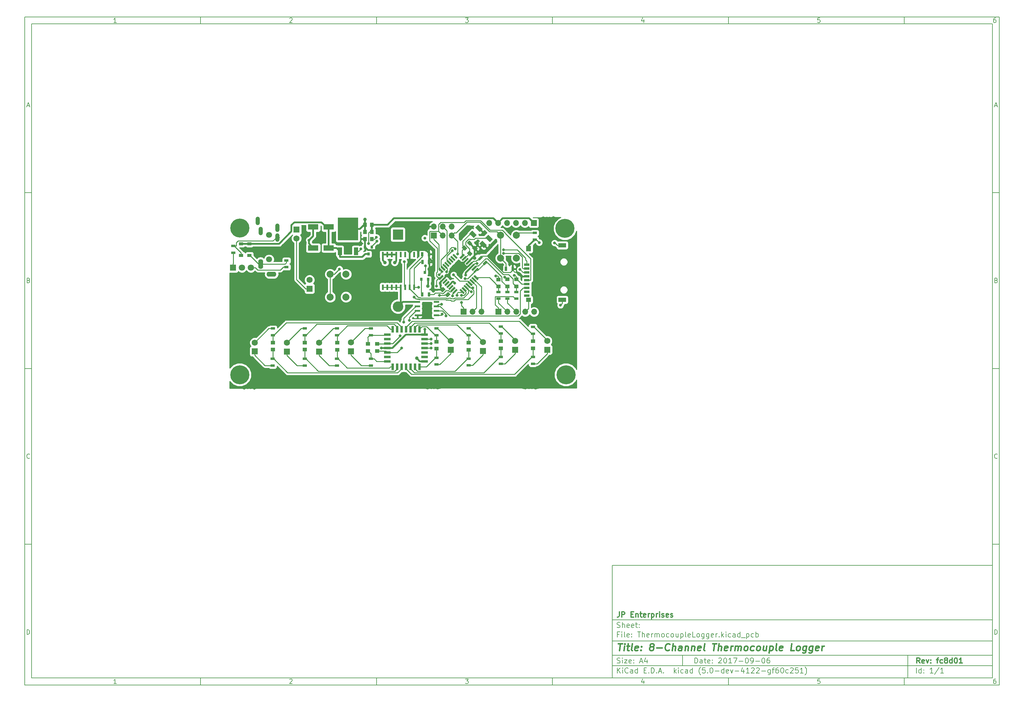
<source format=gtl>
%TF.GenerationSoftware,KiCad,Pcbnew,(5.0-dev-4122-gf60c251)*%
%TF.CreationDate,2018-08-13T09:47:59+01:00*%
%TF.ProjectId,ThermocoupleLogger,546865726D6F636F75706C654C6F6767,fc8d01*%
%TF.SameCoordinates,Original*%
%TF.FileFunction,Copper,L1,Top,Signal*%
%TF.FilePolarity,Positive*%
%FSLAX46Y46*%
G04 Gerber Fmt 4.6, Leading zero omitted, Abs format (unit mm)*
G04 Created by KiCad (PCBNEW (5.0-dev-4122-gf60c251)) date Monday, 13 August 2018 at 09:47:59*
%MOMM*%
%LPD*%
G01*
G04 APERTURE LIST*
%ADD10C,0.100000*%
%ADD11C,0.150000*%
%ADD12C,0.300000*%
%ADD13C,0.400000*%
%TA.AperFunction,ComponentPad*%
%ADD14C,1.700000*%
%TD*%
%TA.AperFunction,ComponentPad*%
%ADD15O,2.800000X1.400000*%
%TD*%
%TA.AperFunction,ComponentPad*%
%ADD16O,1.400000X2.800000*%
%TD*%
%TA.AperFunction,ComponentPad*%
%ADD17O,1.208000X2.416000*%
%TD*%
%TA.AperFunction,ComponentPad*%
%ADD18C,2.000000*%
%TD*%
%TA.AperFunction,SMDPad,CuDef*%
%ADD19R,0.700000X1.300000*%
%TD*%
%TA.AperFunction,SMDPad,CuDef*%
%ADD20R,1.200000X0.900000*%
%TD*%
%TA.AperFunction,SMDPad,CuDef*%
%ADD21R,3.000000X1.600000*%
%TD*%
%TA.AperFunction,SMDPad,CuDef*%
%ADD22R,0.800000X0.900000*%
%TD*%
%TA.AperFunction,ComponentPad*%
%ADD23C,0.800000*%
%TD*%
%TA.AperFunction,ComponentPad*%
%ADD24C,5.400000*%
%TD*%
%TA.AperFunction,SMDPad,CuDef*%
%ADD25C,1.200000*%
%TD*%
%TA.AperFunction,Conductor*%
%ADD26C,0.100000*%
%TD*%
%TA.AperFunction,ComponentPad*%
%ADD27R,1.750000X1.750000*%
%TD*%
%TA.AperFunction,ComponentPad*%
%ADD28C,1.750000*%
%TD*%
%TA.AperFunction,ComponentPad*%
%ADD29C,1.800000*%
%TD*%
%TA.AperFunction,ComponentPad*%
%ADD30R,1.800000X1.800000*%
%TD*%
%TA.AperFunction,SMDPad,CuDef*%
%ADD31C,0.550000*%
%TD*%
%TA.AperFunction,SMDPad,CuDef*%
%ADD32R,1.600000X0.700000*%
%TD*%
%TA.AperFunction,SMDPad,CuDef*%
%ADD33R,1.400000X1.200000*%
%TD*%
%TA.AperFunction,SMDPad,CuDef*%
%ADD34R,1.400000X1.600000*%
%TD*%
%TA.AperFunction,SMDPad,CuDef*%
%ADD35R,2.200000X1.200000*%
%TD*%
%TA.AperFunction,ComponentPad*%
%ADD36O,1.700000X1.700000*%
%TD*%
%TA.AperFunction,ComponentPad*%
%ADD37R,1.700000X1.700000*%
%TD*%
%TA.AperFunction,ComponentPad*%
%ADD38R,3.000000X3.000000*%
%TD*%
%TA.AperFunction,ComponentPad*%
%ADD39C,3.000000*%
%TD*%
%TA.AperFunction,SMDPad,CuDef*%
%ADD40C,1.000000*%
%TD*%
%TA.AperFunction,SMDPad,CuDef*%
%ADD41R,0.600000X1.500000*%
%TD*%
%TA.AperFunction,SMDPad,CuDef*%
%ADD42R,1.250000X1.000000*%
%TD*%
%TA.AperFunction,SMDPad,CuDef*%
%ADD43R,1.300000X0.700000*%
%TD*%
%TA.AperFunction,SMDPad,CuDef*%
%ADD44R,0.700000X1.925000*%
%TD*%
%TA.AperFunction,SMDPad,CuDef*%
%ADD45R,1.925000X0.700000*%
%TD*%
%TA.AperFunction,SMDPad,CuDef*%
%ADD46R,1.000000X1.250000*%
%TD*%
%TA.AperFunction,SMDPad,CuDef*%
%ADD47C,0.700000*%
%TD*%
%TA.AperFunction,SMDPad,CuDef*%
%ADD48R,1.550000X0.600000*%
%TD*%
%TA.AperFunction,SMDPad,CuDef*%
%ADD49R,2.750000X3.050000*%
%TD*%
%TA.AperFunction,SMDPad,CuDef*%
%ADD50R,5.800000X6.400000*%
%TD*%
%TA.AperFunction,SMDPad,CuDef*%
%ADD51R,1.200000X2.200000*%
%TD*%
%TA.AperFunction,ViaPad*%
%ADD52C,0.800000*%
%TD*%
%TA.AperFunction,ViaPad*%
%ADD53C,1.000000*%
%TD*%
%TA.AperFunction,Conductor*%
%ADD54C,0.250000*%
%TD*%
%TA.AperFunction,Conductor*%
%ADD55C,0.500000*%
%TD*%
%TA.AperFunction,Conductor*%
%ADD56C,0.254000*%
%TD*%
G04 APERTURE END LIST*
D10*
D11*
X177002200Y-166007200D02*
X177002200Y-198007200D01*
X285002200Y-198007200D01*
X285002200Y-166007200D01*
X177002200Y-166007200D01*
D10*
D11*
X10000000Y-10000000D02*
X10000000Y-200007200D01*
X287002200Y-200007200D01*
X287002200Y-10000000D01*
X10000000Y-10000000D01*
D10*
D11*
X12000000Y-12000000D02*
X12000000Y-198007200D01*
X285002200Y-198007200D01*
X285002200Y-12000000D01*
X12000000Y-12000000D01*
D10*
D11*
X60000000Y-12000000D02*
X60000000Y-10000000D01*
D10*
D11*
X110000000Y-12000000D02*
X110000000Y-10000000D01*
D10*
D11*
X160000000Y-12000000D02*
X160000000Y-10000000D01*
D10*
D11*
X210000000Y-12000000D02*
X210000000Y-10000000D01*
D10*
D11*
X260000000Y-12000000D02*
X260000000Y-10000000D01*
D10*
D11*
X36065476Y-11588095D02*
X35322619Y-11588095D01*
X35694047Y-11588095D02*
X35694047Y-10288095D01*
X35570238Y-10473809D01*
X35446428Y-10597619D01*
X35322619Y-10659523D01*
D10*
D11*
X85322619Y-10411904D02*
X85384523Y-10350000D01*
X85508333Y-10288095D01*
X85817857Y-10288095D01*
X85941666Y-10350000D01*
X86003571Y-10411904D01*
X86065476Y-10535714D01*
X86065476Y-10659523D01*
X86003571Y-10845238D01*
X85260714Y-11588095D01*
X86065476Y-11588095D01*
D10*
D11*
X135260714Y-10288095D02*
X136065476Y-10288095D01*
X135632142Y-10783333D01*
X135817857Y-10783333D01*
X135941666Y-10845238D01*
X136003571Y-10907142D01*
X136065476Y-11030952D01*
X136065476Y-11340476D01*
X136003571Y-11464285D01*
X135941666Y-11526190D01*
X135817857Y-11588095D01*
X135446428Y-11588095D01*
X135322619Y-11526190D01*
X135260714Y-11464285D01*
D10*
D11*
X185941666Y-10721428D02*
X185941666Y-11588095D01*
X185632142Y-10226190D02*
X185322619Y-11154761D01*
X186127380Y-11154761D01*
D10*
D11*
X236003571Y-10288095D02*
X235384523Y-10288095D01*
X235322619Y-10907142D01*
X235384523Y-10845238D01*
X235508333Y-10783333D01*
X235817857Y-10783333D01*
X235941666Y-10845238D01*
X236003571Y-10907142D01*
X236065476Y-11030952D01*
X236065476Y-11340476D01*
X236003571Y-11464285D01*
X235941666Y-11526190D01*
X235817857Y-11588095D01*
X235508333Y-11588095D01*
X235384523Y-11526190D01*
X235322619Y-11464285D01*
D10*
D11*
X285941666Y-10288095D02*
X285694047Y-10288095D01*
X285570238Y-10350000D01*
X285508333Y-10411904D01*
X285384523Y-10597619D01*
X285322619Y-10845238D01*
X285322619Y-11340476D01*
X285384523Y-11464285D01*
X285446428Y-11526190D01*
X285570238Y-11588095D01*
X285817857Y-11588095D01*
X285941666Y-11526190D01*
X286003571Y-11464285D01*
X286065476Y-11340476D01*
X286065476Y-11030952D01*
X286003571Y-10907142D01*
X285941666Y-10845238D01*
X285817857Y-10783333D01*
X285570238Y-10783333D01*
X285446428Y-10845238D01*
X285384523Y-10907142D01*
X285322619Y-11030952D01*
D10*
D11*
X60000000Y-198007200D02*
X60000000Y-200007200D01*
D10*
D11*
X110000000Y-198007200D02*
X110000000Y-200007200D01*
D10*
D11*
X160000000Y-198007200D02*
X160000000Y-200007200D01*
D10*
D11*
X210000000Y-198007200D02*
X210000000Y-200007200D01*
D10*
D11*
X260000000Y-198007200D02*
X260000000Y-200007200D01*
D10*
D11*
X36065476Y-199595295D02*
X35322619Y-199595295D01*
X35694047Y-199595295D02*
X35694047Y-198295295D01*
X35570238Y-198481009D01*
X35446428Y-198604819D01*
X35322619Y-198666723D01*
D10*
D11*
X85322619Y-198419104D02*
X85384523Y-198357200D01*
X85508333Y-198295295D01*
X85817857Y-198295295D01*
X85941666Y-198357200D01*
X86003571Y-198419104D01*
X86065476Y-198542914D01*
X86065476Y-198666723D01*
X86003571Y-198852438D01*
X85260714Y-199595295D01*
X86065476Y-199595295D01*
D10*
D11*
X135260714Y-198295295D02*
X136065476Y-198295295D01*
X135632142Y-198790533D01*
X135817857Y-198790533D01*
X135941666Y-198852438D01*
X136003571Y-198914342D01*
X136065476Y-199038152D01*
X136065476Y-199347676D01*
X136003571Y-199471485D01*
X135941666Y-199533390D01*
X135817857Y-199595295D01*
X135446428Y-199595295D01*
X135322619Y-199533390D01*
X135260714Y-199471485D01*
D10*
D11*
X185941666Y-198728628D02*
X185941666Y-199595295D01*
X185632142Y-198233390D02*
X185322619Y-199161961D01*
X186127380Y-199161961D01*
D10*
D11*
X236003571Y-198295295D02*
X235384523Y-198295295D01*
X235322619Y-198914342D01*
X235384523Y-198852438D01*
X235508333Y-198790533D01*
X235817857Y-198790533D01*
X235941666Y-198852438D01*
X236003571Y-198914342D01*
X236065476Y-199038152D01*
X236065476Y-199347676D01*
X236003571Y-199471485D01*
X235941666Y-199533390D01*
X235817857Y-199595295D01*
X235508333Y-199595295D01*
X235384523Y-199533390D01*
X235322619Y-199471485D01*
D10*
D11*
X285941666Y-198295295D02*
X285694047Y-198295295D01*
X285570238Y-198357200D01*
X285508333Y-198419104D01*
X285384523Y-198604819D01*
X285322619Y-198852438D01*
X285322619Y-199347676D01*
X285384523Y-199471485D01*
X285446428Y-199533390D01*
X285570238Y-199595295D01*
X285817857Y-199595295D01*
X285941666Y-199533390D01*
X286003571Y-199471485D01*
X286065476Y-199347676D01*
X286065476Y-199038152D01*
X286003571Y-198914342D01*
X285941666Y-198852438D01*
X285817857Y-198790533D01*
X285570238Y-198790533D01*
X285446428Y-198852438D01*
X285384523Y-198914342D01*
X285322619Y-199038152D01*
D10*
D11*
X10000000Y-60000000D02*
X12000000Y-60000000D01*
D10*
D11*
X10000000Y-110000000D02*
X12000000Y-110000000D01*
D10*
D11*
X10000000Y-160000000D02*
X12000000Y-160000000D01*
D10*
D11*
X10690476Y-35216666D02*
X11309523Y-35216666D01*
X10566666Y-35588095D02*
X11000000Y-34288095D01*
X11433333Y-35588095D01*
D10*
D11*
X11092857Y-84907142D02*
X11278571Y-84969047D01*
X11340476Y-85030952D01*
X11402380Y-85154761D01*
X11402380Y-85340476D01*
X11340476Y-85464285D01*
X11278571Y-85526190D01*
X11154761Y-85588095D01*
X10659523Y-85588095D01*
X10659523Y-84288095D01*
X11092857Y-84288095D01*
X11216666Y-84350000D01*
X11278571Y-84411904D01*
X11340476Y-84535714D01*
X11340476Y-84659523D01*
X11278571Y-84783333D01*
X11216666Y-84845238D01*
X11092857Y-84907142D01*
X10659523Y-84907142D01*
D10*
D11*
X11402380Y-135464285D02*
X11340476Y-135526190D01*
X11154761Y-135588095D01*
X11030952Y-135588095D01*
X10845238Y-135526190D01*
X10721428Y-135402380D01*
X10659523Y-135278571D01*
X10597619Y-135030952D01*
X10597619Y-134845238D01*
X10659523Y-134597619D01*
X10721428Y-134473809D01*
X10845238Y-134350000D01*
X11030952Y-134288095D01*
X11154761Y-134288095D01*
X11340476Y-134350000D01*
X11402380Y-134411904D01*
D10*
D11*
X10659523Y-185588095D02*
X10659523Y-184288095D01*
X10969047Y-184288095D01*
X11154761Y-184350000D01*
X11278571Y-184473809D01*
X11340476Y-184597619D01*
X11402380Y-184845238D01*
X11402380Y-185030952D01*
X11340476Y-185278571D01*
X11278571Y-185402380D01*
X11154761Y-185526190D01*
X10969047Y-185588095D01*
X10659523Y-185588095D01*
D10*
D11*
X287002200Y-60000000D02*
X285002200Y-60000000D01*
D10*
D11*
X287002200Y-110000000D02*
X285002200Y-110000000D01*
D10*
D11*
X287002200Y-160000000D02*
X285002200Y-160000000D01*
D10*
D11*
X285692676Y-35216666D02*
X286311723Y-35216666D01*
X285568866Y-35588095D02*
X286002200Y-34288095D01*
X286435533Y-35588095D01*
D10*
D11*
X286095057Y-84907142D02*
X286280771Y-84969047D01*
X286342676Y-85030952D01*
X286404580Y-85154761D01*
X286404580Y-85340476D01*
X286342676Y-85464285D01*
X286280771Y-85526190D01*
X286156961Y-85588095D01*
X285661723Y-85588095D01*
X285661723Y-84288095D01*
X286095057Y-84288095D01*
X286218866Y-84350000D01*
X286280771Y-84411904D01*
X286342676Y-84535714D01*
X286342676Y-84659523D01*
X286280771Y-84783333D01*
X286218866Y-84845238D01*
X286095057Y-84907142D01*
X285661723Y-84907142D01*
D10*
D11*
X286404580Y-135464285D02*
X286342676Y-135526190D01*
X286156961Y-135588095D01*
X286033152Y-135588095D01*
X285847438Y-135526190D01*
X285723628Y-135402380D01*
X285661723Y-135278571D01*
X285599819Y-135030952D01*
X285599819Y-134845238D01*
X285661723Y-134597619D01*
X285723628Y-134473809D01*
X285847438Y-134350000D01*
X286033152Y-134288095D01*
X286156961Y-134288095D01*
X286342676Y-134350000D01*
X286404580Y-134411904D01*
D10*
D11*
X285661723Y-185588095D02*
X285661723Y-184288095D01*
X285971247Y-184288095D01*
X286156961Y-184350000D01*
X286280771Y-184473809D01*
X286342676Y-184597619D01*
X286404580Y-184845238D01*
X286404580Y-185030952D01*
X286342676Y-185278571D01*
X286280771Y-185402380D01*
X286156961Y-185526190D01*
X285971247Y-185588095D01*
X285661723Y-185588095D01*
D10*
D11*
X200434342Y-193785771D02*
X200434342Y-192285771D01*
X200791485Y-192285771D01*
X201005771Y-192357200D01*
X201148628Y-192500057D01*
X201220057Y-192642914D01*
X201291485Y-192928628D01*
X201291485Y-193142914D01*
X201220057Y-193428628D01*
X201148628Y-193571485D01*
X201005771Y-193714342D01*
X200791485Y-193785771D01*
X200434342Y-193785771D01*
X202577200Y-193785771D02*
X202577200Y-193000057D01*
X202505771Y-192857200D01*
X202362914Y-192785771D01*
X202077200Y-192785771D01*
X201934342Y-192857200D01*
X202577200Y-193714342D02*
X202434342Y-193785771D01*
X202077200Y-193785771D01*
X201934342Y-193714342D01*
X201862914Y-193571485D01*
X201862914Y-193428628D01*
X201934342Y-193285771D01*
X202077200Y-193214342D01*
X202434342Y-193214342D01*
X202577200Y-193142914D01*
X203077200Y-192785771D02*
X203648628Y-192785771D01*
X203291485Y-192285771D02*
X203291485Y-193571485D01*
X203362914Y-193714342D01*
X203505771Y-193785771D01*
X203648628Y-193785771D01*
X204720057Y-193714342D02*
X204577200Y-193785771D01*
X204291485Y-193785771D01*
X204148628Y-193714342D01*
X204077200Y-193571485D01*
X204077200Y-193000057D01*
X204148628Y-192857200D01*
X204291485Y-192785771D01*
X204577200Y-192785771D01*
X204720057Y-192857200D01*
X204791485Y-193000057D01*
X204791485Y-193142914D01*
X204077200Y-193285771D01*
X205434342Y-193642914D02*
X205505771Y-193714342D01*
X205434342Y-193785771D01*
X205362914Y-193714342D01*
X205434342Y-193642914D01*
X205434342Y-193785771D01*
X205434342Y-192857200D02*
X205505771Y-192928628D01*
X205434342Y-193000057D01*
X205362914Y-192928628D01*
X205434342Y-192857200D01*
X205434342Y-193000057D01*
X207220057Y-192428628D02*
X207291485Y-192357200D01*
X207434342Y-192285771D01*
X207791485Y-192285771D01*
X207934342Y-192357200D01*
X208005771Y-192428628D01*
X208077200Y-192571485D01*
X208077200Y-192714342D01*
X208005771Y-192928628D01*
X207148628Y-193785771D01*
X208077200Y-193785771D01*
X209005771Y-192285771D02*
X209148628Y-192285771D01*
X209291485Y-192357200D01*
X209362914Y-192428628D01*
X209434342Y-192571485D01*
X209505771Y-192857200D01*
X209505771Y-193214342D01*
X209434342Y-193500057D01*
X209362914Y-193642914D01*
X209291485Y-193714342D01*
X209148628Y-193785771D01*
X209005771Y-193785771D01*
X208862914Y-193714342D01*
X208791485Y-193642914D01*
X208720057Y-193500057D01*
X208648628Y-193214342D01*
X208648628Y-192857200D01*
X208720057Y-192571485D01*
X208791485Y-192428628D01*
X208862914Y-192357200D01*
X209005771Y-192285771D01*
X210934342Y-193785771D02*
X210077200Y-193785771D01*
X210505771Y-193785771D02*
X210505771Y-192285771D01*
X210362914Y-192500057D01*
X210220057Y-192642914D01*
X210077200Y-192714342D01*
X211434342Y-192285771D02*
X212434342Y-192285771D01*
X211791485Y-193785771D01*
X213005771Y-193214342D02*
X214148628Y-193214342D01*
X215148628Y-192285771D02*
X215291485Y-192285771D01*
X215434342Y-192357200D01*
X215505771Y-192428628D01*
X215577200Y-192571485D01*
X215648628Y-192857200D01*
X215648628Y-193214342D01*
X215577200Y-193500057D01*
X215505771Y-193642914D01*
X215434342Y-193714342D01*
X215291485Y-193785771D01*
X215148628Y-193785771D01*
X215005771Y-193714342D01*
X214934342Y-193642914D01*
X214862914Y-193500057D01*
X214791485Y-193214342D01*
X214791485Y-192857200D01*
X214862914Y-192571485D01*
X214934342Y-192428628D01*
X215005771Y-192357200D01*
X215148628Y-192285771D01*
X216362914Y-193785771D02*
X216648628Y-193785771D01*
X216791485Y-193714342D01*
X216862914Y-193642914D01*
X217005771Y-193428628D01*
X217077200Y-193142914D01*
X217077200Y-192571485D01*
X217005771Y-192428628D01*
X216934342Y-192357200D01*
X216791485Y-192285771D01*
X216505771Y-192285771D01*
X216362914Y-192357200D01*
X216291485Y-192428628D01*
X216220057Y-192571485D01*
X216220057Y-192928628D01*
X216291485Y-193071485D01*
X216362914Y-193142914D01*
X216505771Y-193214342D01*
X216791485Y-193214342D01*
X216934342Y-193142914D01*
X217005771Y-193071485D01*
X217077200Y-192928628D01*
X217720057Y-193214342D02*
X218862914Y-193214342D01*
X219862914Y-192285771D02*
X220005771Y-192285771D01*
X220148628Y-192357200D01*
X220220057Y-192428628D01*
X220291485Y-192571485D01*
X220362914Y-192857200D01*
X220362914Y-193214342D01*
X220291485Y-193500057D01*
X220220057Y-193642914D01*
X220148628Y-193714342D01*
X220005771Y-193785771D01*
X219862914Y-193785771D01*
X219720057Y-193714342D01*
X219648628Y-193642914D01*
X219577200Y-193500057D01*
X219505771Y-193214342D01*
X219505771Y-192857200D01*
X219577200Y-192571485D01*
X219648628Y-192428628D01*
X219720057Y-192357200D01*
X219862914Y-192285771D01*
X221648628Y-192285771D02*
X221362914Y-192285771D01*
X221220057Y-192357200D01*
X221148628Y-192428628D01*
X221005771Y-192642914D01*
X220934342Y-192928628D01*
X220934342Y-193500057D01*
X221005771Y-193642914D01*
X221077200Y-193714342D01*
X221220057Y-193785771D01*
X221505771Y-193785771D01*
X221648628Y-193714342D01*
X221720057Y-193642914D01*
X221791485Y-193500057D01*
X221791485Y-193142914D01*
X221720057Y-193000057D01*
X221648628Y-192928628D01*
X221505771Y-192857200D01*
X221220057Y-192857200D01*
X221077200Y-192928628D01*
X221005771Y-193000057D01*
X220934342Y-193142914D01*
D10*
D11*
X177002200Y-194507200D02*
X285002200Y-194507200D01*
D10*
D11*
X178434342Y-196585771D02*
X178434342Y-195085771D01*
X179291485Y-196585771D02*
X178648628Y-195728628D01*
X179291485Y-195085771D02*
X178434342Y-195942914D01*
X179934342Y-196585771D02*
X179934342Y-195585771D01*
X179934342Y-195085771D02*
X179862914Y-195157200D01*
X179934342Y-195228628D01*
X180005771Y-195157200D01*
X179934342Y-195085771D01*
X179934342Y-195228628D01*
X181505771Y-196442914D02*
X181434342Y-196514342D01*
X181220057Y-196585771D01*
X181077200Y-196585771D01*
X180862914Y-196514342D01*
X180720057Y-196371485D01*
X180648628Y-196228628D01*
X180577200Y-195942914D01*
X180577200Y-195728628D01*
X180648628Y-195442914D01*
X180720057Y-195300057D01*
X180862914Y-195157200D01*
X181077200Y-195085771D01*
X181220057Y-195085771D01*
X181434342Y-195157200D01*
X181505771Y-195228628D01*
X182791485Y-196585771D02*
X182791485Y-195800057D01*
X182720057Y-195657200D01*
X182577200Y-195585771D01*
X182291485Y-195585771D01*
X182148628Y-195657200D01*
X182791485Y-196514342D02*
X182648628Y-196585771D01*
X182291485Y-196585771D01*
X182148628Y-196514342D01*
X182077200Y-196371485D01*
X182077200Y-196228628D01*
X182148628Y-196085771D01*
X182291485Y-196014342D01*
X182648628Y-196014342D01*
X182791485Y-195942914D01*
X184148628Y-196585771D02*
X184148628Y-195085771D01*
X184148628Y-196514342D02*
X184005771Y-196585771D01*
X183720057Y-196585771D01*
X183577200Y-196514342D01*
X183505771Y-196442914D01*
X183434342Y-196300057D01*
X183434342Y-195871485D01*
X183505771Y-195728628D01*
X183577200Y-195657200D01*
X183720057Y-195585771D01*
X184005771Y-195585771D01*
X184148628Y-195657200D01*
X186005771Y-195800057D02*
X186505771Y-195800057D01*
X186720057Y-196585771D02*
X186005771Y-196585771D01*
X186005771Y-195085771D01*
X186720057Y-195085771D01*
X187362914Y-196442914D02*
X187434342Y-196514342D01*
X187362914Y-196585771D01*
X187291485Y-196514342D01*
X187362914Y-196442914D01*
X187362914Y-196585771D01*
X188077200Y-196585771D02*
X188077200Y-195085771D01*
X188434342Y-195085771D01*
X188648628Y-195157200D01*
X188791485Y-195300057D01*
X188862914Y-195442914D01*
X188934342Y-195728628D01*
X188934342Y-195942914D01*
X188862914Y-196228628D01*
X188791485Y-196371485D01*
X188648628Y-196514342D01*
X188434342Y-196585771D01*
X188077200Y-196585771D01*
X189577200Y-196442914D02*
X189648628Y-196514342D01*
X189577200Y-196585771D01*
X189505771Y-196514342D01*
X189577200Y-196442914D01*
X189577200Y-196585771D01*
X190220057Y-196157200D02*
X190934342Y-196157200D01*
X190077200Y-196585771D02*
X190577200Y-195085771D01*
X191077200Y-196585771D01*
X191577200Y-196442914D02*
X191648628Y-196514342D01*
X191577200Y-196585771D01*
X191505771Y-196514342D01*
X191577200Y-196442914D01*
X191577200Y-196585771D01*
X194577200Y-196585771D02*
X194577200Y-195085771D01*
X194720057Y-196014342D02*
X195148628Y-196585771D01*
X195148628Y-195585771D02*
X194577200Y-196157200D01*
X195791485Y-196585771D02*
X195791485Y-195585771D01*
X195791485Y-195085771D02*
X195720057Y-195157200D01*
X195791485Y-195228628D01*
X195862914Y-195157200D01*
X195791485Y-195085771D01*
X195791485Y-195228628D01*
X197148628Y-196514342D02*
X197005771Y-196585771D01*
X196720057Y-196585771D01*
X196577200Y-196514342D01*
X196505771Y-196442914D01*
X196434342Y-196300057D01*
X196434342Y-195871485D01*
X196505771Y-195728628D01*
X196577200Y-195657200D01*
X196720057Y-195585771D01*
X197005771Y-195585771D01*
X197148628Y-195657200D01*
X198434342Y-196585771D02*
X198434342Y-195800057D01*
X198362914Y-195657200D01*
X198220057Y-195585771D01*
X197934342Y-195585771D01*
X197791485Y-195657200D01*
X198434342Y-196514342D02*
X198291485Y-196585771D01*
X197934342Y-196585771D01*
X197791485Y-196514342D01*
X197720057Y-196371485D01*
X197720057Y-196228628D01*
X197791485Y-196085771D01*
X197934342Y-196014342D01*
X198291485Y-196014342D01*
X198434342Y-195942914D01*
X199791485Y-196585771D02*
X199791485Y-195085771D01*
X199791485Y-196514342D02*
X199648628Y-196585771D01*
X199362914Y-196585771D01*
X199220057Y-196514342D01*
X199148628Y-196442914D01*
X199077200Y-196300057D01*
X199077200Y-195871485D01*
X199148628Y-195728628D01*
X199220057Y-195657200D01*
X199362914Y-195585771D01*
X199648628Y-195585771D01*
X199791485Y-195657200D01*
X202077200Y-197157200D02*
X202005771Y-197085771D01*
X201862914Y-196871485D01*
X201791485Y-196728628D01*
X201720057Y-196514342D01*
X201648628Y-196157200D01*
X201648628Y-195871485D01*
X201720057Y-195514342D01*
X201791485Y-195300057D01*
X201862914Y-195157200D01*
X202005771Y-194942914D01*
X202077200Y-194871485D01*
X203362914Y-195085771D02*
X202648628Y-195085771D01*
X202577200Y-195800057D01*
X202648628Y-195728628D01*
X202791485Y-195657200D01*
X203148628Y-195657200D01*
X203291485Y-195728628D01*
X203362914Y-195800057D01*
X203434342Y-195942914D01*
X203434342Y-196300057D01*
X203362914Y-196442914D01*
X203291485Y-196514342D01*
X203148628Y-196585771D01*
X202791485Y-196585771D01*
X202648628Y-196514342D01*
X202577200Y-196442914D01*
X204077200Y-196442914D02*
X204148628Y-196514342D01*
X204077200Y-196585771D01*
X204005771Y-196514342D01*
X204077200Y-196442914D01*
X204077200Y-196585771D01*
X205077200Y-195085771D02*
X205220057Y-195085771D01*
X205362914Y-195157200D01*
X205434342Y-195228628D01*
X205505771Y-195371485D01*
X205577200Y-195657200D01*
X205577200Y-196014342D01*
X205505771Y-196300057D01*
X205434342Y-196442914D01*
X205362914Y-196514342D01*
X205220057Y-196585771D01*
X205077200Y-196585771D01*
X204934342Y-196514342D01*
X204862914Y-196442914D01*
X204791485Y-196300057D01*
X204720057Y-196014342D01*
X204720057Y-195657200D01*
X204791485Y-195371485D01*
X204862914Y-195228628D01*
X204934342Y-195157200D01*
X205077200Y-195085771D01*
X206220057Y-196014342D02*
X207362914Y-196014342D01*
X208720057Y-196585771D02*
X208720057Y-195085771D01*
X208720057Y-196514342D02*
X208577200Y-196585771D01*
X208291485Y-196585771D01*
X208148628Y-196514342D01*
X208077200Y-196442914D01*
X208005771Y-196300057D01*
X208005771Y-195871485D01*
X208077200Y-195728628D01*
X208148628Y-195657200D01*
X208291485Y-195585771D01*
X208577200Y-195585771D01*
X208720057Y-195657200D01*
X210005771Y-196514342D02*
X209862914Y-196585771D01*
X209577200Y-196585771D01*
X209434342Y-196514342D01*
X209362914Y-196371485D01*
X209362914Y-195800057D01*
X209434342Y-195657200D01*
X209577200Y-195585771D01*
X209862914Y-195585771D01*
X210005771Y-195657200D01*
X210077200Y-195800057D01*
X210077200Y-195942914D01*
X209362914Y-196085771D01*
X210577200Y-195585771D02*
X210934342Y-196585771D01*
X211291485Y-195585771D01*
X211862914Y-196014342D02*
X213005771Y-196014342D01*
X214362914Y-195585771D02*
X214362914Y-196585771D01*
X214005771Y-195014342D02*
X213648628Y-196085771D01*
X214577200Y-196085771D01*
X215934342Y-196585771D02*
X215077200Y-196585771D01*
X215505771Y-196585771D02*
X215505771Y-195085771D01*
X215362914Y-195300057D01*
X215220057Y-195442914D01*
X215077200Y-195514342D01*
X216505771Y-195228628D02*
X216577200Y-195157200D01*
X216720057Y-195085771D01*
X217077200Y-195085771D01*
X217220057Y-195157200D01*
X217291485Y-195228628D01*
X217362914Y-195371485D01*
X217362914Y-195514342D01*
X217291485Y-195728628D01*
X216434342Y-196585771D01*
X217362914Y-196585771D01*
X217934342Y-195228628D02*
X218005771Y-195157200D01*
X218148628Y-195085771D01*
X218505771Y-195085771D01*
X218648628Y-195157200D01*
X218720057Y-195228628D01*
X218791485Y-195371485D01*
X218791485Y-195514342D01*
X218720057Y-195728628D01*
X217862914Y-196585771D01*
X218791485Y-196585771D01*
X219434342Y-196014342D02*
X220577200Y-196014342D01*
X221934342Y-195585771D02*
X221934342Y-196800057D01*
X221862914Y-196942914D01*
X221791485Y-197014342D01*
X221648628Y-197085771D01*
X221434342Y-197085771D01*
X221291485Y-197014342D01*
X221934342Y-196514342D02*
X221791485Y-196585771D01*
X221505771Y-196585771D01*
X221362914Y-196514342D01*
X221291485Y-196442914D01*
X221220057Y-196300057D01*
X221220057Y-195871485D01*
X221291485Y-195728628D01*
X221362914Y-195657200D01*
X221505771Y-195585771D01*
X221791485Y-195585771D01*
X221934342Y-195657200D01*
X222434342Y-195585771D02*
X223005771Y-195585771D01*
X222648628Y-196585771D02*
X222648628Y-195300057D01*
X222720057Y-195157200D01*
X222862914Y-195085771D01*
X223005771Y-195085771D01*
X224148628Y-195085771D02*
X223862914Y-195085771D01*
X223720057Y-195157200D01*
X223648628Y-195228628D01*
X223505771Y-195442914D01*
X223434342Y-195728628D01*
X223434342Y-196300057D01*
X223505771Y-196442914D01*
X223577200Y-196514342D01*
X223720057Y-196585771D01*
X224005771Y-196585771D01*
X224148628Y-196514342D01*
X224220057Y-196442914D01*
X224291485Y-196300057D01*
X224291485Y-195942914D01*
X224220057Y-195800057D01*
X224148628Y-195728628D01*
X224005771Y-195657200D01*
X223720057Y-195657200D01*
X223577200Y-195728628D01*
X223505771Y-195800057D01*
X223434342Y-195942914D01*
X225220057Y-195085771D02*
X225362914Y-195085771D01*
X225505771Y-195157200D01*
X225577200Y-195228628D01*
X225648628Y-195371485D01*
X225720057Y-195657200D01*
X225720057Y-196014342D01*
X225648628Y-196300057D01*
X225577200Y-196442914D01*
X225505771Y-196514342D01*
X225362914Y-196585771D01*
X225220057Y-196585771D01*
X225077200Y-196514342D01*
X225005771Y-196442914D01*
X224934342Y-196300057D01*
X224862914Y-196014342D01*
X224862914Y-195657200D01*
X224934342Y-195371485D01*
X225005771Y-195228628D01*
X225077200Y-195157200D01*
X225220057Y-195085771D01*
X227005771Y-196514342D02*
X226862914Y-196585771D01*
X226577200Y-196585771D01*
X226434342Y-196514342D01*
X226362914Y-196442914D01*
X226291485Y-196300057D01*
X226291485Y-195871485D01*
X226362914Y-195728628D01*
X226434342Y-195657200D01*
X226577200Y-195585771D01*
X226862914Y-195585771D01*
X227005771Y-195657200D01*
X227577199Y-195228628D02*
X227648628Y-195157200D01*
X227791485Y-195085771D01*
X228148628Y-195085771D01*
X228291485Y-195157200D01*
X228362914Y-195228628D01*
X228434342Y-195371485D01*
X228434342Y-195514342D01*
X228362914Y-195728628D01*
X227505771Y-196585771D01*
X228434342Y-196585771D01*
X229791485Y-195085771D02*
X229077199Y-195085771D01*
X229005771Y-195800057D01*
X229077199Y-195728628D01*
X229220057Y-195657200D01*
X229577199Y-195657200D01*
X229720057Y-195728628D01*
X229791485Y-195800057D01*
X229862914Y-195942914D01*
X229862914Y-196300057D01*
X229791485Y-196442914D01*
X229720057Y-196514342D01*
X229577199Y-196585771D01*
X229220057Y-196585771D01*
X229077199Y-196514342D01*
X229005771Y-196442914D01*
X231291485Y-196585771D02*
X230434342Y-196585771D01*
X230862914Y-196585771D02*
X230862914Y-195085771D01*
X230720057Y-195300057D01*
X230577199Y-195442914D01*
X230434342Y-195514342D01*
X231791485Y-197157200D02*
X231862914Y-197085771D01*
X232005771Y-196871485D01*
X232077199Y-196728628D01*
X232148628Y-196514342D01*
X232220057Y-196157200D01*
X232220057Y-195871485D01*
X232148628Y-195514342D01*
X232077199Y-195300057D01*
X232005771Y-195157200D01*
X231862914Y-194942914D01*
X231791485Y-194871485D01*
D10*
D11*
X177002200Y-191507200D02*
X285002200Y-191507200D01*
D10*
D12*
X264411485Y-193785771D02*
X263911485Y-193071485D01*
X263554342Y-193785771D02*
X263554342Y-192285771D01*
X264125771Y-192285771D01*
X264268628Y-192357200D01*
X264340057Y-192428628D01*
X264411485Y-192571485D01*
X264411485Y-192785771D01*
X264340057Y-192928628D01*
X264268628Y-193000057D01*
X264125771Y-193071485D01*
X263554342Y-193071485D01*
X265625771Y-193714342D02*
X265482914Y-193785771D01*
X265197200Y-193785771D01*
X265054342Y-193714342D01*
X264982914Y-193571485D01*
X264982914Y-193000057D01*
X265054342Y-192857200D01*
X265197200Y-192785771D01*
X265482914Y-192785771D01*
X265625771Y-192857200D01*
X265697200Y-193000057D01*
X265697200Y-193142914D01*
X264982914Y-193285771D01*
X266197200Y-192785771D02*
X266554342Y-193785771D01*
X266911485Y-192785771D01*
X267482914Y-193642914D02*
X267554342Y-193714342D01*
X267482914Y-193785771D01*
X267411485Y-193714342D01*
X267482914Y-193642914D01*
X267482914Y-193785771D01*
X267482914Y-192857200D02*
X267554342Y-192928628D01*
X267482914Y-193000057D01*
X267411485Y-192928628D01*
X267482914Y-192857200D01*
X267482914Y-193000057D01*
X269125771Y-192785771D02*
X269697200Y-192785771D01*
X269340057Y-193785771D02*
X269340057Y-192500057D01*
X269411485Y-192357200D01*
X269554342Y-192285771D01*
X269697200Y-192285771D01*
X270840057Y-193714342D02*
X270697200Y-193785771D01*
X270411485Y-193785771D01*
X270268628Y-193714342D01*
X270197200Y-193642914D01*
X270125771Y-193500057D01*
X270125771Y-193071485D01*
X270197200Y-192928628D01*
X270268628Y-192857200D01*
X270411485Y-192785771D01*
X270697200Y-192785771D01*
X270840057Y-192857200D01*
X271697200Y-192928628D02*
X271554342Y-192857200D01*
X271482914Y-192785771D01*
X271411485Y-192642914D01*
X271411485Y-192571485D01*
X271482914Y-192428628D01*
X271554342Y-192357200D01*
X271697200Y-192285771D01*
X271982914Y-192285771D01*
X272125771Y-192357200D01*
X272197200Y-192428628D01*
X272268628Y-192571485D01*
X272268628Y-192642914D01*
X272197200Y-192785771D01*
X272125771Y-192857200D01*
X271982914Y-192928628D01*
X271697200Y-192928628D01*
X271554342Y-193000057D01*
X271482914Y-193071485D01*
X271411485Y-193214342D01*
X271411485Y-193500057D01*
X271482914Y-193642914D01*
X271554342Y-193714342D01*
X271697200Y-193785771D01*
X271982914Y-193785771D01*
X272125771Y-193714342D01*
X272197200Y-193642914D01*
X272268628Y-193500057D01*
X272268628Y-193214342D01*
X272197200Y-193071485D01*
X272125771Y-193000057D01*
X271982914Y-192928628D01*
X273554342Y-193785771D02*
X273554342Y-192285771D01*
X273554342Y-193714342D02*
X273411485Y-193785771D01*
X273125771Y-193785771D01*
X272982914Y-193714342D01*
X272911485Y-193642914D01*
X272840057Y-193500057D01*
X272840057Y-193071485D01*
X272911485Y-192928628D01*
X272982914Y-192857200D01*
X273125771Y-192785771D01*
X273411485Y-192785771D01*
X273554342Y-192857200D01*
X274554342Y-192285771D02*
X274697200Y-192285771D01*
X274840057Y-192357200D01*
X274911485Y-192428628D01*
X274982914Y-192571485D01*
X275054342Y-192857200D01*
X275054342Y-193214342D01*
X274982914Y-193500057D01*
X274911485Y-193642914D01*
X274840057Y-193714342D01*
X274697200Y-193785771D01*
X274554342Y-193785771D01*
X274411485Y-193714342D01*
X274340057Y-193642914D01*
X274268628Y-193500057D01*
X274197200Y-193214342D01*
X274197200Y-192857200D01*
X274268628Y-192571485D01*
X274340057Y-192428628D01*
X274411485Y-192357200D01*
X274554342Y-192285771D01*
X276482914Y-193785771D02*
X275625771Y-193785771D01*
X276054342Y-193785771D02*
X276054342Y-192285771D01*
X275911485Y-192500057D01*
X275768628Y-192642914D01*
X275625771Y-192714342D01*
D10*
D11*
X178362914Y-193714342D02*
X178577200Y-193785771D01*
X178934342Y-193785771D01*
X179077200Y-193714342D01*
X179148628Y-193642914D01*
X179220057Y-193500057D01*
X179220057Y-193357200D01*
X179148628Y-193214342D01*
X179077200Y-193142914D01*
X178934342Y-193071485D01*
X178648628Y-193000057D01*
X178505771Y-192928628D01*
X178434342Y-192857200D01*
X178362914Y-192714342D01*
X178362914Y-192571485D01*
X178434342Y-192428628D01*
X178505771Y-192357200D01*
X178648628Y-192285771D01*
X179005771Y-192285771D01*
X179220057Y-192357200D01*
X179862914Y-193785771D02*
X179862914Y-192785771D01*
X179862914Y-192285771D02*
X179791485Y-192357200D01*
X179862914Y-192428628D01*
X179934342Y-192357200D01*
X179862914Y-192285771D01*
X179862914Y-192428628D01*
X180434342Y-192785771D02*
X181220057Y-192785771D01*
X180434342Y-193785771D01*
X181220057Y-193785771D01*
X182362914Y-193714342D02*
X182220057Y-193785771D01*
X181934342Y-193785771D01*
X181791485Y-193714342D01*
X181720057Y-193571485D01*
X181720057Y-193000057D01*
X181791485Y-192857200D01*
X181934342Y-192785771D01*
X182220057Y-192785771D01*
X182362914Y-192857200D01*
X182434342Y-193000057D01*
X182434342Y-193142914D01*
X181720057Y-193285771D01*
X183077200Y-193642914D02*
X183148628Y-193714342D01*
X183077200Y-193785771D01*
X183005771Y-193714342D01*
X183077200Y-193642914D01*
X183077200Y-193785771D01*
X183077200Y-192857200D02*
X183148628Y-192928628D01*
X183077200Y-193000057D01*
X183005771Y-192928628D01*
X183077200Y-192857200D01*
X183077200Y-193000057D01*
X184862914Y-193357200D02*
X185577200Y-193357200D01*
X184720057Y-193785771D02*
X185220057Y-192285771D01*
X185720057Y-193785771D01*
X186862914Y-192785771D02*
X186862914Y-193785771D01*
X186505771Y-192214342D02*
X186148628Y-193285771D01*
X187077200Y-193285771D01*
D10*
D11*
X263434342Y-196585771D02*
X263434342Y-195085771D01*
X264791485Y-196585771D02*
X264791485Y-195085771D01*
X264791485Y-196514342D02*
X264648628Y-196585771D01*
X264362914Y-196585771D01*
X264220057Y-196514342D01*
X264148628Y-196442914D01*
X264077200Y-196300057D01*
X264077200Y-195871485D01*
X264148628Y-195728628D01*
X264220057Y-195657200D01*
X264362914Y-195585771D01*
X264648628Y-195585771D01*
X264791485Y-195657200D01*
X265505771Y-196442914D02*
X265577200Y-196514342D01*
X265505771Y-196585771D01*
X265434342Y-196514342D01*
X265505771Y-196442914D01*
X265505771Y-196585771D01*
X265505771Y-195657200D02*
X265577200Y-195728628D01*
X265505771Y-195800057D01*
X265434342Y-195728628D01*
X265505771Y-195657200D01*
X265505771Y-195800057D01*
X268148628Y-196585771D02*
X267291485Y-196585771D01*
X267720057Y-196585771D02*
X267720057Y-195085771D01*
X267577200Y-195300057D01*
X267434342Y-195442914D01*
X267291485Y-195514342D01*
X269862914Y-195014342D02*
X268577200Y-196942914D01*
X271148628Y-196585771D02*
X270291485Y-196585771D01*
X270720057Y-196585771D02*
X270720057Y-195085771D01*
X270577200Y-195300057D01*
X270434342Y-195442914D01*
X270291485Y-195514342D01*
D10*
D11*
X177002200Y-187507200D02*
X285002200Y-187507200D01*
D10*
D13*
X178714580Y-188211961D02*
X179857438Y-188211961D01*
X179036009Y-190211961D02*
X179286009Y-188211961D01*
X180274104Y-190211961D02*
X180440771Y-188878628D01*
X180524104Y-188211961D02*
X180416961Y-188307200D01*
X180500295Y-188402438D01*
X180607438Y-188307200D01*
X180524104Y-188211961D01*
X180500295Y-188402438D01*
X181107438Y-188878628D02*
X181869342Y-188878628D01*
X181476485Y-188211961D02*
X181262200Y-189926247D01*
X181333628Y-190116723D01*
X181512200Y-190211961D01*
X181702676Y-190211961D01*
X182655057Y-190211961D02*
X182476485Y-190116723D01*
X182405057Y-189926247D01*
X182619342Y-188211961D01*
X184190771Y-190116723D02*
X183988390Y-190211961D01*
X183607438Y-190211961D01*
X183428866Y-190116723D01*
X183357438Y-189926247D01*
X183452676Y-189164342D01*
X183571723Y-188973866D01*
X183774104Y-188878628D01*
X184155057Y-188878628D01*
X184333628Y-188973866D01*
X184405057Y-189164342D01*
X184381247Y-189354819D01*
X183405057Y-189545295D01*
X185155057Y-190021485D02*
X185238390Y-190116723D01*
X185131247Y-190211961D01*
X185047914Y-190116723D01*
X185155057Y-190021485D01*
X185131247Y-190211961D01*
X185286009Y-188973866D02*
X185369342Y-189069104D01*
X185262200Y-189164342D01*
X185178866Y-189069104D01*
X185286009Y-188973866D01*
X185262200Y-189164342D01*
X188036009Y-189069104D02*
X187857438Y-188973866D01*
X187774104Y-188878628D01*
X187702676Y-188688152D01*
X187714580Y-188592914D01*
X187833628Y-188402438D01*
X187940771Y-188307200D01*
X188143152Y-188211961D01*
X188524104Y-188211961D01*
X188702676Y-188307200D01*
X188786009Y-188402438D01*
X188857438Y-188592914D01*
X188845533Y-188688152D01*
X188726485Y-188878628D01*
X188619342Y-188973866D01*
X188416961Y-189069104D01*
X188036009Y-189069104D01*
X187833628Y-189164342D01*
X187726485Y-189259580D01*
X187607438Y-189450057D01*
X187559819Y-189831009D01*
X187631247Y-190021485D01*
X187714580Y-190116723D01*
X187893152Y-190211961D01*
X188274104Y-190211961D01*
X188476485Y-190116723D01*
X188583628Y-190021485D01*
X188702676Y-189831009D01*
X188750295Y-189450057D01*
X188678866Y-189259580D01*
X188595533Y-189164342D01*
X188416961Y-189069104D01*
X189607438Y-189450057D02*
X191131247Y-189450057D01*
X193155057Y-190021485D02*
X193047914Y-190116723D01*
X192750295Y-190211961D01*
X192559819Y-190211961D01*
X192286009Y-190116723D01*
X192119342Y-189926247D01*
X192047914Y-189735771D01*
X192000295Y-189354819D01*
X192036009Y-189069104D01*
X192178866Y-188688152D01*
X192297914Y-188497676D01*
X192512200Y-188307200D01*
X192809819Y-188211961D01*
X193000295Y-188211961D01*
X193274104Y-188307200D01*
X193357438Y-188402438D01*
X193988390Y-190211961D02*
X194238390Y-188211961D01*
X194845533Y-190211961D02*
X194976485Y-189164342D01*
X194905057Y-188973866D01*
X194726485Y-188878628D01*
X194440771Y-188878628D01*
X194238390Y-188973866D01*
X194131247Y-189069104D01*
X196655057Y-190211961D02*
X196786009Y-189164342D01*
X196714580Y-188973866D01*
X196536009Y-188878628D01*
X196155057Y-188878628D01*
X195952676Y-188973866D01*
X196666961Y-190116723D02*
X196464580Y-190211961D01*
X195988390Y-190211961D01*
X195809819Y-190116723D01*
X195738390Y-189926247D01*
X195762200Y-189735771D01*
X195881247Y-189545295D01*
X196083628Y-189450057D01*
X196559819Y-189450057D01*
X196762200Y-189354819D01*
X197774104Y-188878628D02*
X197607438Y-190211961D01*
X197750295Y-189069104D02*
X197857438Y-188973866D01*
X198059819Y-188878628D01*
X198345533Y-188878628D01*
X198524104Y-188973866D01*
X198595533Y-189164342D01*
X198464580Y-190211961D01*
X199583628Y-188878628D02*
X199416961Y-190211961D01*
X199559819Y-189069104D02*
X199666961Y-188973866D01*
X199869342Y-188878628D01*
X200155057Y-188878628D01*
X200333628Y-188973866D01*
X200405057Y-189164342D01*
X200274104Y-190211961D01*
X202000295Y-190116723D02*
X201797914Y-190211961D01*
X201416961Y-190211961D01*
X201238390Y-190116723D01*
X201166961Y-189926247D01*
X201262200Y-189164342D01*
X201381247Y-188973866D01*
X201583628Y-188878628D01*
X201964580Y-188878628D01*
X202143152Y-188973866D01*
X202214580Y-189164342D01*
X202190771Y-189354819D01*
X201214580Y-189545295D01*
X203226485Y-190211961D02*
X203047914Y-190116723D01*
X202976485Y-189926247D01*
X203190771Y-188211961D01*
X205476485Y-188211961D02*
X206619342Y-188211961D01*
X205797914Y-190211961D02*
X206047914Y-188211961D01*
X207036009Y-190211961D02*
X207286009Y-188211961D01*
X207893152Y-190211961D02*
X208024104Y-189164342D01*
X207952676Y-188973866D01*
X207774104Y-188878628D01*
X207488390Y-188878628D01*
X207286009Y-188973866D01*
X207178866Y-189069104D01*
X209619342Y-190116723D02*
X209416961Y-190211961D01*
X209036009Y-190211961D01*
X208857438Y-190116723D01*
X208786009Y-189926247D01*
X208881247Y-189164342D01*
X209000295Y-188973866D01*
X209202676Y-188878628D01*
X209583628Y-188878628D01*
X209762200Y-188973866D01*
X209833628Y-189164342D01*
X209809819Y-189354819D01*
X208833628Y-189545295D01*
X210559819Y-190211961D02*
X210726485Y-188878628D01*
X210678866Y-189259580D02*
X210797914Y-189069104D01*
X210905057Y-188973866D01*
X211107438Y-188878628D01*
X211297914Y-188878628D01*
X211797914Y-190211961D02*
X211964580Y-188878628D01*
X211940771Y-189069104D02*
X212047914Y-188973866D01*
X212250295Y-188878628D01*
X212536009Y-188878628D01*
X212714580Y-188973866D01*
X212786009Y-189164342D01*
X212655057Y-190211961D01*
X212786009Y-189164342D02*
X212905057Y-188973866D01*
X213107438Y-188878628D01*
X213393152Y-188878628D01*
X213571723Y-188973866D01*
X213643152Y-189164342D01*
X213512200Y-190211961D01*
X214750295Y-190211961D02*
X214571723Y-190116723D01*
X214488390Y-190021485D01*
X214416961Y-189831009D01*
X214488390Y-189259580D01*
X214607438Y-189069104D01*
X214714580Y-188973866D01*
X214916961Y-188878628D01*
X215202676Y-188878628D01*
X215381247Y-188973866D01*
X215464580Y-189069104D01*
X215536009Y-189259580D01*
X215464580Y-189831009D01*
X215345533Y-190021485D01*
X215238390Y-190116723D01*
X215036009Y-190211961D01*
X214750295Y-190211961D01*
X217143152Y-190116723D02*
X216940771Y-190211961D01*
X216559819Y-190211961D01*
X216381247Y-190116723D01*
X216297914Y-190021485D01*
X216226485Y-189831009D01*
X216297914Y-189259580D01*
X216416961Y-189069104D01*
X216524104Y-188973866D01*
X216726485Y-188878628D01*
X217107438Y-188878628D01*
X217286009Y-188973866D01*
X218274104Y-190211961D02*
X218095533Y-190116723D01*
X218012200Y-190021485D01*
X217940771Y-189831009D01*
X218012200Y-189259580D01*
X218131247Y-189069104D01*
X218238390Y-188973866D01*
X218440771Y-188878628D01*
X218726485Y-188878628D01*
X218905057Y-188973866D01*
X218988390Y-189069104D01*
X219059819Y-189259580D01*
X218988390Y-189831009D01*
X218869342Y-190021485D01*
X218762200Y-190116723D01*
X218559819Y-190211961D01*
X218274104Y-190211961D01*
X220821723Y-188878628D02*
X220655057Y-190211961D01*
X219964580Y-188878628D02*
X219833628Y-189926247D01*
X219905057Y-190116723D01*
X220083628Y-190211961D01*
X220369342Y-190211961D01*
X220571723Y-190116723D01*
X220678866Y-190021485D01*
X221774104Y-188878628D02*
X221524104Y-190878628D01*
X221762200Y-188973866D02*
X221964580Y-188878628D01*
X222345533Y-188878628D01*
X222524104Y-188973866D01*
X222607438Y-189069104D01*
X222678866Y-189259580D01*
X222607438Y-189831009D01*
X222488390Y-190021485D01*
X222381247Y-190116723D01*
X222178866Y-190211961D01*
X221797914Y-190211961D01*
X221619342Y-190116723D01*
X223702676Y-190211961D02*
X223524104Y-190116723D01*
X223452676Y-189926247D01*
X223666961Y-188211961D01*
X225238390Y-190116723D02*
X225036009Y-190211961D01*
X224655057Y-190211961D01*
X224476485Y-190116723D01*
X224405057Y-189926247D01*
X224500295Y-189164342D01*
X224619342Y-188973866D01*
X224821723Y-188878628D01*
X225202676Y-188878628D01*
X225381247Y-188973866D01*
X225452676Y-189164342D01*
X225428866Y-189354819D01*
X224452676Y-189545295D01*
X228655057Y-190211961D02*
X227702676Y-190211961D01*
X227952676Y-188211961D01*
X229607438Y-190211961D02*
X229428866Y-190116723D01*
X229345533Y-190021485D01*
X229274104Y-189831009D01*
X229345533Y-189259580D01*
X229464580Y-189069104D01*
X229571723Y-188973866D01*
X229774104Y-188878628D01*
X230059819Y-188878628D01*
X230238390Y-188973866D01*
X230321723Y-189069104D01*
X230393152Y-189259580D01*
X230321723Y-189831009D01*
X230202676Y-190021485D01*
X230095533Y-190116723D01*
X229893152Y-190211961D01*
X229607438Y-190211961D01*
X232155057Y-188878628D02*
X231952676Y-190497676D01*
X231833628Y-190688152D01*
X231726485Y-190783390D01*
X231524104Y-190878628D01*
X231238390Y-190878628D01*
X231059819Y-190783390D01*
X232000295Y-190116723D02*
X231797914Y-190211961D01*
X231416961Y-190211961D01*
X231238390Y-190116723D01*
X231155057Y-190021485D01*
X231083628Y-189831009D01*
X231155057Y-189259580D01*
X231274104Y-189069104D01*
X231381247Y-188973866D01*
X231583628Y-188878628D01*
X231964580Y-188878628D01*
X232143152Y-188973866D01*
X233964580Y-188878628D02*
X233762199Y-190497676D01*
X233643152Y-190688152D01*
X233536009Y-190783390D01*
X233333628Y-190878628D01*
X233047914Y-190878628D01*
X232869342Y-190783390D01*
X233809819Y-190116723D02*
X233607438Y-190211961D01*
X233226485Y-190211961D01*
X233047914Y-190116723D01*
X232964580Y-190021485D01*
X232893152Y-189831009D01*
X232964580Y-189259580D01*
X233083628Y-189069104D01*
X233190771Y-188973866D01*
X233393152Y-188878628D01*
X233774104Y-188878628D01*
X233952676Y-188973866D01*
X235524104Y-190116723D02*
X235321723Y-190211961D01*
X234940771Y-190211961D01*
X234762199Y-190116723D01*
X234690771Y-189926247D01*
X234786009Y-189164342D01*
X234905057Y-188973866D01*
X235107438Y-188878628D01*
X235488390Y-188878628D01*
X235666961Y-188973866D01*
X235738390Y-189164342D01*
X235714580Y-189354819D01*
X234738390Y-189545295D01*
X236464580Y-190211961D02*
X236631247Y-188878628D01*
X236583628Y-189259580D02*
X236702676Y-189069104D01*
X236809819Y-188973866D01*
X237012199Y-188878628D01*
X237202676Y-188878628D01*
D10*
D11*
X178934342Y-185600057D02*
X178434342Y-185600057D01*
X178434342Y-186385771D02*
X178434342Y-184885771D01*
X179148628Y-184885771D01*
X179720057Y-186385771D02*
X179720057Y-185385771D01*
X179720057Y-184885771D02*
X179648628Y-184957200D01*
X179720057Y-185028628D01*
X179791485Y-184957200D01*
X179720057Y-184885771D01*
X179720057Y-185028628D01*
X180648628Y-186385771D02*
X180505771Y-186314342D01*
X180434342Y-186171485D01*
X180434342Y-184885771D01*
X181791485Y-186314342D02*
X181648628Y-186385771D01*
X181362914Y-186385771D01*
X181220057Y-186314342D01*
X181148628Y-186171485D01*
X181148628Y-185600057D01*
X181220057Y-185457200D01*
X181362914Y-185385771D01*
X181648628Y-185385771D01*
X181791485Y-185457200D01*
X181862914Y-185600057D01*
X181862914Y-185742914D01*
X181148628Y-185885771D01*
X182505771Y-186242914D02*
X182577200Y-186314342D01*
X182505771Y-186385771D01*
X182434342Y-186314342D01*
X182505771Y-186242914D01*
X182505771Y-186385771D01*
X182505771Y-185457200D02*
X182577200Y-185528628D01*
X182505771Y-185600057D01*
X182434342Y-185528628D01*
X182505771Y-185457200D01*
X182505771Y-185600057D01*
X184148628Y-184885771D02*
X185005771Y-184885771D01*
X184577200Y-186385771D02*
X184577200Y-184885771D01*
X185505771Y-186385771D02*
X185505771Y-184885771D01*
X186148628Y-186385771D02*
X186148628Y-185600057D01*
X186077200Y-185457200D01*
X185934342Y-185385771D01*
X185720057Y-185385771D01*
X185577200Y-185457200D01*
X185505771Y-185528628D01*
X187434342Y-186314342D02*
X187291485Y-186385771D01*
X187005771Y-186385771D01*
X186862914Y-186314342D01*
X186791485Y-186171485D01*
X186791485Y-185600057D01*
X186862914Y-185457200D01*
X187005771Y-185385771D01*
X187291485Y-185385771D01*
X187434342Y-185457200D01*
X187505771Y-185600057D01*
X187505771Y-185742914D01*
X186791485Y-185885771D01*
X188148628Y-186385771D02*
X188148628Y-185385771D01*
X188148628Y-185671485D02*
X188220057Y-185528628D01*
X188291485Y-185457200D01*
X188434342Y-185385771D01*
X188577200Y-185385771D01*
X189077200Y-186385771D02*
X189077200Y-185385771D01*
X189077200Y-185528628D02*
X189148628Y-185457200D01*
X189291485Y-185385771D01*
X189505771Y-185385771D01*
X189648628Y-185457200D01*
X189720057Y-185600057D01*
X189720057Y-186385771D01*
X189720057Y-185600057D02*
X189791485Y-185457200D01*
X189934342Y-185385771D01*
X190148628Y-185385771D01*
X190291485Y-185457200D01*
X190362914Y-185600057D01*
X190362914Y-186385771D01*
X191291485Y-186385771D02*
X191148628Y-186314342D01*
X191077200Y-186242914D01*
X191005771Y-186100057D01*
X191005771Y-185671485D01*
X191077200Y-185528628D01*
X191148628Y-185457200D01*
X191291485Y-185385771D01*
X191505771Y-185385771D01*
X191648628Y-185457200D01*
X191720057Y-185528628D01*
X191791485Y-185671485D01*
X191791485Y-186100057D01*
X191720057Y-186242914D01*
X191648628Y-186314342D01*
X191505771Y-186385771D01*
X191291485Y-186385771D01*
X193077200Y-186314342D02*
X192934342Y-186385771D01*
X192648628Y-186385771D01*
X192505771Y-186314342D01*
X192434342Y-186242914D01*
X192362914Y-186100057D01*
X192362914Y-185671485D01*
X192434342Y-185528628D01*
X192505771Y-185457200D01*
X192648628Y-185385771D01*
X192934342Y-185385771D01*
X193077200Y-185457200D01*
X193934342Y-186385771D02*
X193791485Y-186314342D01*
X193720057Y-186242914D01*
X193648628Y-186100057D01*
X193648628Y-185671485D01*
X193720057Y-185528628D01*
X193791485Y-185457200D01*
X193934342Y-185385771D01*
X194148628Y-185385771D01*
X194291485Y-185457200D01*
X194362914Y-185528628D01*
X194434342Y-185671485D01*
X194434342Y-186100057D01*
X194362914Y-186242914D01*
X194291485Y-186314342D01*
X194148628Y-186385771D01*
X193934342Y-186385771D01*
X195720057Y-185385771D02*
X195720057Y-186385771D01*
X195077200Y-185385771D02*
X195077200Y-186171485D01*
X195148628Y-186314342D01*
X195291485Y-186385771D01*
X195505771Y-186385771D01*
X195648628Y-186314342D01*
X195720057Y-186242914D01*
X196434342Y-185385771D02*
X196434342Y-186885771D01*
X196434342Y-185457200D02*
X196577200Y-185385771D01*
X196862914Y-185385771D01*
X197005771Y-185457200D01*
X197077200Y-185528628D01*
X197148628Y-185671485D01*
X197148628Y-186100057D01*
X197077200Y-186242914D01*
X197005771Y-186314342D01*
X196862914Y-186385771D01*
X196577200Y-186385771D01*
X196434342Y-186314342D01*
X198005771Y-186385771D02*
X197862914Y-186314342D01*
X197791485Y-186171485D01*
X197791485Y-184885771D01*
X199148628Y-186314342D02*
X199005771Y-186385771D01*
X198720057Y-186385771D01*
X198577200Y-186314342D01*
X198505771Y-186171485D01*
X198505771Y-185600057D01*
X198577200Y-185457200D01*
X198720057Y-185385771D01*
X199005771Y-185385771D01*
X199148628Y-185457200D01*
X199220057Y-185600057D01*
X199220057Y-185742914D01*
X198505771Y-185885771D01*
X200577200Y-186385771D02*
X199862914Y-186385771D01*
X199862914Y-184885771D01*
X201291485Y-186385771D02*
X201148628Y-186314342D01*
X201077200Y-186242914D01*
X201005771Y-186100057D01*
X201005771Y-185671485D01*
X201077200Y-185528628D01*
X201148628Y-185457200D01*
X201291485Y-185385771D01*
X201505771Y-185385771D01*
X201648628Y-185457200D01*
X201720057Y-185528628D01*
X201791485Y-185671485D01*
X201791485Y-186100057D01*
X201720057Y-186242914D01*
X201648628Y-186314342D01*
X201505771Y-186385771D01*
X201291485Y-186385771D01*
X203077200Y-185385771D02*
X203077200Y-186600057D01*
X203005771Y-186742914D01*
X202934342Y-186814342D01*
X202791485Y-186885771D01*
X202577200Y-186885771D01*
X202434342Y-186814342D01*
X203077200Y-186314342D02*
X202934342Y-186385771D01*
X202648628Y-186385771D01*
X202505771Y-186314342D01*
X202434342Y-186242914D01*
X202362914Y-186100057D01*
X202362914Y-185671485D01*
X202434342Y-185528628D01*
X202505771Y-185457200D01*
X202648628Y-185385771D01*
X202934342Y-185385771D01*
X203077200Y-185457200D01*
X204434342Y-185385771D02*
X204434342Y-186600057D01*
X204362914Y-186742914D01*
X204291485Y-186814342D01*
X204148628Y-186885771D01*
X203934342Y-186885771D01*
X203791485Y-186814342D01*
X204434342Y-186314342D02*
X204291485Y-186385771D01*
X204005771Y-186385771D01*
X203862914Y-186314342D01*
X203791485Y-186242914D01*
X203720057Y-186100057D01*
X203720057Y-185671485D01*
X203791485Y-185528628D01*
X203862914Y-185457200D01*
X204005771Y-185385771D01*
X204291485Y-185385771D01*
X204434342Y-185457200D01*
X205720057Y-186314342D02*
X205577200Y-186385771D01*
X205291485Y-186385771D01*
X205148628Y-186314342D01*
X205077200Y-186171485D01*
X205077200Y-185600057D01*
X205148628Y-185457200D01*
X205291485Y-185385771D01*
X205577200Y-185385771D01*
X205720057Y-185457200D01*
X205791485Y-185600057D01*
X205791485Y-185742914D01*
X205077200Y-185885771D01*
X206434342Y-186385771D02*
X206434342Y-185385771D01*
X206434342Y-185671485D02*
X206505771Y-185528628D01*
X206577200Y-185457200D01*
X206720057Y-185385771D01*
X206862914Y-185385771D01*
X207362914Y-186242914D02*
X207434342Y-186314342D01*
X207362914Y-186385771D01*
X207291485Y-186314342D01*
X207362914Y-186242914D01*
X207362914Y-186385771D01*
X208077200Y-186385771D02*
X208077200Y-184885771D01*
X208220057Y-185814342D02*
X208648628Y-186385771D01*
X208648628Y-185385771D02*
X208077200Y-185957200D01*
X209291485Y-186385771D02*
X209291485Y-185385771D01*
X209291485Y-184885771D02*
X209220057Y-184957200D01*
X209291485Y-185028628D01*
X209362914Y-184957200D01*
X209291485Y-184885771D01*
X209291485Y-185028628D01*
X210648628Y-186314342D02*
X210505771Y-186385771D01*
X210220057Y-186385771D01*
X210077200Y-186314342D01*
X210005771Y-186242914D01*
X209934342Y-186100057D01*
X209934342Y-185671485D01*
X210005771Y-185528628D01*
X210077200Y-185457200D01*
X210220057Y-185385771D01*
X210505771Y-185385771D01*
X210648628Y-185457200D01*
X211934342Y-186385771D02*
X211934342Y-185600057D01*
X211862914Y-185457200D01*
X211720057Y-185385771D01*
X211434342Y-185385771D01*
X211291485Y-185457200D01*
X211934342Y-186314342D02*
X211791485Y-186385771D01*
X211434342Y-186385771D01*
X211291485Y-186314342D01*
X211220057Y-186171485D01*
X211220057Y-186028628D01*
X211291485Y-185885771D01*
X211434342Y-185814342D01*
X211791485Y-185814342D01*
X211934342Y-185742914D01*
X213291485Y-186385771D02*
X213291485Y-184885771D01*
X213291485Y-186314342D02*
X213148628Y-186385771D01*
X212862914Y-186385771D01*
X212720057Y-186314342D01*
X212648628Y-186242914D01*
X212577200Y-186100057D01*
X212577200Y-185671485D01*
X212648628Y-185528628D01*
X212720057Y-185457200D01*
X212862914Y-185385771D01*
X213148628Y-185385771D01*
X213291485Y-185457200D01*
X213648628Y-186528628D02*
X214791485Y-186528628D01*
X215148628Y-185385771D02*
X215148628Y-186885771D01*
X215148628Y-185457200D02*
X215291485Y-185385771D01*
X215577200Y-185385771D01*
X215720057Y-185457200D01*
X215791485Y-185528628D01*
X215862914Y-185671485D01*
X215862914Y-186100057D01*
X215791485Y-186242914D01*
X215720057Y-186314342D01*
X215577200Y-186385771D01*
X215291485Y-186385771D01*
X215148628Y-186314342D01*
X217148628Y-186314342D02*
X217005771Y-186385771D01*
X216720057Y-186385771D01*
X216577200Y-186314342D01*
X216505771Y-186242914D01*
X216434342Y-186100057D01*
X216434342Y-185671485D01*
X216505771Y-185528628D01*
X216577200Y-185457200D01*
X216720057Y-185385771D01*
X217005771Y-185385771D01*
X217148628Y-185457200D01*
X217791485Y-186385771D02*
X217791485Y-184885771D01*
X217791485Y-185457200D02*
X217934342Y-185385771D01*
X218220057Y-185385771D01*
X218362914Y-185457200D01*
X218434342Y-185528628D01*
X218505771Y-185671485D01*
X218505771Y-186100057D01*
X218434342Y-186242914D01*
X218362914Y-186314342D01*
X218220057Y-186385771D01*
X217934342Y-186385771D01*
X217791485Y-186314342D01*
D10*
D11*
X177002200Y-181507200D02*
X285002200Y-181507200D01*
D10*
D11*
X178362914Y-183614342D02*
X178577200Y-183685771D01*
X178934342Y-183685771D01*
X179077200Y-183614342D01*
X179148628Y-183542914D01*
X179220057Y-183400057D01*
X179220057Y-183257200D01*
X179148628Y-183114342D01*
X179077200Y-183042914D01*
X178934342Y-182971485D01*
X178648628Y-182900057D01*
X178505771Y-182828628D01*
X178434342Y-182757200D01*
X178362914Y-182614342D01*
X178362914Y-182471485D01*
X178434342Y-182328628D01*
X178505771Y-182257200D01*
X178648628Y-182185771D01*
X179005771Y-182185771D01*
X179220057Y-182257200D01*
X179862914Y-183685771D02*
X179862914Y-182185771D01*
X180505771Y-183685771D02*
X180505771Y-182900057D01*
X180434342Y-182757200D01*
X180291485Y-182685771D01*
X180077200Y-182685771D01*
X179934342Y-182757200D01*
X179862914Y-182828628D01*
X181791485Y-183614342D02*
X181648628Y-183685771D01*
X181362914Y-183685771D01*
X181220057Y-183614342D01*
X181148628Y-183471485D01*
X181148628Y-182900057D01*
X181220057Y-182757200D01*
X181362914Y-182685771D01*
X181648628Y-182685771D01*
X181791485Y-182757200D01*
X181862914Y-182900057D01*
X181862914Y-183042914D01*
X181148628Y-183185771D01*
X183077200Y-183614342D02*
X182934342Y-183685771D01*
X182648628Y-183685771D01*
X182505771Y-183614342D01*
X182434342Y-183471485D01*
X182434342Y-182900057D01*
X182505771Y-182757200D01*
X182648628Y-182685771D01*
X182934342Y-182685771D01*
X183077200Y-182757200D01*
X183148628Y-182900057D01*
X183148628Y-183042914D01*
X182434342Y-183185771D01*
X183577200Y-182685771D02*
X184148628Y-182685771D01*
X183791485Y-182185771D02*
X183791485Y-183471485D01*
X183862914Y-183614342D01*
X184005771Y-183685771D01*
X184148628Y-183685771D01*
X184648628Y-183542914D02*
X184720057Y-183614342D01*
X184648628Y-183685771D01*
X184577200Y-183614342D01*
X184648628Y-183542914D01*
X184648628Y-183685771D01*
X184648628Y-182757200D02*
X184720057Y-182828628D01*
X184648628Y-182900057D01*
X184577200Y-182828628D01*
X184648628Y-182757200D01*
X184648628Y-182900057D01*
D10*
D12*
X178982914Y-179185771D02*
X178982914Y-180257200D01*
X178911485Y-180471485D01*
X178768628Y-180614342D01*
X178554342Y-180685771D01*
X178411485Y-180685771D01*
X179697200Y-180685771D02*
X179697200Y-179185771D01*
X180268628Y-179185771D01*
X180411485Y-179257200D01*
X180482914Y-179328628D01*
X180554342Y-179471485D01*
X180554342Y-179685771D01*
X180482914Y-179828628D01*
X180411485Y-179900057D01*
X180268628Y-179971485D01*
X179697200Y-179971485D01*
X182340057Y-179900057D02*
X182840057Y-179900057D01*
X183054342Y-180685771D02*
X182340057Y-180685771D01*
X182340057Y-179185771D01*
X183054342Y-179185771D01*
X183697200Y-179685771D02*
X183697200Y-180685771D01*
X183697200Y-179828628D02*
X183768628Y-179757200D01*
X183911485Y-179685771D01*
X184125771Y-179685771D01*
X184268628Y-179757200D01*
X184340057Y-179900057D01*
X184340057Y-180685771D01*
X184840057Y-179685771D02*
X185411485Y-179685771D01*
X185054342Y-179185771D02*
X185054342Y-180471485D01*
X185125771Y-180614342D01*
X185268628Y-180685771D01*
X185411485Y-180685771D01*
X186482914Y-180614342D02*
X186340057Y-180685771D01*
X186054342Y-180685771D01*
X185911485Y-180614342D01*
X185840057Y-180471485D01*
X185840057Y-179900057D01*
X185911485Y-179757200D01*
X186054342Y-179685771D01*
X186340057Y-179685771D01*
X186482914Y-179757200D01*
X186554342Y-179900057D01*
X186554342Y-180042914D01*
X185840057Y-180185771D01*
X187197200Y-180685771D02*
X187197200Y-179685771D01*
X187197200Y-179971485D02*
X187268628Y-179828628D01*
X187340057Y-179757200D01*
X187482914Y-179685771D01*
X187625771Y-179685771D01*
X188125771Y-179685771D02*
X188125771Y-181185771D01*
X188125771Y-179757200D02*
X188268628Y-179685771D01*
X188554342Y-179685771D01*
X188697200Y-179757200D01*
X188768628Y-179828628D01*
X188840057Y-179971485D01*
X188840057Y-180400057D01*
X188768628Y-180542914D01*
X188697200Y-180614342D01*
X188554342Y-180685771D01*
X188268628Y-180685771D01*
X188125771Y-180614342D01*
X189482914Y-180685771D02*
X189482914Y-179685771D01*
X189482914Y-179971485D02*
X189554342Y-179828628D01*
X189625771Y-179757200D01*
X189768628Y-179685771D01*
X189911485Y-179685771D01*
X190411485Y-180685771D02*
X190411485Y-179685771D01*
X190411485Y-179185771D02*
X190340057Y-179257200D01*
X190411485Y-179328628D01*
X190482914Y-179257200D01*
X190411485Y-179185771D01*
X190411485Y-179328628D01*
X191054342Y-180614342D02*
X191197200Y-180685771D01*
X191482914Y-180685771D01*
X191625771Y-180614342D01*
X191697200Y-180471485D01*
X191697200Y-180400057D01*
X191625771Y-180257200D01*
X191482914Y-180185771D01*
X191268628Y-180185771D01*
X191125771Y-180114342D01*
X191054342Y-179971485D01*
X191054342Y-179900057D01*
X191125771Y-179757200D01*
X191268628Y-179685771D01*
X191482914Y-179685771D01*
X191625771Y-179757200D01*
X192911485Y-180614342D02*
X192768628Y-180685771D01*
X192482914Y-180685771D01*
X192340057Y-180614342D01*
X192268628Y-180471485D01*
X192268628Y-179900057D01*
X192340057Y-179757200D01*
X192482914Y-179685771D01*
X192768628Y-179685771D01*
X192911485Y-179757200D01*
X192982914Y-179900057D01*
X192982914Y-180042914D01*
X192268628Y-180185771D01*
X193554342Y-180614342D02*
X193697200Y-180685771D01*
X193982914Y-180685771D01*
X194125771Y-180614342D01*
X194197200Y-180471485D01*
X194197200Y-180400057D01*
X194125771Y-180257200D01*
X193982914Y-180185771D01*
X193768628Y-180185771D01*
X193625771Y-180114342D01*
X193554342Y-179971485D01*
X193554342Y-179900057D01*
X193625771Y-179757200D01*
X193768628Y-179685771D01*
X193982914Y-179685771D01*
X194125771Y-179757200D01*
D10*
D11*
X197002200Y-191507200D02*
X197002200Y-194507200D01*
D10*
D11*
X261002200Y-191507200D02*
X261002200Y-198007200D01*
D14*
%TO.P,J1,Hole*%
%TO.N,N/C*%
X79448660Y-78955400D03*
X79448660Y-71955400D03*
D15*
%TO.P,J1,5*%
%TO.N,Net-(J1-Pad5)*%
X80148660Y-83155400D03*
D16*
%TO.P,J1,3*%
%TO.N,Net-(D3-Pad2)*%
X77048660Y-80255400D03*
D17*
%TO.P,J1,2*%
%TO.N,Net-(D2-Pad2)*%
X81848660Y-72755400D03*
%TO.P,J1,6*%
%TO.N,Net-(J1-Pad6)*%
X77048660Y-70855400D03*
%TO.P,J1,4*%
%TO.N,Net-(BT1-Pad1)*%
X81848660Y-69955400D03*
%TO.P,J1,1*%
%TO.N,GND*%
X76248660Y-68055400D03*
%TD*%
D18*
%TO.P,SW2,1*%
%TO.N,RESET*%
X145242280Y-72097760D03*
%TO.P,SW2,2*%
%TO.N,Net-(R11-Pad1)*%
X149742280Y-72097760D03*
%TO.P,SW2,1*%
%TO.N,RESET*%
X145242280Y-78597760D03*
%TO.P,SW2,2*%
%TO.N,Net-(R11-Pad1)*%
X149742280Y-78597760D03*
%TD*%
%TO.P,SW3,1*%
%TO.N,ENC_B/SW1*%
X96819720Y-83162000D03*
%TO.P,SW3,2*%
%TO.N,GND*%
X101319720Y-83162000D03*
%TO.P,SW3,1*%
%TO.N,ENC_B/SW1*%
X96819720Y-89662000D03*
%TO.P,SW3,2*%
%TO.N,GND*%
X101319720Y-89662000D03*
%TD*%
D19*
%TO.P,R8,2*%
%TO.N,SCL*%
X123022320Y-79705200D03*
%TO.P,R8,1*%
%TO.N,3V3*%
X124922320Y-79705200D03*
%TD*%
D20*
%TO.P,D2,2*%
%TO.N,Net-(D2-Pad2)*%
X71526400Y-77799200D03*
%TO.P,D2,1*%
%TO.N,9V0*%
X71526400Y-74499200D03*
%TD*%
D21*
%TO.P,C2,2*%
%TO.N,GND*%
X92000000Y-69750000D03*
%TO.P,C2,1*%
%TO.N,9V0*%
X96400000Y-69750000D03*
%TD*%
D22*
%TO.P,Q1,3*%
%TO.N,Net-(Q1-Pad3)*%
X123698000Y-82652360D03*
%TO.P,Q1,2*%
%TO.N,GND*%
X124648000Y-84652360D03*
%TO.P,Q1,1*%
%TO.N,Net-(Q1-Pad1)*%
X122748000Y-84652360D03*
%TD*%
D23*
%TO.P,MK1,1*%
%TO.N,GND*%
X72602691Y-68595909D03*
X71170800Y-68002800D03*
X69738909Y-68595909D03*
X69145800Y-70027800D03*
X69738909Y-71459691D03*
X71170800Y-72052800D03*
X72602691Y-71459691D03*
X73195800Y-70027800D03*
D24*
X71170800Y-70027800D03*
%TD*%
D23*
%TO.P,MK2,1*%
%TO.N,GND*%
X164957091Y-68722909D03*
X163525200Y-68129800D03*
X162093309Y-68722909D03*
X161500200Y-70154800D03*
X162093309Y-71586691D03*
X163525200Y-72179800D03*
X164957091Y-71586691D03*
X165550200Y-70154800D03*
D24*
X163525200Y-70154800D03*
%TD*%
D23*
%TO.P,MK3,1*%
%TO.N,GND*%
X72551891Y-113191891D03*
X71120000Y-113785000D03*
X69688109Y-113191891D03*
X69095000Y-111760000D03*
X69688109Y-110328109D03*
X71120000Y-109735000D03*
X72551891Y-110328109D03*
X73145000Y-111760000D03*
D24*
X71120000Y-111760000D03*
%TD*%
D23*
%TO.P,MK4,1*%
%TO.N,GND*%
X165261891Y-113191891D03*
X163830000Y-113785000D03*
X162398109Y-113191891D03*
X161805000Y-111760000D03*
X162398109Y-110328109D03*
X163830000Y-109735000D03*
X165261891Y-110328109D03*
X165855000Y-111760000D03*
D24*
X163830000Y-111760000D03*
%TD*%
D25*
%TO.P,Y1,4*%
%TO.N,GND*%
X140265685Y-74652742D03*
D26*
%TD*%
%TO.N,GND*%
%TO.C,Y1*%
G36*
X141326345Y-74864874D02*
X140477817Y-75713402D01*
X139205025Y-74440610D01*
X140053553Y-73592082D01*
X141326345Y-74864874D01*
X141326345Y-74864874D01*
G37*
D25*
%TO.P,Y1,3*%
%TO.N,Net-(C15-Pad2)*%
X137437258Y-71824315D03*
D26*
%TD*%
%TO.N,Net-(C15-Pad2)*%
%TO.C,Y1*%
G36*
X138497918Y-72036447D02*
X137649390Y-72884975D01*
X136376598Y-71612183D01*
X137225126Y-70763655D01*
X138497918Y-72036447D01*
X138497918Y-72036447D01*
G37*
D25*
%TO.P,Y1,2*%
%TO.N,GND*%
X139134315Y-70127258D03*
D26*
%TD*%
%TO.N,GND*%
%TO.C,Y1*%
G36*
X140194975Y-70339390D02*
X139346447Y-71187918D01*
X138073655Y-69915126D01*
X138922183Y-69066598D01*
X140194975Y-70339390D01*
X140194975Y-70339390D01*
G37*
D25*
%TO.P,Y1,1*%
%TO.N,Net-(C14-Pad2)*%
X141962742Y-72955685D03*
D26*
%TD*%
%TO.N,Net-(C14-Pad2)*%
%TO.C,Y1*%
G36*
X143023402Y-73167817D02*
X142174874Y-74016345D01*
X140902082Y-72743553D01*
X141750610Y-71895025D01*
X143023402Y-73167817D01*
X143023402Y-73167817D01*
G37*
D21*
%TO.P,C1,1*%
%TO.N,9V0*%
X96400000Y-75692000D03*
%TO.P,C1,2*%
%TO.N,GND*%
X92000000Y-75692000D03*
%TD*%
D27*
%TO.P,BT1,1*%
%TO.N,Net-(BT1-Pad1)*%
X87250000Y-70500000D03*
D28*
%TO.P,BT1,2*%
%TO.N,Net-(BT1-Pad2)*%
X87250000Y-73000000D03*
%TD*%
D29*
%TO.P,D1,3*%
%TO.N,Net-(D1-Pad3)*%
X74295000Y-81280000D03*
%TO.P,D1,2*%
%TO.N,GND*%
X71755000Y-81280000D03*
D30*
%TO.P,D1,1*%
%TO.N,Net-(D1-Pad1)*%
X69215000Y-81280000D03*
%TD*%
D31*
%TO.P,IC1,32*%
%TO.N,ENC_A*%
X138302076Y-84101668D03*
D26*
%TD*%
%TO.N,ENC_A*%
%TO.C,IC1*%
G36*
X137541936Y-83730437D02*
X137930845Y-83341528D01*
X139062216Y-84472899D01*
X138673307Y-84861808D01*
X137541936Y-83730437D01*
X137541936Y-83730437D01*
G37*
D31*
%TO.P,IC1,31*%
%TO.N,Tx*%
X137736390Y-84667353D03*
D26*
%TD*%
%TO.N,Tx*%
%TO.C,IC1*%
G36*
X136976250Y-84296122D02*
X137365159Y-83907213D01*
X138496530Y-85038584D01*
X138107621Y-85427493D01*
X136976250Y-84296122D01*
X136976250Y-84296122D01*
G37*
D31*
%TO.P,IC1,30*%
%TO.N,Rx*%
X137170705Y-85233039D03*
D26*
%TD*%
%TO.N,Rx*%
%TO.C,IC1*%
G36*
X136410565Y-84861808D02*
X136799474Y-84472899D01*
X137930845Y-85604270D01*
X137541936Y-85993179D01*
X136410565Y-84861808D01*
X136410565Y-84861808D01*
G37*
D31*
%TO.P,IC1,29*%
%TO.N,RESET*%
X136605020Y-85798724D03*
D26*
%TD*%
%TO.N,RESET*%
%TO.C,IC1*%
G36*
X135844880Y-85427493D02*
X136233789Y-85038584D01*
X137365160Y-86169955D01*
X136976251Y-86558864D01*
X135844880Y-85427493D01*
X135844880Y-85427493D01*
G37*
D31*
%TO.P,IC1,28*%
%TO.N,SCL*%
X136039334Y-86364410D03*
D26*
%TD*%
%TO.N,SCL*%
%TO.C,IC1*%
G36*
X135279194Y-85993179D02*
X135668103Y-85604270D01*
X136799474Y-86735641D01*
X136410565Y-87124550D01*
X135279194Y-85993179D01*
X135279194Y-85993179D01*
G37*
D31*
%TO.P,IC1,27*%
%TO.N,SDA*%
X135473649Y-86930095D03*
D26*
%TD*%
%TO.N,SDA*%
%TO.C,IC1*%
G36*
X134713509Y-86558864D02*
X135102418Y-86169955D01*
X136233789Y-87301326D01*
X135844880Y-87690235D01*
X134713509Y-86558864D01*
X134713509Y-86558864D01*
G37*
D31*
%TO.P,IC1,26*%
%TO.N,SLCT2*%
X134907963Y-87495780D03*
D26*
%TD*%
%TO.N,SLCT2*%
%TO.C,IC1*%
G36*
X134147823Y-87124549D02*
X134536732Y-86735640D01*
X135668103Y-87867011D01*
X135279194Y-88255920D01*
X134147823Y-87124549D01*
X134147823Y-87124549D01*
G37*
D31*
%TO.P,IC1,25*%
%TO.N,SLCT1*%
X134342278Y-88061466D03*
D26*
%TD*%
%TO.N,SLCT1*%
%TO.C,IC1*%
G36*
X133582138Y-87690235D02*
X133971047Y-87301326D01*
X135102418Y-88432697D01*
X134713509Y-88821606D01*
X133582138Y-87690235D01*
X133582138Y-87690235D01*
G37*
D31*
%TO.P,IC1,24*%
%TO.N,SLCT0*%
X132291668Y-88061466D03*
D26*
%TD*%
%TO.N,SLCT0*%
%TO.C,IC1*%
G36*
X132662899Y-87301326D02*
X133051808Y-87690235D01*
X131920437Y-88821606D01*
X131531528Y-88432697D01*
X132662899Y-87301326D01*
X132662899Y-87301326D01*
G37*
D31*
%TO.P,IC1,23*%
%TO.N,B_LIGHT*%
X131725983Y-87495780D03*
D26*
%TD*%
%TO.N,B_LIGHT*%
%TO.C,IC1*%
G36*
X132097214Y-86735640D02*
X132486123Y-87124549D01*
X131354752Y-88255920D01*
X130965843Y-87867011D01*
X132097214Y-86735640D01*
X132097214Y-86735640D01*
G37*
D31*
%TO.P,IC1,22*%
%TO.N,Net-(IC1-Pad22)*%
X131160297Y-86930095D03*
D26*
%TD*%
%TO.N,Net-(IC1-Pad22)*%
%TO.C,IC1*%
G36*
X131531528Y-86169955D02*
X131920437Y-86558864D01*
X130789066Y-87690235D01*
X130400157Y-87301326D01*
X131531528Y-86169955D01*
X131531528Y-86169955D01*
G37*
D31*
%TO.P,IC1,21*%
%TO.N,GND*%
X130594612Y-86364410D03*
D26*
%TD*%
%TO.N,GND*%
%TO.C,IC1*%
G36*
X130965843Y-85604270D02*
X131354752Y-85993179D01*
X130223381Y-87124550D01*
X129834472Y-86735641D01*
X130965843Y-85604270D01*
X130965843Y-85604270D01*
G37*
D31*
%TO.P,IC1,20*%
%TO.N,Net-(IC1-Pad20)*%
X130028926Y-85798724D03*
D26*
%TD*%
%TO.N,Net-(IC1-Pad20)*%
%TO.C,IC1*%
G36*
X130400157Y-85038584D02*
X130789066Y-85427493D01*
X129657695Y-86558864D01*
X129268786Y-86169955D01*
X130400157Y-85038584D01*
X130400157Y-85038584D01*
G37*
D31*
%TO.P,IC1,19*%
%TO.N,Net-(IC1-Pad19)*%
X129463241Y-85233039D03*
D26*
%TD*%
%TO.N,Net-(IC1-Pad19)*%
%TO.C,IC1*%
G36*
X129834472Y-84472899D02*
X130223381Y-84861808D01*
X129092010Y-85993179D01*
X128703101Y-85604270D01*
X129834472Y-84472899D01*
X129834472Y-84472899D01*
G37*
D31*
%TO.P,IC1,18*%
%TO.N,3V3*%
X128897556Y-84667353D03*
D26*
%TD*%
%TO.N,3V3*%
%TO.C,IC1*%
G36*
X129268787Y-83907213D02*
X129657696Y-84296122D01*
X128526325Y-85427493D01*
X128137416Y-85038584D01*
X129268787Y-83907213D01*
X129268787Y-83907213D01*
G37*
D31*
%TO.P,IC1,17*%
%TO.N,SCK*%
X128331870Y-84101668D03*
D26*
%TD*%
%TO.N,SCK*%
%TO.C,IC1*%
G36*
X128703101Y-83341528D02*
X129092010Y-83730437D01*
X127960639Y-84861808D01*
X127571730Y-84472899D01*
X128703101Y-83341528D01*
X128703101Y-83341528D01*
G37*
D31*
%TO.P,IC1,16*%
%TO.N,MISO*%
X128331870Y-82051058D03*
D26*
%TD*%
%TO.N,MISO*%
%TO.C,IC1*%
G36*
X127571730Y-81679827D02*
X127960639Y-81290918D01*
X129092010Y-82422289D01*
X128703101Y-82811198D01*
X127571730Y-81679827D01*
X127571730Y-81679827D01*
G37*
D31*
%TO.P,IC1,15*%
%TO.N,MOSI*%
X128897556Y-81485373D03*
D26*
%TD*%
%TO.N,MOSI*%
%TO.C,IC1*%
G36*
X128137416Y-81114142D02*
X128526325Y-80725233D01*
X129657696Y-81856604D01*
X129268787Y-82245513D01*
X128137416Y-81114142D01*
X128137416Y-81114142D01*
G37*
D31*
%TO.P,IC1,14*%
%TO.N,SS1*%
X129463241Y-80919687D03*
D26*
%TD*%
%TO.N,SS1*%
%TO.C,IC1*%
G36*
X128703101Y-80548456D02*
X129092010Y-80159547D01*
X130223381Y-81290918D01*
X129834472Y-81679827D01*
X128703101Y-80548456D01*
X128703101Y-80548456D01*
G37*
D31*
%TO.P,IC1,13*%
%TO.N,Net-(IC1-Pad13)*%
X130028926Y-80354002D03*
D26*
%TD*%
%TO.N,Net-(IC1-Pad13)*%
%TO.C,IC1*%
G36*
X129268786Y-79982771D02*
X129657695Y-79593862D01*
X130789066Y-80725233D01*
X130400157Y-81114142D01*
X129268786Y-79982771D01*
X129268786Y-79982771D01*
G37*
D31*
%TO.P,IC1,12*%
%TO.N,SS0*%
X130594612Y-79788316D03*
D26*
%TD*%
%TO.N,SS0*%
%TO.C,IC1*%
G36*
X129834472Y-79417085D02*
X130223381Y-79028176D01*
X131354752Y-80159547D01*
X130965843Y-80548456D01*
X129834472Y-79417085D01*
X129834472Y-79417085D01*
G37*
D31*
%TO.P,IC1,11*%
%TO.N,Net-(IC1-Pad11)*%
X131160297Y-79222631D03*
D26*
%TD*%
%TO.N,Net-(IC1-Pad11)*%
%TO.C,IC1*%
G36*
X130400157Y-78851400D02*
X130789066Y-78462491D01*
X131920437Y-79593862D01*
X131531528Y-79982771D01*
X130400157Y-78851400D01*
X130400157Y-78851400D01*
G37*
D31*
%TO.P,IC1,10*%
%TO.N,Net-(IC1-Pad10)*%
X131725983Y-78656946D03*
D26*
%TD*%
%TO.N,Net-(IC1-Pad10)*%
%TO.C,IC1*%
G36*
X130965843Y-78285715D02*
X131354752Y-77896806D01*
X132486123Y-79028177D01*
X132097214Y-79417086D01*
X130965843Y-78285715D01*
X130965843Y-78285715D01*
G37*
D31*
%TO.P,IC1,9*%
%TO.N,Net-(IC1-Pad9)*%
X132291668Y-78091260D03*
D26*
%TD*%
%TO.N,Net-(IC1-Pad9)*%
%TO.C,IC1*%
G36*
X131531528Y-77720029D02*
X131920437Y-77331120D01*
X133051808Y-78462491D01*
X132662899Y-78851400D01*
X131531528Y-77720029D01*
X131531528Y-77720029D01*
G37*
D31*
%TO.P,IC1,8*%
%TO.N,Net-(C15-Pad2)*%
X134342278Y-78091260D03*
D26*
%TD*%
%TO.N,Net-(C15-Pad2)*%
%TO.C,IC1*%
G36*
X134713509Y-77331120D02*
X135102418Y-77720029D01*
X133971047Y-78851400D01*
X133582138Y-78462491D01*
X134713509Y-77331120D01*
X134713509Y-77331120D01*
G37*
D31*
%TO.P,IC1,7*%
%TO.N,Net-(C14-Pad2)*%
X134907963Y-78656946D03*
D26*
%TD*%
%TO.N,Net-(C14-Pad2)*%
%TO.C,IC1*%
G36*
X135279194Y-77896806D02*
X135668103Y-78285715D01*
X134536732Y-79417086D01*
X134147823Y-79028177D01*
X135279194Y-77896806D01*
X135279194Y-77896806D01*
G37*
D31*
%TO.P,IC1,6*%
%TO.N,3V3*%
X135473649Y-79222631D03*
D26*
%TD*%
%TO.N,3V3*%
%TO.C,IC1*%
G36*
X135844880Y-78462491D02*
X136233789Y-78851400D01*
X135102418Y-79982771D01*
X134713509Y-79593862D01*
X135844880Y-78462491D01*
X135844880Y-78462491D01*
G37*
D31*
%TO.P,IC1,5*%
%TO.N,GND*%
X136039334Y-79788316D03*
D26*
%TD*%
%TO.N,GND*%
%TO.C,IC1*%
G36*
X136410565Y-79028176D02*
X136799474Y-79417085D01*
X135668103Y-80548456D01*
X135279194Y-80159547D01*
X136410565Y-79028176D01*
X136410565Y-79028176D01*
G37*
D31*
%TO.P,IC1,4*%
%TO.N,3V3*%
X136605020Y-80354002D03*
D26*
%TD*%
%TO.N,3V3*%
%TO.C,IC1*%
G36*
X136976251Y-79593862D02*
X137365160Y-79982771D01*
X136233789Y-81114142D01*
X135844880Y-80725233D01*
X136976251Y-79593862D01*
X136976251Y-79593862D01*
G37*
D31*
%TO.P,IC1,3*%
%TO.N,GND*%
X137170705Y-80919687D03*
D26*
%TD*%
%TO.N,GND*%
%TO.C,IC1*%
G36*
X137541936Y-80159547D02*
X137930845Y-80548456D01*
X136799474Y-81679827D01*
X136410565Y-81290918D01*
X137541936Y-80159547D01*
X137541936Y-80159547D01*
G37*
D31*
%TO.P,IC1,2*%
%TO.N,ENC_SW*%
X137736390Y-81485373D03*
D26*
%TD*%
%TO.N,ENC_SW*%
%TO.C,IC1*%
G36*
X138107621Y-80725233D02*
X138496530Y-81114142D01*
X137365159Y-82245513D01*
X136976250Y-81856604D01*
X138107621Y-80725233D01*
X138107621Y-80725233D01*
G37*
D31*
%TO.P,IC1,1*%
%TO.N,ENC_B/SW1*%
X138302076Y-82051058D03*
D26*
%TD*%
%TO.N,ENC_B/SW1*%
%TO.C,IC1*%
G36*
X138673307Y-81290918D02*
X139062216Y-81679827D01*
X137930845Y-82811198D01*
X137541936Y-82422289D01*
X138673307Y-81290918D01*
X138673307Y-81290918D01*
G37*
D32*
%TO.P,CON1,3*%
%TO.N,GND*%
X152695000Y-82700000D03*
%TO.P,CON1,2*%
%TO.N,MOSI*%
X152695000Y-81600000D03*
%TO.P,CON1,1*%
%TO.N,SS0*%
X152695000Y-80500000D03*
%TO.P,CON1,4*%
%TO.N,3V3*%
X152695000Y-83800000D03*
%TO.P,CON1,5*%
%TO.N,SCK*%
X152695000Y-84900000D03*
%TO.P,CON1,6*%
%TO.N,GND*%
X152695000Y-86000000D03*
%TO.P,CON1,8*%
%TO.N,Net-(CON1-Pad8)*%
X152695000Y-88200000D03*
%TO.P,CON1,7*%
%TO.N,MISO*%
X152695000Y-87100000D03*
%TO.P,CON1,9*%
%TO.N,Net-(CON1-Pad9)*%
X152695000Y-89300000D03*
D33*
%TO.P,CON1,6*%
%TO.N,GND*%
X153195000Y-90450000D03*
D34*
X153195000Y-75850000D03*
D35*
X162795000Y-90450000D03*
X162795000Y-74950000D03*
%TD*%
D28*
%TO.P,SW1,2*%
%TO.N,GND*%
X90982800Y-84785200D03*
D27*
%TO.P,SW1,1*%
%TO.N,Net-(BT1-Pad2)*%
X90982800Y-87285200D03*
%TD*%
D36*
%TO.P,P1,6*%
%TO.N,GND*%
X131343400Y-69596000D03*
%TO.P,P1,5*%
%TO.N,RESET*%
X131343400Y-72136000D03*
%TO.P,P1,4*%
%TO.N,MOSI*%
X128803400Y-69596000D03*
%TO.P,P1,3*%
%TO.N,SCK*%
X128803400Y-72136000D03*
%TO.P,P1,2*%
%TO.N,3V3*%
X126263400Y-69596000D03*
D37*
%TO.P,P1,1*%
%TO.N,MISO*%
X126263400Y-72136000D03*
%TD*%
D38*
%TO.P,BT2,1*%
%TO.N,Net-(BT2-Pad1)*%
X116078000Y-71882000D03*
D39*
%TO.P,BT2,2*%
%TO.N,GND*%
X116078000Y-92372000D03*
%TD*%
D40*
%TO.P,C14,1*%
%TO.N,GND*%
X137884880Y-75841456D03*
D26*
%TD*%
%TO.N,GND*%
%TO.C,C14*%
G36*
X137796492Y-75045961D02*
X138680375Y-75929844D01*
X137973268Y-76636951D01*
X137089385Y-75753068D01*
X137796492Y-75045961D01*
X137796492Y-75045961D01*
G37*
D40*
%TO.P,C14,2*%
%TO.N,Net-(C14-Pad2)*%
X136470666Y-77255670D03*
D26*
%TD*%
%TO.N,Net-(C14-Pad2)*%
%TO.C,C14*%
G36*
X136382278Y-76460175D02*
X137266161Y-77344058D01*
X136559054Y-78051165D01*
X135675171Y-77167282D01*
X136382278Y-76460175D01*
X136382278Y-76460175D01*
G37*
D40*
%TO.P,C15,2*%
%TO.N,Net-(C15-Pad2)*%
X135022866Y-75706270D03*
D26*
%TD*%
%TO.N,Net-(C15-Pad2)*%
%TO.C,C15*%
G36*
X134934478Y-74910775D02*
X135818361Y-75794658D01*
X135111254Y-76501765D01*
X134227371Y-75617882D01*
X134934478Y-74910775D01*
X134934478Y-74910775D01*
G37*
D40*
%TO.P,C15,1*%
%TO.N,GND*%
X136437080Y-74292056D03*
D26*
%TD*%
%TO.N,GND*%
%TO.C,C15*%
G36*
X136348692Y-73496561D02*
X137232575Y-74380444D01*
X136525468Y-75087551D01*
X135641585Y-74203668D01*
X136348692Y-73496561D01*
X136348692Y-73496561D01*
G37*
D41*
%TO.P,U13,16*%
%TO.N,SCL*%
X120650000Y-86868000D03*
%TO.P,U13,15*%
%TO.N,SDA*%
X119380000Y-86868000D03*
%TO.P,U13,14*%
%TO.N,Net-(BT2-Pad1)*%
X118110000Y-86868000D03*
%TO.P,U13,13*%
%TO.N,GND*%
X116840000Y-86868000D03*
%TO.P,U13,12*%
X115570000Y-86868000D03*
%TO.P,U13,11*%
X114300000Y-86868000D03*
%TO.P,U13,10*%
X113030000Y-86868000D03*
%TO.P,U13,9*%
X111760000Y-86868000D03*
%TO.P,U13,8*%
X111760000Y-77568000D03*
%TO.P,U13,7*%
X113030000Y-77568000D03*
%TO.P,U13,6*%
X114300000Y-77568000D03*
%TO.P,U13,5*%
X115570000Y-77568000D03*
%TO.P,U13,4*%
%TO.N,Net-(U13-Pad4)*%
X116840000Y-77568000D03*
%TO.P,U13,3*%
%TO.N,Net-(U13-Pad3)*%
X118110000Y-77568000D03*
%TO.P,U13,2*%
%TO.N,3V3*%
X119380000Y-77568000D03*
%TO.P,U13,1*%
%TO.N,Net-(U13-Pad1)*%
X120650000Y-77568000D03*
%TD*%
D42*
%TO.P,C16,2*%
%TO.N,GND*%
X149733000Y-84648800D03*
%TO.P,C16,1*%
%TO.N,ENC_SW*%
X149733000Y-86648800D03*
%TD*%
%TO.P,C17,1*%
%TO.N,ENC_A*%
X144653000Y-86664800D03*
%TO.P,C17,2*%
%TO.N,GND*%
X144653000Y-84664800D03*
%TD*%
D43*
%TO.P,R5,2*%
%TO.N,ENC_SW*%
X149733000Y-88254800D03*
%TO.P,R5,1*%
%TO.N,Net-(J3-Pad1)*%
X149733000Y-90154800D03*
%TD*%
%TO.P,R6,1*%
%TO.N,Net-(J3-Pad2)*%
X144653000Y-90154800D03*
%TO.P,R6,2*%
%TO.N,ENC_A*%
X144653000Y-88254800D03*
%TD*%
%TO.P,R7,1*%
%TO.N,Net-(J3-Pad3)*%
X147193000Y-90154800D03*
%TO.P,R7,2*%
%TO.N,ENC_B/SW1*%
X147193000Y-88254800D03*
%TD*%
D42*
%TO.P,C18,2*%
%TO.N,GND*%
X147193000Y-84648800D03*
%TO.P,C18,1*%
%TO.N,ENC_B/SW1*%
X147193000Y-86648800D03*
%TD*%
D36*
%TO.P,J3,5*%
%TO.N,GND*%
X154762200Y-93878400D03*
%TO.P,J3,4*%
X152222200Y-93878400D03*
%TO.P,J3,3*%
%TO.N,Net-(J3-Pad3)*%
X149682200Y-93878400D03*
%TO.P,J3,2*%
%TO.N,Net-(J3-Pad2)*%
X147142200Y-93878400D03*
D37*
%TO.P,J3,1*%
%TO.N,Net-(J3-Pad1)*%
X144602200Y-93878400D03*
%TD*%
D43*
%TO.P,L2,2*%
%TO.N,/Thermocouple connectors/SB1*%
X127000000Y-106949200D03*
%TO.P,L2,1*%
%TO.N,Net-(L2-Pad1)*%
X127000000Y-108849200D03*
%TD*%
%TO.P,L14,1*%
%TO.N,Net-(L14-Pad1)*%
X98755200Y-109154000D03*
%TO.P,L14,2*%
%TO.N,/Thermocouple connectors/SB7*%
X98755200Y-107254000D03*
%TD*%
D27*
%TO.P,U5,1*%
%TO.N,Net-(L4-Pad1)*%
X140233400Y-104978200D03*
D28*
%TO.P,U5,2*%
%TO.N,Net-(L3-Pad2)*%
X140233400Y-102478200D03*
%TD*%
D44*
%TO.P,U4,25*%
%TO.N,/Thermocouple connectors/SA7*%
X114554000Y-98817500D03*
%TO.P,U4,24*%
%TO.N,/Thermocouple connectors/SA6*%
X115824000Y-98817500D03*
%TO.P,U4,23*%
%TO.N,/Thermocouple connectors/SA5*%
X117094000Y-98817500D03*
%TO.P,U4,22*%
%TO.N,/Thermocouple connectors/SA4*%
X118364000Y-98817500D03*
%TO.P,U4,21*%
%TO.N,/Thermocouple connectors/SA3*%
X119634000Y-98817500D03*
%TO.P,U4,20*%
%TO.N,/Thermocouple connectors/SA2*%
X120904000Y-98817500D03*
%TO.P,U4,19*%
%TO.N,/Thermocouple connectors/SA1*%
X122174000Y-98817500D03*
D45*
%TO.P,U4,18*%
%TO.N,5V0*%
X123686500Y-100330000D03*
%TO.P,U4,17*%
%TO.N,SLCT0*%
X123686500Y-101600000D03*
%TO.P,U4,16*%
%TO.N,SLCT1*%
X123686500Y-102870000D03*
%TO.P,U4,15*%
%TO.N,SLCT2*%
X123686500Y-104140000D03*
%TO.P,U4,14*%
%TO.N,N/C*%
X123686500Y-105410000D03*
%TO.P,U4,13*%
X123686500Y-106680000D03*
%TO.P,U4,12*%
%TO.N,GND*%
X123686500Y-107950000D03*
D44*
%TO.P,U4,11*%
%TO.N,/Thermocouple connectors/SB1*%
X122174000Y-109462500D03*
%TO.P,U4,10*%
%TO.N,/Thermocouple connectors/SB2*%
X120904000Y-109462500D03*
%TO.P,U4,9*%
%TO.N,/Thermocouple connectors/SB3*%
X119634000Y-109462500D03*
%TO.P,U4,8*%
%TO.N,/Thermocouple connectors/SB4*%
X118364000Y-109462500D03*
%TO.P,U4,7*%
%TO.N,/Thermocouple connectors/SB5*%
X117094000Y-109462500D03*
%TO.P,U4,6*%
%TO.N,/Thermocouple connectors/SB6*%
X115824000Y-109462500D03*
%TO.P,U4,5*%
%TO.N,/Thermocouple connectors/SB7*%
X114554000Y-109462500D03*
D45*
%TO.P,U4,26*%
%TO.N,/Thermocouple connectors/SA8*%
X113041500Y-100330000D03*
%TO.P,U4,27*%
%TO.N,N/C*%
X113041500Y-101600000D03*
%TO.P,U4,28*%
%TO.N,DA_MUX*%
X113041500Y-102870000D03*
%TO.P,U4,4*%
%TO.N,/Thermocouple connectors/SB8*%
X113041500Y-107950000D03*
%TO.P,U4,3*%
%TO.N,N/C*%
X113041500Y-106680000D03*
%TO.P,U4,2*%
%TO.N,DB_MUX*%
X113041500Y-105410000D03*
%TO.P,U4,1*%
%TO.N,5V0*%
X113041500Y-104140000D03*
%TD*%
D43*
%TO.P,L3,1*%
%TO.N,/Thermocouple connectors/SA2*%
X136144000Y-100502000D03*
%TO.P,L3,2*%
%TO.N,Net-(L3-Pad2)*%
X136144000Y-98602000D03*
%TD*%
D46*
%TO.P,C3,2*%
%TO.N,GND*%
X106696000Y-71120000D03*
%TO.P,C3,1*%
%TO.N,5V0*%
X108696000Y-71120000D03*
%TD*%
%TO.P,C4,1*%
%TO.N,5V0*%
X108696000Y-69088000D03*
%TO.P,C4,2*%
%TO.N,GND*%
X106696000Y-69088000D03*
%TD*%
%TO.P,C5,2*%
%TO.N,GND*%
X108696000Y-73152000D03*
%TO.P,C5,1*%
%TO.N,3V3*%
X106696000Y-73152000D03*
%TD*%
D42*
%TO.P,C6,2*%
%TO.N,/Thermocouple connectors/SB1*%
X127000000Y-104378000D03*
%TO.P,C6,1*%
%TO.N,/Thermocouple connectors/SA1*%
X127000000Y-102378000D03*
%TD*%
%TO.P,C7,2*%
%TO.N,/Thermocouple connectors/SB2*%
X136144000Y-104648000D03*
%TO.P,C7,1*%
%TO.N,/Thermocouple connectors/SA2*%
X136144000Y-102648000D03*
%TD*%
%TO.P,C8,2*%
%TO.N,/Thermocouple connectors/SB3*%
X145288000Y-104251000D03*
%TO.P,C8,1*%
%TO.N,/Thermocouple connectors/SA3*%
X145288000Y-102251000D03*
%TD*%
%TO.P,C9,1*%
%TO.N,/Thermocouple connectors/SA4*%
X154432000Y-102225600D03*
%TO.P,C9,2*%
%TO.N,/Thermocouple connectors/SB4*%
X154432000Y-104225600D03*
%TD*%
%TO.P,C10,1*%
%TO.N,/Thermocouple connectors/SA5*%
X80530428Y-102632000D03*
%TO.P,C10,2*%
%TO.N,/Thermocouple connectors/SB5*%
X80530428Y-104632000D03*
%TD*%
%TO.P,C11,1*%
%TO.N,/Thermocouple connectors/SA6*%
X89611200Y-102632000D03*
%TO.P,C11,2*%
%TO.N,/Thermocouple connectors/SB6*%
X89611200Y-104632000D03*
%TD*%
%TO.P,C12,2*%
%TO.N,/Thermocouple connectors/SB7*%
X98818428Y-104659280D03*
%TO.P,C12,1*%
%TO.N,/Thermocouple connectors/SA7*%
X98818428Y-102659280D03*
%TD*%
%TO.P,C13,1*%
%TO.N,/Thermocouple connectors/SA8*%
X107569000Y-103013000D03*
%TO.P,C13,2*%
%TO.N,/Thermocouple connectors/SB8*%
X107569000Y-105013000D03*
%TD*%
D43*
%TO.P,L1,1*%
%TO.N,/Thermocouple connectors/SA1*%
X127000000Y-100518000D03*
%TO.P,L1,2*%
%TO.N,Net-(L1-Pad2)*%
X127000000Y-98618000D03*
%TD*%
%TO.P,L4,2*%
%TO.N,/Thermocouple connectors/SB2*%
X136144000Y-107188000D03*
%TO.P,L4,1*%
%TO.N,Net-(L4-Pad1)*%
X136144000Y-109088000D03*
%TD*%
%TO.P,L5,2*%
%TO.N,Net-(L5-Pad2)*%
X145288000Y-98110000D03*
%TO.P,L5,1*%
%TO.N,/Thermocouple connectors/SA3*%
X145288000Y-100010000D03*
%TD*%
%TO.P,L6,1*%
%TO.N,Net-(L6-Pad1)*%
X145288000Y-108646000D03*
%TO.P,L6,2*%
%TO.N,/Thermocouple connectors/SB3*%
X145288000Y-106746000D03*
%TD*%
%TO.P,L7,2*%
%TO.N,Net-(L7-Pad2)*%
X154432000Y-98176000D03*
%TO.P,L7,1*%
%TO.N,/Thermocouple connectors/SA4*%
X154432000Y-100076000D03*
%TD*%
%TO.P,L8,1*%
%TO.N,Net-(L8-Pad1)*%
X154432000Y-108646000D03*
%TO.P,L8,2*%
%TO.N,/Thermocouple connectors/SB4*%
X154432000Y-106746000D03*
%TD*%
%TO.P,L9,2*%
%TO.N,Net-(L9-Pad2)*%
X80530428Y-98618000D03*
%TO.P,L9,1*%
%TO.N,/Thermocouple connectors/SA5*%
X80530428Y-100518000D03*
%TD*%
%TO.P,L10,1*%
%TO.N,Net-(L10-Pad1)*%
X80467200Y-109154000D03*
%TO.P,L10,2*%
%TO.N,/Thermocouple connectors/SB5*%
X80467200Y-107254000D03*
%TD*%
%TO.P,L11,1*%
%TO.N,/Thermocouple connectors/SA6*%
X89611200Y-100518000D03*
%TO.P,L11,2*%
%TO.N,Net-(L11-Pad2)*%
X89611200Y-98618000D03*
%TD*%
%TO.P,L12,2*%
%TO.N,/Thermocouple connectors/SB6*%
X89611200Y-107254000D03*
%TO.P,L12,1*%
%TO.N,Net-(L12-Pad1)*%
X89611200Y-109154000D03*
%TD*%
%TO.P,L13,2*%
%TO.N,Net-(L13-Pad2)*%
X98755200Y-98618000D03*
%TO.P,L13,1*%
%TO.N,/Thermocouple connectors/SA7*%
X98755200Y-100518000D03*
%TD*%
%TO.P,L15,1*%
%TO.N,/Thermocouple connectors/SA8*%
X108407200Y-100518000D03*
%TO.P,L15,2*%
%TO.N,Net-(L15-Pad2)*%
X108407200Y-98618000D03*
%TD*%
%TO.P,L16,2*%
%TO.N,/Thermocouple connectors/SB8*%
X108407200Y-107254000D03*
%TO.P,L16,1*%
%TO.N,Net-(L16-Pad1)*%
X108407200Y-109154000D03*
%TD*%
%TO.P,R1,2*%
%TO.N,Net-(D1-Pad1)*%
X69265800Y-77033200D03*
%TO.P,R1,1*%
%TO.N,Net-(D2-Pad2)*%
X69265800Y-75133200D03*
%TD*%
%TO.P,R2,2*%
%TO.N,Net-(D1-Pad3)*%
X84401660Y-81175900D03*
%TO.P,R2,1*%
%TO.N,Net-(D3-Pad2)*%
X84401660Y-79275900D03*
%TD*%
D19*
%TO.P,R3,1*%
%TO.N,B_LIGHT*%
X124902000Y-88900000D03*
%TO.P,R3,2*%
%TO.N,Net-(Q1-Pad1)*%
X123002000Y-88900000D03*
%TD*%
D47*
%TO.P,R4,2*%
%TO.N,ENC_B/SW1*%
X140879751Y-79919751D03*
D26*
%TD*%
%TO.N,ENC_B/SW1*%
%TO.C,R4*%
G36*
X140172644Y-80131883D02*
X141091883Y-79212644D01*
X141586858Y-79707619D01*
X140667619Y-80626858D01*
X140172644Y-80131883D01*
X140172644Y-80131883D01*
G37*
D47*
%TO.P,R4,1*%
%TO.N,3V3*%
X139536249Y-78576249D03*
D26*
%TD*%
%TO.N,3V3*%
%TO.C,R4*%
G36*
X138829142Y-78788381D02*
X139748381Y-77869142D01*
X140243356Y-78364117D01*
X139324117Y-79283356D01*
X138829142Y-78788381D01*
X138829142Y-78788381D01*
G37*
D28*
%TO.P,U6,2*%
%TO.N,Net-(L5-Pad2)*%
X149352000Y-102148000D03*
D27*
%TO.P,U6,1*%
%TO.N,Net-(L6-Pad1)*%
X149352000Y-104648000D03*
%TD*%
%TO.P,U7,1*%
%TO.N,Net-(L8-Pad1)*%
X158496000Y-104648000D03*
D28*
%TO.P,U7,2*%
%TO.N,Net-(L7-Pad2)*%
X158496000Y-102148000D03*
%TD*%
%TO.P,U8,2*%
%TO.N,Net-(L9-Pad2)*%
X75387200Y-102616000D03*
D27*
%TO.P,U8,1*%
%TO.N,Net-(L10-Pad1)*%
X75387200Y-105116000D03*
%TD*%
%TO.P,U9,1*%
%TO.N,Net-(L12-Pad1)*%
X84531200Y-105156000D03*
D28*
%TO.P,U9,2*%
%TO.N,Net-(L11-Pad2)*%
X84531200Y-102656000D03*
%TD*%
%TO.P,U10,2*%
%TO.N,Net-(L13-Pad2)*%
X93675200Y-102656000D03*
D27*
%TO.P,U10,1*%
%TO.N,Net-(L14-Pad1)*%
X93675200Y-105156000D03*
%TD*%
%TO.P,U11,1*%
%TO.N,Net-(L16-Pad1)*%
X102743000Y-105090600D03*
D28*
%TO.P,U11,2*%
%TO.N,Net-(L15-Pad2)*%
X102743000Y-102590600D03*
%TD*%
D27*
%TO.P,U3,1*%
%TO.N,Net-(L2-Pad1)*%
X131064000Y-104648000D03*
D28*
%TO.P,U3,2*%
%TO.N,Net-(L1-Pad2)*%
X131064000Y-102148000D03*
%TD*%
D48*
%TO.P,U14,8*%
%TO.N,N/C*%
X127033000Y-91008200D03*
%TO.P,U14,7*%
%TO.N,MISO*%
X127033000Y-92278200D03*
%TO.P,U14,6*%
%TO.N,SS1*%
X127033000Y-93548200D03*
%TO.P,U14,5*%
%TO.N,SCK*%
X127033000Y-94818200D03*
%TO.P,U14,4*%
%TO.N,3V3*%
X121633000Y-94818200D03*
%TO.P,U14,3*%
%TO.N,DB_MUX*%
X121633000Y-93548200D03*
%TO.P,U14,2*%
%TO.N,DA_MUX*%
X121633000Y-92278200D03*
%TO.P,U14,1*%
%TO.N,GND*%
X121633000Y-91008200D03*
%TD*%
D42*
%TO.P,C19,2*%
%TO.N,DA_MUX*%
X110185200Y-103013000D03*
%TO.P,C19,1*%
%TO.N,DB_MUX*%
X110185200Y-105013000D03*
%TD*%
D49*
%TO.P,U1,2*%
%TO.N,GND*%
X103379000Y-72007600D03*
X100329000Y-68657600D03*
X100329000Y-72007600D03*
X103379000Y-68657600D03*
D50*
X101854000Y-70332600D03*
D51*
%TO.P,U1,3*%
%TO.N,5V0*%
X104134000Y-76632600D03*
%TO.P,U1,1*%
%TO.N,9V0*%
X99574000Y-76632600D03*
%TD*%
D22*
%TO.P,U2,3*%
%TO.N,9V0*%
X107696000Y-77454000D03*
%TO.P,U2,2*%
%TO.N,3V3*%
X106746000Y-75454000D03*
%TO.P,U2,1*%
%TO.N,GND*%
X108646000Y-75454000D03*
%TD*%
D36*
%TO.P,U12,6*%
%TO.N,Net-(Q1-Pad3)*%
X141986000Y-68580000D03*
%TO.P,U12,5*%
%TO.N,5V0*%
X144526000Y-68580000D03*
%TO.P,U12,4*%
%TO.N,SCL*%
X147066000Y-68580000D03*
%TO.P,U12,3*%
%TO.N,SDA*%
X149606000Y-68580000D03*
%TO.P,U12,2*%
%TO.N,GND*%
X152146000Y-68580000D03*
D37*
%TO.P,U12,1*%
%TO.N,5V0*%
X154686000Y-68580000D03*
%TD*%
D19*
%TO.P,R9,2*%
%TO.N,SDA*%
X123002000Y-77470000D03*
%TO.P,R9,1*%
%TO.N,3V3*%
X124902000Y-77470000D03*
%TD*%
D36*
%TO.P,J2,3*%
%TO.N,Tx*%
X139827000Y-93853000D03*
%TO.P,J2,2*%
%TO.N,Rx*%
X137287000Y-93853000D03*
D37*
%TO.P,J2,1*%
%TO.N,GND*%
X134747000Y-93853000D03*
%TD*%
D20*
%TO.P,D3,1*%
%TO.N,9V0*%
X73888600Y-74499200D03*
%TO.P,D3,2*%
%TO.N,Net-(D3-Pad2)*%
X73888600Y-77799200D03*
%TD*%
D40*
%TO.P,C20,2*%
%TO.N,GND*%
X130247107Y-88972107D03*
D26*
%TD*%
%TO.N,GND*%
%TO.C,C20*%
G36*
X129451612Y-89060495D02*
X130335495Y-88176612D01*
X131042602Y-88883719D01*
X130158719Y-89767602D01*
X129451612Y-89060495D01*
X129451612Y-89060495D01*
G37*
D40*
%TO.P,C20,1*%
%TO.N,3V3*%
X128832893Y-87557893D03*
D26*
%TD*%
%TO.N,3V3*%
%TO.C,C20*%
G36*
X128037398Y-87646281D02*
X128921281Y-86762398D01*
X129628388Y-87469505D01*
X128744505Y-88353388D01*
X128037398Y-87646281D01*
X128037398Y-87646281D01*
G37*
D19*
%TO.P,R10,1*%
%TO.N,3V3*%
X148701800Y-81686400D03*
%TO.P,R10,2*%
%TO.N,RESET*%
X146801800Y-81686400D03*
%TD*%
D43*
%TO.P,R11,2*%
%TO.N,GND*%
X154940000Y-73340000D03*
%TO.P,R11,1*%
%TO.N,Net-(R11-Pad1)*%
X154940000Y-71440000D03*
%TD*%
D52*
%TO.N,Net-(BT2-Pad1)*%
X117856000Y-79629000D03*
%TO.N,GND*%
X143909630Y-83711630D03*
X138785600Y-73680695D03*
X138556038Y-80097955D03*
D53*
X137909300Y-78592680D03*
X137884880Y-75841456D03*
X121419620Y-107068620D03*
X124536200Y-86565740D03*
X112415320Y-79875380D03*
X115153440Y-79857600D03*
X106753660Y-67609720D03*
D52*
X90800000Y-73500000D03*
X143850000Y-73520000D03*
X140665200Y-71678800D03*
X136169400Y-70231000D03*
X134670800Y-71424800D03*
X134035800Y-73075800D03*
X150774400Y-81813400D03*
X135305800Y-83388200D03*
X127897396Y-89208188D03*
X132232400Y-85725000D03*
X156210000Y-74168000D03*
X160578800Y-74269600D03*
X162255200Y-91998800D03*
X134112000Y-91186000D03*
X109963863Y-72663183D03*
X110109000Y-73787000D03*
%TO.N,5V0*%
X105540000Y-76012315D03*
%TO.N,ENC_B/SW1*%
X99470548Y-81690548D03*
%TO.N,DA_MUX*%
X116739891Y-100702013D03*
%TO.N,GND*%
X149098000Y-83529010D03*
X146395213Y-83979021D03*
%TO.N,3V3*%
X126161800Y-87960200D03*
X133013796Y-81549945D03*
X134391400Y-82499200D03*
%TO.N,ENC_B/SW1*%
X135153400Y-84404198D03*
%TO.N,MISO*%
X128447800Y-91694000D03*
%TO.N,SCK*%
X127036990Y-86568365D03*
%TO.N,5V0*%
X111379000Y-104140000D03*
X107696000Y-74422000D03*
X123698000Y-98806000D03*
%TO.N,3V3*%
X125476000Y-91440000D03*
%TO.N,DB_MUX*%
X119288172Y-96255508D03*
X117094000Y-104140000D03*
%TO.N,DA_MUX*%
X117728994Y-96774000D03*
%TO.N,MISO*%
X127762000Y-83312000D03*
%TO.N,SCK*%
X128665641Y-94547571D03*
%TO.N,MOSI*%
X132334000Y-75946000D03*
X146050000Y-77216000D03*
%TO.N,SCL*%
X137352190Y-87060190D03*
X121920000Y-86868000D03*
X120650000Y-89662000D03*
%TO.N,SDA*%
X136906000Y-88138000D03*
%TO.N,Net-(Q1-Pad3)*%
X123698000Y-72898000D03*
X123858020Y-80789780D03*
%TO.N,SS0*%
X131501940Y-76500706D03*
X146050000Y-76200000D03*
%TO.N,SLCT0*%
X131633664Y-89367602D03*
X125476000Y-101600000D03*
%TO.N,SLCT1*%
X125476000Y-102870000D03*
X132842000Y-89154000D03*
%TO.N,SLCT2*%
X125476000Y-104140000D03*
X134112000Y-89154000D03*
%TO.N,RESET*%
X131876800Y-83362800D03*
X133063360Y-77446679D03*
%TO.N,SS1*%
X129922659Y-82479085D03*
X129736400Y-94981920D03*
%TD*%
D54*
%TO.N,Net-(BT2-Pad1)*%
X117856000Y-79629000D02*
X117856000Y-86614000D01*
X117856000Y-86614000D02*
X118110000Y-86868000D01*
D55*
%TO.N,GND*%
X153195000Y-75850000D02*
X153195000Y-75085000D01*
X153195000Y-75085000D02*
X154940000Y-73340000D01*
D54*
X144449830Y-83711630D02*
X143909630Y-83711630D01*
X144653000Y-83914800D02*
X144449830Y-83711630D01*
X144653000Y-84664800D02*
X144653000Y-83914800D01*
D55*
X130594612Y-86364410D02*
X131634021Y-85325001D01*
X131634021Y-85325001D02*
X131832401Y-85325001D01*
X131832401Y-85325001D02*
X132232400Y-85725000D01*
X137170705Y-80919687D02*
X135305800Y-82784592D01*
X135305800Y-82784592D02*
X135305800Y-83388200D01*
X137202194Y-78592680D02*
X137884880Y-77909994D01*
X137884880Y-77909994D02*
X137884880Y-75841456D01*
X138785600Y-74940736D02*
X138785600Y-74246380D01*
X137884880Y-75841456D02*
X138785600Y-74940736D01*
X138785600Y-74246380D02*
X138785600Y-73680695D01*
X137017760Y-78777114D02*
X137202194Y-78592680D01*
D54*
X137170705Y-80919687D02*
X137992437Y-80097955D01*
X137992437Y-80097955D02*
X138556038Y-80097955D01*
D55*
X137202194Y-78592680D02*
X137909300Y-78592680D01*
X137017760Y-78628240D02*
X137017760Y-78777114D01*
X138413194Y-75313142D02*
X137884880Y-75841456D01*
X136039334Y-79788316D02*
X137017760Y-78809890D01*
X137017760Y-78809890D02*
X137017760Y-78628240D01*
D54*
X137017760Y-78628240D02*
X137160000Y-78486000D01*
D55*
X123686500Y-107950000D02*
X122301000Y-107950000D01*
X122301000Y-107950000D02*
X121419620Y-107068620D01*
X124648000Y-84652360D02*
X124648000Y-86453940D01*
X124648000Y-86453940D02*
X124536200Y-86565740D01*
X106696000Y-71120000D02*
X106696000Y-69088000D01*
X111760000Y-77568000D02*
X111760000Y-79220060D01*
X111760000Y-79220060D02*
X112415320Y-79875380D01*
X115570000Y-77568000D02*
X115570000Y-79441040D01*
X115570000Y-79441040D02*
X115153440Y-79857600D01*
X115570000Y-77568000D02*
X111760000Y-77568000D01*
X121633000Y-91008200D02*
X117441800Y-91008200D01*
X117441800Y-91008200D02*
X116078000Y-92372000D01*
X116840000Y-86868000D02*
X116840000Y-91610000D01*
X116840000Y-91610000D02*
X116078000Y-92372000D01*
X101854000Y-70332600D02*
X105254000Y-70332600D01*
X105254000Y-70332600D02*
X106753660Y-68832940D01*
X106753660Y-68832940D02*
X106753660Y-67609720D01*
X92000000Y-69750000D02*
X92000000Y-72300000D01*
X92000000Y-72300000D02*
X90800000Y-73500000D01*
X90800000Y-73500000D02*
X90800000Y-74492000D01*
X90800000Y-74492000D02*
X92000000Y-75692000D01*
D54*
X100329000Y-68657600D02*
X100329000Y-68807600D01*
X100329000Y-68807600D02*
X101403990Y-69882590D01*
X101403990Y-69882590D02*
X101403990Y-70332600D01*
X100329000Y-72007600D02*
X100329000Y-71857600D01*
X100329000Y-71857600D02*
X101535795Y-70650805D01*
X103660001Y-68863009D02*
X102304010Y-70219000D01*
X152695000Y-82700000D02*
X151661000Y-82700000D01*
X151661000Y-82700000D02*
X150774400Y-81813400D01*
X129203919Y-89208188D02*
X127897396Y-89208188D01*
X129440000Y-88972107D02*
X129203919Y-89208188D01*
X130247107Y-88972107D02*
X129440000Y-88972107D01*
X154940000Y-73340000D02*
X155382000Y-73340000D01*
X155382000Y-73340000D02*
X156210000Y-74168000D01*
X134112000Y-91186000D02*
X134112000Y-92118000D01*
X134112000Y-92118000D02*
X134747000Y-92753000D01*
X134747000Y-92753000D02*
X134747000Y-93853000D01*
X160764600Y-74269600D02*
X160578800Y-74269600D01*
X162795000Y-74950000D02*
X161445000Y-74950000D01*
X161445000Y-74950000D02*
X160764600Y-74269600D01*
X162795000Y-91459000D02*
X162255200Y-91998800D01*
X162795000Y-91084400D02*
X162795000Y-90450000D01*
X162795000Y-91300000D02*
X162795000Y-91084400D01*
X162795000Y-91084400D02*
X162795000Y-91459000D01*
X153195000Y-90450000D02*
X153195000Y-92905600D01*
X153195000Y-92905600D02*
X152222200Y-93878400D01*
X149733000Y-84648800D02*
X149858000Y-84648800D01*
X149858000Y-84648800D02*
X151209200Y-86000000D01*
X151209200Y-86000000D02*
X152695000Y-86000000D01*
X113030000Y-86868000D02*
X111760000Y-86868000D01*
X115570000Y-86868000D02*
X116840000Y-86868000D01*
X115570000Y-86868000D02*
X114300000Y-86868000D01*
X114300000Y-77568000D02*
X113030000Y-77568000D01*
X115570000Y-77568000D02*
X114300000Y-77568000D01*
X109475046Y-73152000D02*
X109963863Y-72663183D01*
X108696000Y-73152000D02*
X109475046Y-73152000D01*
X111760000Y-86868000D02*
X116840000Y-86868000D01*
X108646000Y-75454000D02*
X108646000Y-75250000D01*
X108646000Y-75250000D02*
X110109000Y-73787000D01*
D55*
%TO.N,5V0*%
X123698000Y-98806000D02*
X123698000Y-100318500D01*
X123698000Y-100318500D02*
X123686500Y-100330000D01*
X113041500Y-104140000D02*
X114504000Y-104140000D01*
X118314000Y-100330000D02*
X122224000Y-100330000D01*
X122224000Y-100330000D02*
X123686500Y-100330000D01*
X114504000Y-104140000D02*
X118314000Y-100330000D01*
X111379000Y-104140000D02*
X113041500Y-104140000D01*
X144526000Y-68580000D02*
X145826001Y-67279999D01*
X145826001Y-67279999D02*
X153385999Y-67279999D01*
X153385999Y-67279999D02*
X154686000Y-68580000D01*
X108696000Y-69088000D02*
X113147599Y-69088000D01*
X113147599Y-69088000D02*
X114955600Y-67279999D01*
X114955600Y-67279999D02*
X143225999Y-67279999D01*
X143225999Y-67279999D02*
X143676001Y-67730001D01*
X143676001Y-67730001D02*
X144526000Y-68580000D01*
X108696000Y-71120000D02*
X108696000Y-69088000D01*
D54*
X104919715Y-76632600D02*
X105540000Y-76012315D01*
X104134000Y-76632600D02*
X104919715Y-76632600D01*
X108696000Y-71120000D02*
X107946000Y-71120000D01*
X107946000Y-71120000D02*
X107696000Y-71370000D01*
D55*
%TO.N,3V3*%
X126161800Y-87960200D02*
X126564107Y-87557893D01*
X126564107Y-87557893D02*
X128832893Y-87557893D01*
X135844280Y-81046320D02*
X135983980Y-80906620D01*
X134391400Y-82499200D02*
X135844280Y-81046320D01*
X135473649Y-79222631D02*
X134829184Y-79867096D01*
X134829184Y-79867096D02*
X134829184Y-80345948D01*
X134829184Y-80345948D02*
X135529556Y-81046320D01*
X135529556Y-81046320D02*
X135844280Y-81046320D01*
D54*
X135983980Y-80906620D02*
X136536598Y-80354002D01*
D55*
X133316970Y-79859026D02*
X134139030Y-79859026D01*
X134139030Y-79859026D02*
X134147100Y-79867096D01*
X129542020Y-83633976D02*
X129846910Y-83329086D01*
D54*
X133219336Y-79956660D02*
X133316970Y-79859026D01*
D55*
X128897556Y-84667353D02*
X129542020Y-84022889D01*
X129542020Y-84022889D02*
X129542020Y-83633976D01*
X129846910Y-83329086D02*
X130330660Y-83329086D01*
X130330660Y-83329086D02*
X130772660Y-82887086D01*
X130772660Y-82887086D02*
X130772660Y-82403336D01*
X130772660Y-82403336D02*
X133219336Y-79956660D01*
X128897556Y-84667353D02*
X128253091Y-85311818D01*
X128253091Y-85311818D02*
X128253091Y-86978091D01*
X128408630Y-87133630D02*
X128832893Y-87557893D01*
X128253091Y-86978091D02*
X128408630Y-87133630D01*
X134147100Y-79867096D02*
X134829184Y-79867096D01*
X134829184Y-79867096D02*
X134837254Y-79859026D01*
X134837254Y-79859026D02*
X135473649Y-79222631D01*
D54*
X139005920Y-79106578D02*
X138616406Y-79106578D01*
X139536249Y-78576249D02*
X139005920Y-79106578D01*
X138616406Y-79106578D02*
X138305302Y-79417682D01*
X138305302Y-79417682D02*
X137541340Y-79417682D01*
X137541340Y-79417682D02*
X137241415Y-79717607D01*
X137241415Y-79717607D02*
X136605020Y-80354002D01*
D55*
X124902000Y-77470000D02*
X124902000Y-79684880D01*
X124902000Y-79684880D02*
X124922320Y-79705200D01*
X106746000Y-75454000D02*
X106746000Y-73202000D01*
X106746000Y-73202000D02*
X106696000Y-73152000D01*
X106746000Y-75454000D02*
X106746000Y-75504000D01*
X106746000Y-75504000D02*
X107596001Y-76354001D01*
X107596001Y-76354001D02*
X118756003Y-76354001D01*
X119380000Y-76977998D02*
X119380000Y-77568000D01*
X118756003Y-76354001D02*
X119380000Y-76977998D01*
X126263400Y-69596000D02*
X125061319Y-69596000D01*
X119380000Y-76318000D02*
X119380000Y-77568000D01*
X125061319Y-69596000D02*
X119380000Y-75277319D01*
X119380000Y-75277319D02*
X119380000Y-76318000D01*
X119380000Y-77568000D02*
X119380000Y-77118000D01*
X119380000Y-77118000D02*
X120178000Y-76320000D01*
X120178000Y-76320000D02*
X124052000Y-76320000D01*
X124052000Y-76320000D02*
X124902000Y-77170000D01*
X124902000Y-77170000D02*
X124902000Y-77470000D01*
X124902000Y-77470000D02*
X124902000Y-78620000D01*
X124902000Y-78620000D02*
X126161800Y-79879800D01*
X126161800Y-87394515D02*
X126161800Y-87960200D01*
X126161800Y-79879800D02*
X126161800Y-87394515D01*
D54*
%TO.N,ENC_SW*%
X137736390Y-81485373D02*
X138398806Y-80822957D01*
X138904040Y-80822957D02*
X140986997Y-78740000D01*
X140986997Y-78740000D02*
X141496588Y-78740000D01*
X141496588Y-78740000D02*
X146010598Y-83254011D01*
X148782999Y-84528797D02*
X148782999Y-85823799D01*
X148782999Y-85823799D02*
X149608000Y-86648800D01*
X149608000Y-86648800D02*
X149733000Y-86648800D01*
X147508213Y-83254011D02*
X148782999Y-84528797D01*
X138398806Y-80822957D02*
X138904040Y-80822957D01*
X146010598Y-83254011D02*
X147508213Y-83254011D01*
%TO.N,ENC_B/SW1*%
X96819720Y-89662000D02*
X96819720Y-83162000D01*
X99470548Y-81690548D02*
X97999096Y-83162000D01*
X97999096Y-83162000D02*
X96819720Y-83162000D01*
X140879751Y-79919751D02*
X138748444Y-82051058D01*
X138748444Y-82051058D02*
X138302076Y-82051058D01*
%TO.N,DA_MUX*%
X114571904Y-102870000D02*
X116339892Y-101102012D01*
X113041500Y-102870000D02*
X114571904Y-102870000D01*
X116339892Y-101102012D02*
X116739891Y-100702013D01*
D55*
%TO.N,9V0*%
X73888600Y-74499200D02*
X74038600Y-74499200D01*
X74038600Y-74499200D02*
X74052810Y-74513410D01*
X74052810Y-74513410D02*
X82326666Y-74513410D01*
X85824999Y-71015077D02*
X85824999Y-69184999D01*
X82326666Y-74513410D02*
X85824999Y-71015077D01*
X85824999Y-69184999D02*
X86609999Y-68399999D01*
X86609999Y-68399999D02*
X94349999Y-68399999D01*
X94349999Y-68399999D02*
X95700000Y-69750000D01*
X95700000Y-69750000D02*
X96400000Y-69750000D01*
X99574000Y-76632600D02*
X99574000Y-78232600D01*
X99574000Y-78232600D02*
X99624001Y-78282601D01*
X99624001Y-78282601D02*
X105967399Y-78282601D01*
X105967399Y-78282601D02*
X106796000Y-77454000D01*
X106796000Y-77454000D02*
X107696000Y-77454000D01*
X96400000Y-75692000D02*
X98633400Y-75692000D01*
X98633400Y-75692000D02*
X99574000Y-76632600D01*
X96400000Y-69750000D02*
X96400000Y-75692000D01*
X71526400Y-74499200D02*
X73888600Y-74499200D01*
D54*
%TO.N,GND*%
X149363210Y-83529010D02*
X149098000Y-83529010D01*
X149733000Y-83898800D02*
X149363210Y-83529010D01*
X149733000Y-84648800D02*
X149733000Y-83898800D01*
X146795212Y-84379020D02*
X146395213Y-83979021D01*
X147064992Y-84648800D02*
X146795212Y-84379020D01*
X147193000Y-84648800D02*
X147064992Y-84648800D01*
%TO.N,/Thermocouple connectors/SA1*%
X127000000Y-100518000D02*
X127000000Y-102378000D01*
%TO.N,/Thermocouple connectors/SA3*%
X120811000Y-97028000D02*
X142006000Y-97028000D01*
X142006000Y-97028000D02*
X144988000Y-100010000D01*
X144988000Y-100010000D02*
X145288000Y-100010000D01*
%TO.N,3V3*%
X133013796Y-81549945D02*
X133013796Y-80984260D01*
X133013796Y-80984260D02*
X134139030Y-79859026D01*
X136536598Y-80354002D02*
X136605020Y-80354002D01*
X128897556Y-84667353D02*
X128261161Y-85303748D01*
X128261161Y-85303748D02*
X128261161Y-86986161D01*
X128261161Y-86986161D02*
X128832893Y-87557893D01*
X148701800Y-81686400D02*
X148701800Y-81986400D01*
X148701800Y-81986400D02*
X149251800Y-82536400D01*
X149251800Y-82536400D02*
X150381400Y-82536400D01*
X139536249Y-78576249D02*
X140066578Y-78045920D01*
X140066578Y-78045920D02*
X141469720Y-78045920D01*
X141469720Y-78045920D02*
X141563040Y-77952600D01*
X141563040Y-77952600D02*
X141563040Y-78170042D01*
X141563040Y-78170042D02*
X146054399Y-82661401D01*
X146054399Y-82661401D02*
X148026799Y-82661401D01*
X148026799Y-82661401D02*
X148701800Y-81986400D01*
X150381400Y-82536400D02*
X151645000Y-83800000D01*
X151645000Y-83800000D02*
X152695000Y-83800000D01*
%TO.N,ENC_B/SW1*%
X135948936Y-84404198D02*
X135153400Y-84404198D01*
X138302076Y-82051058D02*
X135948936Y-84404198D01*
%TO.N,9V0*%
X71551800Y-74524600D02*
X71526400Y-74499200D01*
%TO.N,MISO*%
X128447800Y-91694000D02*
X127617200Y-91694000D01*
X127617200Y-91694000D02*
X127033000Y-92278200D01*
X150857201Y-94442401D02*
X150857201Y-87887799D01*
X152695000Y-87100000D02*
X151645000Y-87100000D01*
X151645000Y-87100000D02*
X150857201Y-87887799D01*
%TO.N,SCK*%
X153745000Y-84900000D02*
X153820001Y-84824999D01*
X152695000Y-84900000D02*
X153745000Y-84900000D01*
X153820001Y-84824999D02*
X153820001Y-78808721D01*
X153820001Y-78808721D02*
X146567281Y-71556001D01*
X146567281Y-71556001D02*
X146567281Y-71461759D01*
X146567281Y-71461759D02*
X145722521Y-70616999D01*
X145722521Y-70616999D02*
X142283997Y-70616999D01*
X139566987Y-67899989D02*
X142283997Y-70616999D01*
X131724400Y-68420999D02*
X134922591Y-68420999D01*
X134922591Y-68420999D02*
X135443600Y-67899989D01*
X135443600Y-67899989D02*
X139566987Y-67899989D01*
X125088399Y-71025999D02*
X125153399Y-70960999D01*
X127036998Y-82709998D02*
X127246720Y-82500276D01*
X127478664Y-84101668D02*
X127036998Y-83660002D01*
X127246720Y-82500276D02*
X127246720Y-75810310D01*
X125088399Y-73651989D02*
X125088399Y-71025999D01*
X127246720Y-75810310D02*
X125088399Y-73651989D01*
X127036998Y-83660002D02*
X127036998Y-82709998D01*
X125153399Y-70960999D02*
X127628399Y-70960999D01*
X127842961Y-84101668D02*
X127478664Y-84101668D01*
X131724400Y-68420999D02*
X131907401Y-68420999D01*
X128239399Y-68420999D02*
X131724400Y-68420999D01*
X127842961Y-84101668D02*
X127036990Y-84907639D01*
X127036990Y-84907639D02*
X127036990Y-86568365D01*
X127628399Y-70960999D02*
X127628399Y-69031999D01*
X127628399Y-69031999D02*
X128239399Y-68420999D01*
X152363200Y-84648800D02*
X152450800Y-84736400D01*
%TO.N,GND*%
X136437080Y-74292056D02*
X136437080Y-73707856D01*
X137884880Y-75841456D02*
X137884880Y-75739856D01*
X137884880Y-75739856D02*
X136437080Y-74292056D01*
X137884880Y-75841456D02*
X138596080Y-75841456D01*
%TO.N,5V0*%
X107696000Y-71370000D02*
X107696000Y-74422000D01*
X108696000Y-68963000D02*
X108696000Y-69088000D01*
%TO.N,GND*%
X101854000Y-70032600D02*
X103748601Y-68137999D01*
X101854000Y-70332600D02*
X101854000Y-70032600D01*
%TO.N,/Thermocouple connectors/SB1*%
X127000000Y-106949200D02*
X127000000Y-104378000D01*
X127000000Y-106949200D02*
X126700000Y-106949200D01*
X126700000Y-106949200D02*
X124186700Y-109462500D01*
X124186700Y-109462500D02*
X122174000Y-109462500D01*
%TO.N,/Thermocouple connectors/SA1*%
X124262998Y-98080998D02*
X126700000Y-100518000D01*
X122910502Y-98080998D02*
X124262998Y-98080998D01*
X122174000Y-98817500D02*
X122910502Y-98080998D01*
%TO.N,/Thermocouple connectors/SA2*%
X136144000Y-102648000D02*
X136144000Y-100502000D01*
X120904000Y-98817500D02*
X120904000Y-98205000D01*
X120904000Y-98205000D02*
X121579001Y-97529999D01*
X121579001Y-97529999D02*
X132871999Y-97529999D01*
X132871999Y-97529999D02*
X135844000Y-100502000D01*
X135844000Y-100502000D02*
X136144000Y-100502000D01*
%TO.N,/Thermocouple connectors/SB2*%
X136144000Y-107188000D02*
X136144000Y-104648000D01*
X136144000Y-107188000D02*
X135844000Y-107188000D01*
X135844000Y-107188000D02*
X132281999Y-110750001D01*
X132281999Y-110750001D02*
X121579001Y-110750001D01*
X121579001Y-110750001D02*
X120904000Y-110075000D01*
X120904000Y-110075000D02*
X120904000Y-109462500D01*
%TO.N,/Thermocouple connectors/SB3*%
X145288000Y-104251000D02*
X145288000Y-106746000D01*
X119634000Y-110075000D02*
X119634000Y-109462500D01*
X120759012Y-111200012D02*
X119634000Y-110075000D01*
X140533988Y-111200012D02*
X120759012Y-111200012D01*
X144988000Y-106746000D02*
X140533988Y-111200012D01*
X145288000Y-106746000D02*
X144988000Y-106746000D01*
%TO.N,/Thermocouple connectors/SA3*%
X145288000Y-102251000D02*
X145288000Y-100010000D01*
X119634000Y-98817500D02*
X119634000Y-98205000D01*
X119634000Y-98205000D02*
X120811000Y-97028000D01*
%TO.N,/Thermocouple connectors/SB4*%
X154432000Y-106746000D02*
X154432000Y-104225600D01*
X118364000Y-110075000D02*
X118364000Y-109462500D01*
X119939023Y-111650023D02*
X118364000Y-110075000D01*
X149227977Y-111650023D02*
X119939023Y-111650023D01*
X154132000Y-106746000D02*
X149227977Y-111650023D01*
X154432000Y-106746000D02*
X154132000Y-106746000D01*
%TO.N,/Thermocouple connectors/SA4*%
X154432000Y-102225600D02*
X154432000Y-100076000D01*
X120049000Y-96520000D02*
X150576000Y-96520000D01*
X150576000Y-96520000D02*
X154132000Y-100076000D01*
X154132000Y-100076000D02*
X154432000Y-100076000D01*
X118364000Y-98817500D02*
X118364000Y-98205000D01*
X118364000Y-98205000D02*
X120049000Y-96520000D01*
%TO.N,/Thermocouple connectors/SB5*%
X117094000Y-110075000D02*
X117094000Y-109462500D01*
X115968988Y-111200012D02*
X117094000Y-110075000D01*
X84713212Y-111200012D02*
X115968988Y-111200012D01*
X80767200Y-107254000D02*
X84713212Y-111200012D01*
X80467200Y-107254000D02*
X80767200Y-107254000D01*
X80530428Y-104632000D02*
X80530428Y-107190772D01*
X80530428Y-107190772D02*
X80467200Y-107254000D01*
%TO.N,/Thermocouple connectors/SA5*%
X80530428Y-100518000D02*
X80830428Y-100518000D01*
X80830428Y-100518000D02*
X84400459Y-96947969D01*
X84400459Y-96947969D02*
X115836969Y-96947969D01*
X115836969Y-96947969D02*
X117094000Y-98205000D01*
X117094000Y-98205000D02*
X117094000Y-98817500D01*
X80530428Y-102632000D02*
X80530428Y-100518000D01*
%TO.N,/Thermocouple connectors/SB6*%
X89611200Y-104632000D02*
X89611200Y-107254000D01*
X89611200Y-107254000D02*
X89911200Y-107254000D01*
X89911200Y-107254000D02*
X93407201Y-110750001D01*
X93407201Y-110750001D02*
X115148999Y-110750001D01*
X115148999Y-110750001D02*
X115824000Y-110075000D01*
X115824000Y-110075000D02*
X115824000Y-109462500D01*
%TO.N,/Thermocouple connectors/SA6*%
X115016980Y-97397980D02*
X115824000Y-98205000D01*
X115824000Y-98205000D02*
X115824000Y-98817500D01*
X89611200Y-100518000D02*
X89911200Y-100518000D01*
X89911200Y-100518000D02*
X93031220Y-97397980D01*
X93031220Y-97397980D02*
X115016980Y-97397980D01*
X89611200Y-102632000D02*
X89611200Y-100518000D01*
%TO.N,/Thermocouple connectors/SA7*%
X98755200Y-100518000D02*
X99055200Y-100518000D01*
X99055200Y-100518000D02*
X101725209Y-97847991D01*
X101725209Y-97847991D02*
X112984491Y-97847991D01*
X112984491Y-97847991D02*
X113954000Y-98817500D01*
X113954000Y-98817500D02*
X114554000Y-98817500D01*
X98818428Y-102659280D02*
X98818428Y-100581228D01*
X98818428Y-100581228D02*
X98755200Y-100518000D01*
%TO.N,/Thermocouple connectors/SB7*%
X98818428Y-104659280D02*
X98818428Y-107190772D01*
X98818428Y-107190772D02*
X98755200Y-107254000D01*
X98755200Y-107254000D02*
X99055200Y-107254000D01*
X99055200Y-107254000D02*
X101630201Y-109829001D01*
X101630201Y-109829001D02*
X113587499Y-109829001D01*
X113587499Y-109829001D02*
X113954000Y-109462500D01*
X113954000Y-109462500D02*
X114554000Y-109462500D01*
%TO.N,/Thermocouple connectors/SA8*%
X108407200Y-100518000D02*
X112853500Y-100518000D01*
X112853500Y-100518000D02*
X113041500Y-100330000D01*
X107569000Y-103013000D02*
X107569000Y-101356200D01*
X107569000Y-101356200D02*
X107507200Y-101294400D01*
X107507200Y-101294400D02*
X107507200Y-101118000D01*
X107507200Y-101118000D02*
X108107200Y-100518000D01*
X108107200Y-100518000D02*
X108407200Y-100518000D01*
%TO.N,/Thermocouple connectors/SB8*%
X108407200Y-107254000D02*
X108407200Y-105851200D01*
X108407200Y-105851200D02*
X108444000Y-105814400D01*
X108444000Y-105814400D02*
X108444000Y-105763000D01*
X108444000Y-105763000D02*
X107694000Y-105013000D01*
X107694000Y-105013000D02*
X107569000Y-105013000D01*
X108407200Y-107254000D02*
X109307200Y-107254000D01*
X109307200Y-107254000D02*
X110003200Y-107950000D01*
X110003200Y-107950000D02*
X113041500Y-107950000D01*
%TO.N,3V3*%
X124902000Y-77470000D02*
X125223413Y-77470000D01*
X118552002Y-76290002D02*
X119380000Y-77118000D01*
X107532002Y-76290002D02*
X118552002Y-76290002D01*
X106746000Y-75504000D02*
X107532002Y-76290002D01*
X125476000Y-92000200D02*
X125476000Y-91440000D01*
X121633000Y-94818200D02*
X122658000Y-94818200D01*
X122658000Y-94818200D02*
X125476000Y-92000200D01*
X128261161Y-85631881D02*
X128261161Y-85303748D01*
X135650409Y-80990397D02*
X134837254Y-80177242D01*
X135968625Y-80990397D02*
X135650409Y-80990397D01*
X134837254Y-80177242D02*
X134837254Y-79859026D01*
X136605020Y-80354002D02*
X135968625Y-80990397D01*
%TO.N,ENC_SW*%
X149733000Y-86648800D02*
X149733000Y-88254800D01*
%TO.N,ENC_A*%
X144653000Y-86664800D02*
X144653000Y-88254800D01*
X138302076Y-84101668D02*
X142089868Y-84101668D01*
X142089868Y-84101668D02*
X143778000Y-85789800D01*
X143778000Y-85789800D02*
X143778000Y-85914800D01*
X143778000Y-85914800D02*
X144528000Y-86664800D01*
X144528000Y-86664800D02*
X144653000Y-86664800D01*
%TO.N,ENC_B/SW1*%
X145603001Y-85183801D02*
X147068000Y-86648800D01*
X147068000Y-86648800D02*
X147193000Y-86648800D01*
X141617953Y-79919751D02*
X145603001Y-83904799D01*
X145603001Y-83904799D02*
X145603001Y-85183801D01*
X140879751Y-79919751D02*
X141617953Y-79919751D01*
X147193000Y-86648800D02*
X147193000Y-88254800D01*
%TO.N,DB_MUX*%
X110185200Y-105013000D02*
X112644500Y-105013000D01*
X112644500Y-105013000D02*
X113041500Y-105410000D01*
X119288172Y-95418028D02*
X119288172Y-96255508D01*
X121158000Y-93548200D02*
X119288172Y-95418028D01*
X121633000Y-93548200D02*
X121158000Y-93548200D01*
X115824000Y-105410000D02*
X113041500Y-105410000D01*
X117094000Y-104140000D02*
X115824000Y-105410000D01*
%TO.N,DA_MUX*%
X117728994Y-95707206D02*
X117728994Y-96774000D01*
X121158000Y-92278200D02*
X117728994Y-95707206D01*
X121633000Y-92278200D02*
X121158000Y-92278200D01*
X110185200Y-103013000D02*
X112898500Y-103013000D01*
X112898500Y-103013000D02*
X113041500Y-102870000D01*
%TO.N,9V0*%
X95164000Y-75692000D02*
X96914000Y-75692000D01*
X96914000Y-75692000D02*
X97398401Y-75207599D01*
X95164000Y-69764000D02*
X95332000Y-69596000D01*
%TO.N,MISO*%
X127033000Y-92278200D02*
X128058000Y-92278200D01*
X128058000Y-92278200D02*
X130833201Y-95053401D01*
X130833201Y-95053401D02*
X150246201Y-95053401D01*
X150246201Y-95053401D02*
X150857201Y-94442401D01*
X127431800Y-92278200D02*
X127033000Y-92278200D01*
X128331870Y-82051058D02*
X128331870Y-82742130D01*
X128331870Y-82742130D02*
X127762000Y-83312000D01*
X127842961Y-82051058D02*
X128331870Y-82051058D01*
X127696731Y-81904828D02*
X127842961Y-82051058D01*
X127696731Y-74669331D02*
X127696731Y-81904828D01*
X126263400Y-73236000D02*
X127696731Y-74669331D01*
X126263400Y-72136000D02*
X126263400Y-73236000D01*
%TO.N,SCK*%
X128395012Y-94818200D02*
X128665641Y-94547571D01*
X127033000Y-94818200D02*
X128395012Y-94818200D01*
X127842961Y-84101668D02*
X128331870Y-84101668D01*
X128803400Y-72136000D02*
X127628399Y-70960999D01*
%TO.N,MOSI*%
X149694361Y-77272759D02*
X150378281Y-77272759D01*
X150378281Y-77272759D02*
X151400800Y-78295278D01*
X151400800Y-81355800D02*
X151400800Y-79255620D01*
X151400800Y-79255620D02*
X151400800Y-78979198D01*
X149637602Y-77216000D02*
X149694361Y-77272759D01*
X151400800Y-78295278D02*
X151400800Y-79255620D01*
X149637602Y-77216000D02*
X146050000Y-77216000D01*
X151645000Y-81600000D02*
X151400800Y-81355800D01*
X152695000Y-81600000D02*
X151645000Y-81600000D01*
X132334000Y-75946000D02*
X131934001Y-75546001D01*
X131934001Y-75546001D02*
X131383643Y-75546001D01*
X131383643Y-75546001D02*
X130776939Y-76152705D01*
X130776939Y-76152705D02*
X130776939Y-76589297D01*
X130776939Y-76589297D02*
X129978401Y-77387835D01*
X128803400Y-69596000D02*
X129978401Y-70771001D01*
X129978401Y-70771001D02*
X129978401Y-77387835D01*
X129978401Y-77387835D02*
X128261161Y-79105075D01*
X128261161Y-79105075D02*
X128261161Y-80848978D01*
X128261161Y-80848978D02*
X128897556Y-81485373D01*
%TO.N,Net-(D1-Pad3)*%
X74295000Y-81280000D02*
X75567792Y-81280000D01*
X75567792Y-81280000D02*
X76268202Y-81980410D01*
X76268202Y-81980410D02*
X82697150Y-81980410D01*
X82697150Y-81980410D02*
X83501660Y-81175900D01*
X83501660Y-81175900D02*
X84401660Y-81175900D01*
%TO.N,Net-(D1-Pad1)*%
X69265800Y-80086200D02*
X69258800Y-80086200D01*
X69258800Y-80086200D02*
X69215000Y-80130000D01*
X69215000Y-80130000D02*
X69215000Y-81280000D01*
X69265800Y-81229200D02*
X69215000Y-81280000D01*
X69265800Y-77033200D02*
X69265800Y-80086200D01*
%TO.N,Net-(L1-Pad2)*%
X127000000Y-98618000D02*
X127300000Y-98618000D01*
X127300000Y-98618000D02*
X130830000Y-102148000D01*
X130830000Y-102148000D02*
X131064000Y-102148000D01*
%TO.N,Net-(L2-Pad1)*%
X131064000Y-104648000D02*
X131064000Y-105773000D01*
X131064000Y-105773000D02*
X127987800Y-108849200D01*
X127987800Y-108849200D02*
X127000000Y-108849200D01*
%TO.N,Net-(L3-Pad2)*%
X136144000Y-98602000D02*
X136444000Y-98602000D01*
X136444000Y-98602000D02*
X140233400Y-102391400D01*
X140233400Y-102391400D02*
X140233400Y-102478200D01*
%TO.N,Net-(L4-Pad1)*%
X140233400Y-104978200D02*
X140233400Y-106103200D01*
X140233400Y-106103200D02*
X137248600Y-109088000D01*
X137248600Y-109088000D02*
X136144000Y-109088000D01*
%TO.N,Net-(L5-Pad2)*%
X145288000Y-98110000D02*
X145588000Y-98110000D01*
X145588000Y-98110000D02*
X149352000Y-101874000D01*
X149352000Y-101874000D02*
X149352000Y-102148000D01*
%TO.N,Net-(L6-Pad1)*%
X149352000Y-104648000D02*
X149352000Y-105773000D01*
X149352000Y-105773000D02*
X146479000Y-108646000D01*
X146479000Y-108646000D02*
X145288000Y-108646000D01*
%TO.N,Net-(L7-Pad2)*%
X154432000Y-98176000D02*
X154732000Y-98176000D01*
X154732000Y-98176000D02*
X158496000Y-101940000D01*
X158496000Y-101940000D02*
X158496000Y-102148000D01*
%TO.N,Net-(L8-Pad1)*%
X158496000Y-104648000D02*
X158496000Y-105773000D01*
X158496000Y-105773000D02*
X155623000Y-108646000D01*
X155623000Y-108646000D02*
X154432000Y-108646000D01*
%TO.N,Net-(L9-Pad2)*%
X75387200Y-102616000D02*
X79385200Y-98618000D01*
X79385200Y-98618000D02*
X80530428Y-98618000D01*
%TO.N,Net-(L10-Pad1)*%
X75387200Y-105116000D02*
X75387200Y-106241000D01*
X75387200Y-106241000D02*
X78300200Y-109154000D01*
X78300200Y-109154000D02*
X80467200Y-109154000D01*
%TO.N,Net-(L11-Pad2)*%
X84531200Y-102656000D02*
X88569200Y-98618000D01*
X88569200Y-98618000D02*
X89611200Y-98618000D01*
%TO.N,Net-(L12-Pad1)*%
X84531200Y-105156000D02*
X84531200Y-106281000D01*
X84531200Y-106281000D02*
X87404200Y-109154000D01*
X87404200Y-109154000D02*
X89611200Y-109154000D01*
%TO.N,Net-(L13-Pad2)*%
X93675200Y-102656000D02*
X97713200Y-98618000D01*
X97713200Y-98618000D02*
X98755200Y-98618000D01*
%TO.N,Net-(L14-Pad1)*%
X93675200Y-105156000D02*
X93675200Y-106281000D01*
X93675200Y-106281000D02*
X96548200Y-109154000D01*
X96548200Y-109154000D02*
X98755200Y-109154000D01*
%TO.N,Net-(L15-Pad2)*%
X108407200Y-98618000D02*
X108407200Y-98602800D01*
X108407200Y-98602800D02*
X108712000Y-98298000D01*
X102743000Y-102590600D02*
X106715600Y-98618000D01*
X106715600Y-98618000D02*
X108407200Y-98618000D01*
%TO.N,Net-(L16-Pad1)*%
X102743000Y-105090600D02*
X102743000Y-106215600D01*
X102743000Y-106215600D02*
X105681400Y-109154000D01*
X105681400Y-109154000D02*
X108407200Y-109154000D01*
%TO.N,SCL*%
X136735114Y-87060190D02*
X136786505Y-87060190D01*
X136039334Y-86364410D02*
X136735114Y-87060190D01*
X136786505Y-87060190D02*
X137352190Y-87060190D01*
X123022320Y-79705200D02*
X122422320Y-79705200D01*
X120650000Y-81477520D02*
X120650000Y-85868000D01*
X122422320Y-79705200D02*
X120650000Y-81477520D01*
X120650000Y-85868000D02*
X120650000Y-86868000D01*
X131281200Y-90823209D02*
X131987001Y-90823209D01*
X131987001Y-90823209D02*
X132427011Y-90383199D01*
X132427011Y-90383199D02*
X135981601Y-90383199D01*
X135981601Y-90383199D02*
X137631001Y-88733799D01*
X137631001Y-88733799D02*
X137631001Y-87789999D01*
X137631001Y-87789999D02*
X136841807Y-87000805D01*
X136841807Y-87000805D02*
X136675729Y-87000805D01*
X136675729Y-87000805D02*
X136039334Y-86364410D01*
X122263786Y-90383199D02*
X129678270Y-90383199D01*
X121208800Y-90220800D02*
X120650000Y-89662000D01*
X121208800Y-90220800D02*
X122101387Y-90220800D01*
X122101387Y-90220800D02*
X122263786Y-90383199D01*
X122263786Y-90383199D02*
X121208800Y-90220800D01*
X131000614Y-90542623D02*
X131281200Y-90823209D01*
X129678270Y-90383199D02*
X129837694Y-90542623D01*
X129837694Y-90542623D02*
X131000614Y-90542623D01*
X131281200Y-90823209D02*
X131069051Y-90611060D01*
X120650000Y-86868000D02*
X121920000Y-86868000D01*
%TO.N,SDA*%
X119380000Y-81992000D02*
X119380000Y-82115660D01*
X123002000Y-78370000D02*
X122772518Y-78370000D01*
X119380000Y-82115660D02*
X119380000Y-86868000D01*
X122772518Y-78370000D02*
X119380000Y-81762518D01*
X119380000Y-81762518D02*
X119380000Y-82115660D01*
X132034356Y-90092612D02*
X132210145Y-89916823D01*
X131187014Y-90092612D02*
X132034356Y-90092612D01*
X131027590Y-89933188D02*
X131187014Y-90092612D01*
X130452768Y-89933188D02*
X131027590Y-89933188D01*
X130293344Y-90092612D02*
X130452768Y-89933188D01*
X130024094Y-90092612D02*
X130293344Y-90092612D01*
X129864670Y-89933188D02*
X130024094Y-90092612D01*
X122450186Y-89933188D02*
X129864670Y-89933188D01*
X122287787Y-89770789D02*
X122450186Y-89933188D01*
X121832789Y-89770789D02*
X122287787Y-89770789D01*
X119380000Y-87318000D02*
X121832789Y-89770789D01*
X119380000Y-86868000D02*
X119380000Y-87318000D01*
X135473649Y-86930095D02*
X136110044Y-87566490D01*
X132210145Y-89916823D02*
X131965919Y-90161049D01*
X134714338Y-89916823D02*
X132210145Y-89916823D01*
X136110044Y-88521117D02*
X134714338Y-89916823D01*
X136110044Y-87566490D02*
X136110044Y-88521117D01*
X136906000Y-88138000D02*
X136681554Y-88138000D01*
X136681554Y-88138000D02*
X135473649Y-86930095D01*
X123002000Y-77470000D02*
X123002000Y-78370000D01*
%TO.N,Net-(Q1-Pad3)*%
X123858020Y-80789780D02*
X123858020Y-82492340D01*
X123858020Y-82492340D02*
X123698000Y-82652360D01*
%TO.N,Net-(D2-Pad2)*%
X69265800Y-75133200D02*
X69565800Y-75133200D01*
X69565800Y-75133200D02*
X71526400Y-77093800D01*
X71526400Y-77093800D02*
X71526400Y-77099200D01*
X71526400Y-77099200D02*
X71526400Y-77799200D01*
X70165800Y-75133200D02*
X70165800Y-74224798D01*
X70165800Y-74224798D02*
X70666399Y-73724199D01*
X70666399Y-73724199D02*
X80561801Y-73724199D01*
X80561801Y-73724199D02*
X81556000Y-72730000D01*
X81556000Y-72730000D02*
X82410000Y-72730000D01*
X70165800Y-75133200D02*
X69265800Y-75133200D01*
X69667400Y-75031600D02*
X69367400Y-75031600D01*
X69367400Y-75031600D02*
X69265800Y-75133200D01*
%TO.N,Net-(D3-Pad2)*%
X77048660Y-80255400D02*
X84022160Y-80255400D01*
X84022160Y-80255400D02*
X84401660Y-79875900D01*
X84401660Y-79875900D02*
X84401660Y-79275900D01*
X73888600Y-77799200D02*
X74038600Y-77799200D01*
X74038600Y-77799200D02*
X76494800Y-80255400D01*
X76494800Y-80255400D02*
X77048660Y-80255400D01*
%TO.N,SS0*%
X152335400Y-78593467D02*
X152335400Y-79121000D01*
X146050000Y-76200000D02*
X149941933Y-76200000D01*
X149941933Y-76200000D02*
X152335400Y-78593467D01*
X152335400Y-79121000D02*
X152450800Y-79236400D01*
X152335400Y-79121000D02*
X152695000Y-79480600D01*
X152695000Y-79480600D02*
X152695000Y-80500000D01*
X129958217Y-78044429D02*
X131501940Y-76500706D01*
X130594612Y-79788316D02*
X129958217Y-79151921D01*
X129958217Y-79151921D02*
X129958217Y-78044429D01*
%TO.N,Tx*%
X137736390Y-84667353D02*
X139827000Y-86757963D01*
X139827000Y-86757963D02*
X139827000Y-93853000D01*
%TO.N,Rx*%
X138393001Y-86455335D02*
X138393001Y-92746999D01*
X138393001Y-92746999D02*
X137287000Y-93853000D01*
X138393001Y-86455335D02*
X137170705Y-85233039D01*
%TO.N,B_LIGHT*%
X126295004Y-88900000D02*
X124902000Y-88900000D01*
X126711828Y-88483176D02*
X126295004Y-88900000D01*
X128414658Y-88483176D02*
X126711828Y-88483176D01*
X128609880Y-88678398D02*
X128414658Y-88483176D01*
X129705926Y-87851602D02*
X128879130Y-88678398D01*
X130490798Y-87851602D02*
X129705926Y-87851602D01*
X130771371Y-88132175D02*
X130490798Y-87851602D01*
X131089588Y-88132175D02*
X130771371Y-88132175D01*
X128879130Y-88678398D02*
X128609880Y-88678398D01*
X131725983Y-87495780D02*
X131089588Y-88132175D01*
%TO.N,SLCT0*%
X131633664Y-88719470D02*
X131633664Y-89367602D01*
X132291668Y-88061466D02*
X131633664Y-88719470D01*
X125476000Y-101600000D02*
X123686500Y-101600000D01*
%TO.N,SLCT1*%
X125476000Y-102870000D02*
X123686500Y-102870000D01*
X133161370Y-88326630D02*
X132842000Y-88646000D01*
X132842000Y-88646000D02*
X132842000Y-89154000D01*
X134342278Y-88061466D02*
X134077114Y-88326630D01*
X134077114Y-88326630D02*
X133161370Y-88326630D01*
%TO.N,SLCT2*%
X125476000Y-104140000D02*
X123686500Y-104140000D01*
X134840750Y-89154000D02*
X134112000Y-89154000D01*
X134907963Y-87495780D02*
X134907963Y-87778607D01*
X134907963Y-87778607D02*
X135427428Y-88298072D01*
X135427428Y-88298072D02*
X135427428Y-88567322D01*
X135427428Y-88567322D02*
X134840750Y-89154000D01*
%TO.N,Net-(BT1-Pad2)*%
X87250000Y-73000000D02*
X87250000Y-84677400D01*
X87250000Y-84677400D02*
X89857800Y-87285200D01*
X89857800Y-87285200D02*
X90982800Y-87285200D01*
%TO.N,Net-(C14-Pad2)*%
X138038316Y-72955685D02*
X137747884Y-73246117D01*
X137747884Y-73246117D02*
X136557883Y-73246117D01*
X136483317Y-73171551D02*
X136214067Y-73171551D01*
X141962742Y-72955685D02*
X138038316Y-72955685D01*
X136557883Y-73246117D02*
X136483317Y-73171551D01*
X136214067Y-73171551D02*
X135316575Y-74069043D01*
X135316575Y-74069043D02*
X135316575Y-74833237D01*
X135316575Y-74833237D02*
X136470666Y-75987328D01*
X136470666Y-75987328D02*
X136470666Y-76448563D01*
X136470666Y-76448563D02*
X136470666Y-77255670D01*
X134907963Y-78656946D02*
X135069390Y-78656946D01*
X135069390Y-78656946D02*
X136470666Y-77255670D01*
%TO.N,Net-(C15-Pad2)*%
X134510215Y-75193619D02*
X135022866Y-75706270D01*
X136488730Y-71824315D02*
X134510215Y-73802830D01*
X137437258Y-71824315D02*
X136488730Y-71824315D01*
X134510215Y-73802830D02*
X134510215Y-75193619D01*
X134342278Y-78091260D02*
X134342278Y-76386858D01*
X134342278Y-76386858D02*
X135022866Y-75706270D01*
%TO.N,RESET*%
X142097597Y-71067009D02*
X144211529Y-71067009D01*
X144211529Y-71067009D02*
X145242280Y-72097760D01*
X145242280Y-72097760D02*
X145242280Y-78597760D01*
X146801800Y-81686400D02*
X146801800Y-80157280D01*
X146801800Y-80157280D02*
X145242280Y-78597760D01*
X132080000Y-71399400D02*
X132613400Y-71399400D01*
X132613400Y-71399400D02*
X135141791Y-68871009D01*
X135141791Y-68871009D02*
X135141791Y-68838209D01*
X135141791Y-68838209D02*
X135630000Y-68350000D01*
X135630000Y-68350000D02*
X139380588Y-68350000D01*
X139380588Y-68350000D02*
X142097597Y-71067009D01*
X132080000Y-71399400D02*
X131343400Y-72136000D01*
X132193399Y-71286001D02*
X132080000Y-71399400D01*
X136605020Y-85798724D02*
X135960897Y-85154601D01*
X135960897Y-85154601D02*
X133668601Y-85154601D01*
X133668601Y-85154601D02*
X131876800Y-83362800D01*
X133063360Y-73855960D02*
X133063360Y-77446679D01*
X131343400Y-72136000D02*
X133063360Y-73855960D01*
%TO.N,SS1*%
X130099636Y-81556082D02*
X130099636Y-82302108D01*
X130099636Y-82302108D02*
X129922659Y-82479085D01*
X129463241Y-80919687D02*
X130099636Y-81556082D01*
X129736400Y-94593011D02*
X129736400Y-94981920D01*
X127033000Y-93548200D02*
X128691589Y-93548200D01*
X128691589Y-93548200D02*
X129736400Y-94593011D01*
%TO.N,Net-(J3-Pad3)*%
X147193000Y-90154800D02*
X147193000Y-91389200D01*
X147193000Y-91389200D02*
X149682200Y-93878400D01*
%TO.N,Net-(J3-Pad2)*%
X144653000Y-90154800D02*
X144653000Y-91389200D01*
X144653000Y-91389200D02*
X147142200Y-93878400D01*
%TO.N,Net-(J3-Pad1)*%
X149733000Y-90154800D02*
X149433000Y-90154800D01*
X149433000Y-90154800D02*
X148757999Y-89479799D01*
X148757999Y-89479799D02*
X143742999Y-89479799D01*
X143742999Y-89479799D02*
X143677999Y-89544799D01*
X143677999Y-89544799D02*
X143677999Y-91854199D01*
X143677999Y-91854199D02*
X144602200Y-92778400D01*
X144602200Y-92778400D02*
X144602200Y-93878400D01*
%TO.N,Net-(R11-Pad1)*%
X154940000Y-71440000D02*
X150400040Y-71440000D01*
X150400040Y-71440000D02*
X149742280Y-72097760D01*
X150020009Y-71266991D02*
X149905300Y-71381700D01*
X149570000Y-78272200D02*
X149377400Y-78079600D01*
%TO.N,Net-(Q1-Pad1)*%
X122748000Y-84652360D02*
X122748000Y-88646000D01*
X122748000Y-88646000D02*
X123002000Y-88900000D01*
%TD*%
D56*
%TO.N,GND*%
G36*
X144246392Y-73841864D02*
X141013196Y-77285920D01*
X140141424Y-77285920D01*
X140066577Y-77271032D01*
X140012357Y-77281817D01*
X139996146Y-77270985D01*
X139748381Y-77221702D01*
X139500616Y-77270985D01*
X139290572Y-77411333D01*
X139257305Y-77444600D01*
X138557000Y-77444600D01*
X138497945Y-77459166D01*
X137589540Y-77936297D01*
X137723970Y-77801867D01*
X137864318Y-77591823D01*
X137913601Y-77344058D01*
X137899258Y-77271951D01*
X138099578Y-77271951D01*
X138332967Y-77175278D01*
X138573779Y-76934466D01*
X138573779Y-76709960D01*
X137884880Y-76021061D01*
X137870738Y-76035204D01*
X137691132Y-75855598D01*
X137705275Y-75841456D01*
X138064485Y-75841456D01*
X138753384Y-76530355D01*
X138977890Y-76530355D01*
X139218702Y-76289543D01*
X139315375Y-76056154D01*
X139315375Y-75803535D01*
X139218703Y-75570146D01*
X139152125Y-75503568D01*
X139594464Y-75503568D01*
X139594464Y-75728075D01*
X140118118Y-76251729D01*
X140351507Y-76348402D01*
X140604126Y-76348402D01*
X140837515Y-76251730D01*
X141149038Y-75940207D01*
X141149038Y-75715700D01*
X140265685Y-74832347D01*
X139594464Y-75503568D01*
X139152125Y-75503568D01*
X139040074Y-75391518D01*
X138889502Y-75240946D01*
X138664996Y-75240946D01*
X138064485Y-75841456D01*
X137705275Y-75841456D01*
X137125979Y-75262160D01*
X137125979Y-75160560D01*
X136437080Y-74471661D01*
X136422938Y-74485804D01*
X136243333Y-74306199D01*
X136257475Y-74292056D01*
X136243333Y-74277914D01*
X136422938Y-74098309D01*
X136437080Y-74112451D01*
X136451222Y-74098308D01*
X136630828Y-74277914D01*
X136616685Y-74292056D01*
X137195981Y-74871352D01*
X137195981Y-74972952D01*
X137884880Y-75661851D01*
X138485390Y-75061340D01*
X138485390Y-74836834D01*
X138334818Y-74686262D01*
X138156190Y-74507633D01*
X137922801Y-74410961D01*
X137867575Y-74410961D01*
X137867575Y-74254135D01*
X137770903Y-74020746D01*
X137767300Y-74017143D01*
X137822731Y-74006117D01*
X137822736Y-74006117D01*
X138044421Y-73962021D01*
X138295813Y-73794046D01*
X138338215Y-73730587D01*
X138353117Y-73715685D01*
X139149020Y-73715685D01*
X139202724Y-73769389D01*
X138978220Y-73769389D01*
X138666697Y-74080912D01*
X138570025Y-74314301D01*
X138570025Y-74566920D01*
X138666698Y-74800309D01*
X139190352Y-75323963D01*
X139414859Y-75323963D01*
X140086080Y-74652742D01*
X140071938Y-74638600D01*
X140251543Y-74458995D01*
X140265685Y-74473137D01*
X140279828Y-74458995D01*
X140459433Y-74638600D01*
X140445290Y-74652742D01*
X141328643Y-75536095D01*
X141553150Y-75536095D01*
X141864673Y-75224572D01*
X141961345Y-74991183D01*
X141961345Y-74738564D01*
X141903393Y-74598655D01*
X141927109Y-74614502D01*
X142174874Y-74663785D01*
X142422639Y-74614502D01*
X142632683Y-74474154D01*
X143481211Y-73625626D01*
X143621559Y-73415582D01*
X143651760Y-73263750D01*
X144246392Y-73841864D01*
X144246392Y-73841864D01*
G37*
X144246392Y-73841864D02*
X141013196Y-77285920D01*
X140141424Y-77285920D01*
X140066577Y-77271032D01*
X140012357Y-77281817D01*
X139996146Y-77270985D01*
X139748381Y-77221702D01*
X139500616Y-77270985D01*
X139290572Y-77411333D01*
X139257305Y-77444600D01*
X138557000Y-77444600D01*
X138497945Y-77459166D01*
X137589540Y-77936297D01*
X137723970Y-77801867D01*
X137864318Y-77591823D01*
X137913601Y-77344058D01*
X137899258Y-77271951D01*
X138099578Y-77271951D01*
X138332967Y-77175278D01*
X138573779Y-76934466D01*
X138573779Y-76709960D01*
X137884880Y-76021061D01*
X137870738Y-76035204D01*
X137691132Y-75855598D01*
X137705275Y-75841456D01*
X138064485Y-75841456D01*
X138753384Y-76530355D01*
X138977890Y-76530355D01*
X139218702Y-76289543D01*
X139315375Y-76056154D01*
X139315375Y-75803535D01*
X139218703Y-75570146D01*
X139152125Y-75503568D01*
X139594464Y-75503568D01*
X139594464Y-75728075D01*
X140118118Y-76251729D01*
X140351507Y-76348402D01*
X140604126Y-76348402D01*
X140837515Y-76251730D01*
X141149038Y-75940207D01*
X141149038Y-75715700D01*
X140265685Y-74832347D01*
X139594464Y-75503568D01*
X139152125Y-75503568D01*
X139040074Y-75391518D01*
X138889502Y-75240946D01*
X138664996Y-75240946D01*
X138064485Y-75841456D01*
X137705275Y-75841456D01*
X137125979Y-75262160D01*
X137125979Y-75160560D01*
X136437080Y-74471661D01*
X136422938Y-74485804D01*
X136243333Y-74306199D01*
X136257475Y-74292056D01*
X136243333Y-74277914D01*
X136422938Y-74098309D01*
X136437080Y-74112451D01*
X136451222Y-74098308D01*
X136630828Y-74277914D01*
X136616685Y-74292056D01*
X137195981Y-74871352D01*
X137195981Y-74972952D01*
X137884880Y-75661851D01*
X138485390Y-75061340D01*
X138485390Y-74836834D01*
X138334818Y-74686262D01*
X138156190Y-74507633D01*
X137922801Y-74410961D01*
X137867575Y-74410961D01*
X137867575Y-74254135D01*
X137770903Y-74020746D01*
X137767300Y-74017143D01*
X137822731Y-74006117D01*
X137822736Y-74006117D01*
X138044421Y-73962021D01*
X138295813Y-73794046D01*
X138338215Y-73730587D01*
X138353117Y-73715685D01*
X139149020Y-73715685D01*
X139202724Y-73769389D01*
X138978220Y-73769389D01*
X138666697Y-74080912D01*
X138570025Y-74314301D01*
X138570025Y-74566920D01*
X138666698Y-74800309D01*
X139190352Y-75323963D01*
X139414859Y-75323963D01*
X140086080Y-74652742D01*
X140071938Y-74638600D01*
X140251543Y-74458995D01*
X140265685Y-74473137D01*
X140279828Y-74458995D01*
X140459433Y-74638600D01*
X140445290Y-74652742D01*
X141328643Y-75536095D01*
X141553150Y-75536095D01*
X141864673Y-75224572D01*
X141961345Y-74991183D01*
X141961345Y-74738564D01*
X141903393Y-74598655D01*
X141927109Y-74614502D01*
X142174874Y-74663785D01*
X142422639Y-74614502D01*
X142632683Y-74474154D01*
X143481211Y-73625626D01*
X143621559Y-73415582D01*
X143651760Y-73263750D01*
X144246392Y-73841864D01*
G36*
X137632237Y-69458518D02*
X137535327Y-69555428D01*
X137438655Y-69788817D01*
X137438655Y-70041436D01*
X137496607Y-70181345D01*
X137472891Y-70165498D01*
X137225126Y-70116215D01*
X136977361Y-70165498D01*
X136767317Y-70305846D01*
X135918789Y-71154374D01*
X135778441Y-71364418D01*
X135754757Y-71483486D01*
X134025745Y-73212499D01*
X133962286Y-73254901D01*
X133794311Y-73506294D01*
X133781503Y-73570682D01*
X133779264Y-73559423D01*
X133779264Y-73559422D01*
X133653689Y-73371487D01*
X133611289Y-73308031D01*
X133547833Y-73265631D01*
X133451600Y-73169398D01*
X133451600Y-71636001D01*
X135626264Y-69461338D01*
X135689720Y-69418938D01*
X135698958Y-69405113D01*
X137632237Y-69458518D01*
X137632237Y-69458518D01*
G37*
X137632237Y-69458518D02*
X137535327Y-69555428D01*
X137438655Y-69788817D01*
X137438655Y-70041436D01*
X137496607Y-70181345D01*
X137472891Y-70165498D01*
X137225126Y-70116215D01*
X136977361Y-70165498D01*
X136767317Y-70305846D01*
X135918789Y-71154374D01*
X135778441Y-71364418D01*
X135754757Y-71483486D01*
X134025745Y-73212499D01*
X133962286Y-73254901D01*
X133794311Y-73506294D01*
X133781503Y-73570682D01*
X133779264Y-73559423D01*
X133779264Y-73559422D01*
X133653689Y-73371487D01*
X133611289Y-73308031D01*
X133547833Y-73265631D01*
X133451600Y-73169398D01*
X133451600Y-71636001D01*
X135626264Y-69461338D01*
X135689720Y-69418938D01*
X135698958Y-69405113D01*
X137632237Y-69458518D01*
G36*
X139328063Y-70113116D02*
X139313920Y-70127258D01*
X140197273Y-71010611D01*
X140421780Y-71010611D01*
X140694089Y-70738302D01*
X141352867Y-71397081D01*
X141292801Y-71437216D01*
X140534332Y-72195685D01*
X139113684Y-72195685D01*
X139145358Y-72036447D01*
X139096075Y-71788682D01*
X139080228Y-71764966D01*
X139220137Y-71822918D01*
X139472756Y-71822918D01*
X139706145Y-71726246D01*
X140017668Y-71414723D01*
X140017668Y-71190216D01*
X139134315Y-70306863D01*
X139120173Y-70321006D01*
X138940568Y-70141401D01*
X138954710Y-70127258D01*
X138940568Y-70113116D01*
X139120173Y-69933511D01*
X139134315Y-69947653D01*
X139148458Y-69933511D01*
X139328063Y-70113116D01*
X139328063Y-70113116D01*
G37*
X139328063Y-70113116D02*
X139313920Y-70127258D01*
X140197273Y-71010611D01*
X140421780Y-71010611D01*
X140694089Y-70738302D01*
X141352867Y-71397081D01*
X141292801Y-71437216D01*
X140534332Y-72195685D01*
X139113684Y-72195685D01*
X139145358Y-72036447D01*
X139096075Y-71788682D01*
X139080228Y-71764966D01*
X139220137Y-71822918D01*
X139472756Y-71822918D01*
X139706145Y-71726246D01*
X140017668Y-71414723D01*
X140017668Y-71190216D01*
X139134315Y-70306863D01*
X139120173Y-70321006D01*
X138940568Y-70141401D01*
X138954710Y-70127258D01*
X138940568Y-70113116D01*
X139120173Y-69933511D01*
X139134315Y-69947653D01*
X139148458Y-69933511D01*
X139328063Y-70113116D01*
%TO.N,3V3*%
G36*
X160192059Y-66809394D02*
X160296529Y-66852667D01*
X160457010Y-66919141D01*
X160807636Y-66988885D01*
X160812146Y-66991909D01*
X161026475Y-67034887D01*
X162337660Y-67036917D01*
X161636074Y-67327523D01*
X160697923Y-68265674D01*
X160190200Y-69491427D01*
X160190200Y-70818173D01*
X160697923Y-72043926D01*
X161636074Y-72982077D01*
X162861827Y-73489800D01*
X164188573Y-73489800D01*
X165414326Y-72982077D01*
X166352477Y-72043926D01*
X166828982Y-70893539D01*
X166828824Y-110285026D01*
X166657277Y-109870874D01*
X165719126Y-108932723D01*
X164493373Y-108425000D01*
X163166627Y-108425000D01*
X161940874Y-108932723D01*
X161002723Y-109870874D01*
X160495000Y-111096627D01*
X160495000Y-112423373D01*
X161002723Y-113649126D01*
X161940874Y-114587277D01*
X163166627Y-115095000D01*
X164493373Y-115095000D01*
X165719126Y-114587277D01*
X166657277Y-113649126D01*
X166828813Y-113235002D01*
X166828803Y-115546200D01*
X155947112Y-115546200D01*
X155862579Y-115563015D01*
X155850279Y-115563256D01*
X155742536Y-115586893D01*
X155732717Y-115588846D01*
X155732269Y-115589145D01*
X155367099Y-115669257D01*
X155235636Y-115726757D01*
X155104581Y-115784018D01*
X155094628Y-115790949D01*
X154996812Y-115693133D01*
X154671537Y-115558400D01*
X154319463Y-115558400D01*
X154095500Y-115651168D01*
X153871537Y-115558400D01*
X153519463Y-115558400D01*
X153295500Y-115651168D01*
X153071537Y-115558400D01*
X152719463Y-115558400D01*
X152394188Y-115693133D01*
X152288583Y-115798738D01*
X152240348Y-115766509D01*
X151975395Y-115656762D01*
X151489290Y-115560070D01*
X151475311Y-115560070D01*
X151405587Y-115546201D01*
X128096011Y-115546201D01*
X128014621Y-115562391D01*
X127956365Y-115563657D01*
X127472477Y-115670892D01*
X127233431Y-115776052D01*
X127171012Y-115713633D01*
X126845737Y-115578900D01*
X126493663Y-115578900D01*
X126269700Y-115671668D01*
X126045737Y-115578900D01*
X125693663Y-115578900D01*
X125469700Y-115671668D01*
X125245737Y-115578900D01*
X124893663Y-115578900D01*
X124568388Y-115713633D01*
X124475684Y-115806337D01*
X124465009Y-115798871D01*
X124465008Y-115798870D01*
X124202450Y-115683512D01*
X123851668Y-115605946D01*
X123845083Y-115601546D01*
X123630688Y-115558900D01*
X76038712Y-115558900D01*
X75824317Y-115601546D01*
X75821912Y-115603153D01*
X75520034Y-115660589D01*
X75389918Y-115713219D01*
X75259308Y-115764786D01*
X75186426Y-115811747D01*
X75088312Y-115713633D01*
X74763037Y-115578900D01*
X74410963Y-115578900D01*
X74187000Y-115671668D01*
X73963037Y-115578900D01*
X73610963Y-115578900D01*
X73387000Y-115671668D01*
X73163037Y-115578900D01*
X72810963Y-115578900D01*
X72485688Y-115713633D01*
X72380226Y-115819095D01*
X72261722Y-115763995D01*
X72146970Y-115710639D01*
X71808790Y-115628283D01*
X71787783Y-115614246D01*
X71573388Y-115571600D01*
X68299000Y-115571600D01*
X68299000Y-113655403D01*
X69230874Y-114587277D01*
X70456627Y-115095000D01*
X71783373Y-115095000D01*
X73009126Y-114587277D01*
X73947277Y-113649126D01*
X74455000Y-112423373D01*
X74455000Y-111096627D01*
X73947277Y-109870874D01*
X73009126Y-108932723D01*
X71783373Y-108425000D01*
X70456627Y-108425000D01*
X69230874Y-108932723D01*
X68299000Y-109864597D01*
X68299000Y-82824257D01*
X68315000Y-82827440D01*
X70115000Y-82827440D01*
X70362765Y-82778157D01*
X70572809Y-82637809D01*
X70713157Y-82427765D01*
X70716275Y-82412092D01*
X70885493Y-82581310D01*
X71449670Y-82815000D01*
X72060330Y-82815000D01*
X72624507Y-82581310D01*
X73025000Y-82180817D01*
X73425493Y-82581310D01*
X73989670Y-82815000D01*
X74600330Y-82815000D01*
X75164507Y-82581310D01*
X75479403Y-82266414D01*
X75677874Y-82464885D01*
X75720273Y-82528339D01*
X75783726Y-82570737D01*
X75783728Y-82570739D01*
X75879167Y-82634509D01*
X75971665Y-82696314D01*
X76193350Y-82740410D01*
X76193354Y-82740410D01*
X76268201Y-82755298D01*
X76343048Y-82740410D01*
X78170053Y-82740410D01*
X78087506Y-83155400D01*
X78191118Y-83676291D01*
X78486179Y-84117881D01*
X78927769Y-84412942D01*
X79317175Y-84490400D01*
X80980145Y-84490400D01*
X81369551Y-84412942D01*
X81811141Y-84117881D01*
X82106202Y-83676291D01*
X82209814Y-83155400D01*
X82127267Y-82740410D01*
X82622303Y-82740410D01*
X82697150Y-82755298D01*
X82771997Y-82740410D01*
X82772002Y-82740410D01*
X82993687Y-82696314D01*
X83245079Y-82528339D01*
X83287481Y-82464880D01*
X83607664Y-82144698D01*
X83751660Y-82173340D01*
X85051660Y-82173340D01*
X85299425Y-82124057D01*
X85509469Y-81983709D01*
X85649817Y-81773665D01*
X85699100Y-81525900D01*
X85699100Y-80825900D01*
X85649817Y-80578135D01*
X85509469Y-80368091D01*
X85299425Y-80227743D01*
X85290160Y-80225900D01*
X85299425Y-80224057D01*
X85509469Y-80083709D01*
X85649817Y-79873665D01*
X85699100Y-79625900D01*
X85699100Y-78925900D01*
X85649817Y-78678135D01*
X85509469Y-78468091D01*
X85299425Y-78327743D01*
X85051660Y-78278460D01*
X83751660Y-78278460D01*
X83503895Y-78327743D01*
X83293851Y-78468091D01*
X83153503Y-78678135D01*
X83104220Y-78925900D01*
X83104220Y-79495400D01*
X80832337Y-79495400D01*
X80933660Y-79250785D01*
X80933660Y-78660015D01*
X80707582Y-78114215D01*
X80289845Y-77696478D01*
X79744045Y-77470400D01*
X79153275Y-77470400D01*
X78607475Y-77696478D01*
X78189738Y-78114215D01*
X77995720Y-78582616D01*
X77569550Y-78297858D01*
X77048660Y-78194246D01*
X76527769Y-78297858D01*
X76086179Y-78592920D01*
X76014459Y-78700257D01*
X75136040Y-77821839D01*
X75136040Y-77349200D01*
X75086757Y-77101435D01*
X74946409Y-76891391D01*
X74736365Y-76751043D01*
X74488600Y-76701760D01*
X73288600Y-76701760D01*
X73040835Y-76751043D01*
X72830791Y-76891391D01*
X72707500Y-77075908D01*
X72584209Y-76891391D01*
X72374165Y-76751043D01*
X72186475Y-76713710D01*
X72074329Y-76545871D01*
X72010873Y-76503471D01*
X71104042Y-75596640D01*
X72126400Y-75596640D01*
X72374165Y-75547357D01*
X72584209Y-75407009D01*
X72599450Y-75384200D01*
X72815550Y-75384200D01*
X72830791Y-75407009D01*
X73040835Y-75547357D01*
X73288600Y-75596640D01*
X74488600Y-75596640D01*
X74736365Y-75547357D01*
X74946409Y-75407009D01*
X74952155Y-75398410D01*
X82239505Y-75398410D01*
X82326666Y-75415747D01*
X82413827Y-75398410D01*
X82413831Y-75398410D01*
X82671976Y-75347062D01*
X82964715Y-75151459D01*
X83014091Y-75077563D01*
X86121998Y-71969657D01*
X86127235Y-71973157D01*
X86139034Y-71975504D01*
X85969884Y-72144654D01*
X85740000Y-72699642D01*
X85740000Y-73300358D01*
X85969884Y-73855346D01*
X86394654Y-74280116D01*
X86490000Y-74319610D01*
X86490001Y-84602548D01*
X86475112Y-84677400D01*
X86490001Y-84752252D01*
X86531591Y-84961337D01*
X86534097Y-84973937D01*
X86658986Y-85160846D01*
X86702072Y-85225329D01*
X86765528Y-85267729D01*
X89267471Y-87769673D01*
X89309871Y-87833129D01*
X89460360Y-87933683D01*
X89460360Y-88160200D01*
X89509643Y-88407965D01*
X89649991Y-88618009D01*
X89860035Y-88758357D01*
X90107800Y-88807640D01*
X91857800Y-88807640D01*
X92105565Y-88758357D01*
X92315609Y-88618009D01*
X92455957Y-88407965D01*
X92505240Y-88160200D01*
X92505240Y-86410200D01*
X92455957Y-86162435D01*
X92315609Y-85952391D01*
X92105565Y-85812043D01*
X92093766Y-85809696D01*
X92262916Y-85640546D01*
X92492800Y-85085558D01*
X92492800Y-84484842D01*
X92262916Y-83929854D01*
X91838146Y-83505084D01*
X91283158Y-83275200D01*
X90682442Y-83275200D01*
X90127454Y-83505084D01*
X89702684Y-83929854D01*
X89472800Y-84484842D01*
X89472800Y-85085558D01*
X89702684Y-85640546D01*
X89871834Y-85809696D01*
X89860035Y-85812043D01*
X89649991Y-85952391D01*
X89629884Y-85982483D01*
X88010000Y-84362599D01*
X88010000Y-82836778D01*
X95184720Y-82836778D01*
X95184720Y-83487222D01*
X95433634Y-84088153D01*
X95893567Y-84548086D01*
X96059721Y-84616909D01*
X96059720Y-88207091D01*
X95893567Y-88275914D01*
X95433634Y-88735847D01*
X95184720Y-89336778D01*
X95184720Y-89987222D01*
X95433634Y-90588153D01*
X95893567Y-91048086D01*
X96494498Y-91297000D01*
X97144942Y-91297000D01*
X97745873Y-91048086D01*
X98205806Y-90588153D01*
X98454720Y-89987222D01*
X98454720Y-89336778D01*
X99684720Y-89336778D01*
X99684720Y-89987222D01*
X99933634Y-90588153D01*
X100393567Y-91048086D01*
X100994498Y-91297000D01*
X101644942Y-91297000D01*
X102245873Y-91048086D01*
X102705806Y-90588153D01*
X102954720Y-89987222D01*
X102954720Y-89336778D01*
X102705806Y-88735847D01*
X102245873Y-88275914D01*
X101644942Y-88027000D01*
X100994498Y-88027000D01*
X100393567Y-88275914D01*
X99933634Y-88735847D01*
X99684720Y-89336778D01*
X98454720Y-89336778D01*
X98205806Y-88735847D01*
X97745873Y-88275914D01*
X97579720Y-88207091D01*
X97579720Y-84616909D01*
X97745873Y-84548086D01*
X98205806Y-84088153D01*
X98292648Y-83878498D01*
X98295633Y-83877904D01*
X98547025Y-83709929D01*
X98589427Y-83646470D01*
X99510350Y-82725548D01*
X99676422Y-82725548D01*
X99742054Y-82698363D01*
X99684720Y-82836778D01*
X99684720Y-83487222D01*
X99933634Y-84088153D01*
X100393567Y-84548086D01*
X100994498Y-84797000D01*
X101644942Y-84797000D01*
X102245873Y-84548086D01*
X102705806Y-84088153D01*
X102954720Y-83487222D01*
X102954720Y-82836778D01*
X102705806Y-82235847D01*
X102245873Y-81775914D01*
X101644942Y-81527000D01*
X100994498Y-81527000D01*
X100505548Y-81729530D01*
X100505548Y-81484674D01*
X100347979Y-81104268D01*
X100056828Y-80813117D01*
X99676422Y-80655548D01*
X99264674Y-80655548D01*
X98884268Y-80813117D01*
X98593117Y-81104268D01*
X98435548Y-81484674D01*
X98435548Y-81650746D01*
X98028127Y-82058168D01*
X97745873Y-81775914D01*
X97144942Y-81527000D01*
X96494498Y-81527000D01*
X95893567Y-81775914D01*
X95433634Y-82235847D01*
X95184720Y-82836778D01*
X88010000Y-82836778D01*
X88010000Y-74319610D01*
X88105346Y-74280116D01*
X88530116Y-73855346D01*
X88760000Y-73300358D01*
X88760000Y-72699642D01*
X88530116Y-72144654D01*
X88360966Y-71975504D01*
X88372765Y-71973157D01*
X88582809Y-71832809D01*
X88723157Y-71622765D01*
X88772440Y-71375000D01*
X88772440Y-69625000D01*
X88723157Y-69377235D01*
X88661526Y-69284999D01*
X89852560Y-69284999D01*
X89852560Y-70550000D01*
X89901843Y-70797765D01*
X90042191Y-71007809D01*
X90252235Y-71148157D01*
X90500000Y-71197440D01*
X91115001Y-71197440D01*
X91115001Y-71933420D01*
X90575853Y-72472569D01*
X90213720Y-72622569D01*
X89922569Y-72913720D01*
X89765000Y-73294126D01*
X89765000Y-73705874D01*
X89915001Y-74068008D01*
X89915001Y-74404835D01*
X89897663Y-74492000D01*
X89921956Y-74614133D01*
X89901843Y-74644235D01*
X89852560Y-74892000D01*
X89852560Y-76492000D01*
X89901843Y-76739765D01*
X90042191Y-76949809D01*
X90252235Y-77090157D01*
X90500000Y-77139440D01*
X93500000Y-77139440D01*
X93747765Y-77090157D01*
X93957809Y-76949809D01*
X94098157Y-76739765D01*
X94147440Y-76492000D01*
X94147440Y-74892000D01*
X94098157Y-74644235D01*
X93957809Y-74434191D01*
X93747765Y-74293843D01*
X93500000Y-74244560D01*
X91804138Y-74244560D01*
X91685000Y-74125422D01*
X91685000Y-74068007D01*
X91827431Y-73724147D01*
X92564156Y-72987423D01*
X92638049Y-72938049D01*
X92688897Y-72861951D01*
X92777064Y-72730000D01*
X92833652Y-72645310D01*
X92885000Y-72387165D01*
X92885000Y-72387161D01*
X92902337Y-72300001D01*
X92885000Y-72212841D01*
X92885000Y-71197440D01*
X93500000Y-71197440D01*
X93747765Y-71148157D01*
X93957809Y-71007809D01*
X94098157Y-70797765D01*
X94147440Y-70550000D01*
X94147440Y-69449018D01*
X94252560Y-69554138D01*
X94252560Y-70550000D01*
X94301843Y-70797765D01*
X94442191Y-71007809D01*
X94652235Y-71148157D01*
X94900000Y-71197440D01*
X95515000Y-71197440D01*
X95515001Y-74244560D01*
X94900000Y-74244560D01*
X94652235Y-74293843D01*
X94442191Y-74434191D01*
X94301843Y-74644235D01*
X94252560Y-74892000D01*
X94252560Y-76492000D01*
X94301843Y-76739765D01*
X94442191Y-76949809D01*
X94652235Y-77090157D01*
X94900000Y-77139440D01*
X97900000Y-77139440D01*
X98147765Y-77090157D01*
X98326560Y-76970689D01*
X98326560Y-77732600D01*
X98375843Y-77980365D01*
X98516191Y-78190409D01*
X98685815Y-78303749D01*
X98740348Y-78577909D01*
X98886576Y-78796754D01*
X98886578Y-78796756D01*
X98935952Y-78870649D01*
X98965924Y-78890675D01*
X98985952Y-78920650D01*
X99278691Y-79116253D01*
X99536836Y-79167601D01*
X99536841Y-79167601D01*
X99624000Y-79184938D01*
X99711160Y-79167601D01*
X105880238Y-79167601D01*
X105967399Y-79184938D01*
X106054560Y-79167601D01*
X106054564Y-79167601D01*
X106312709Y-79116253D01*
X106605448Y-78920650D01*
X106654824Y-78846754D01*
X107018974Y-78482605D01*
X107048235Y-78502157D01*
X107296000Y-78551440D01*
X108096000Y-78551440D01*
X108343765Y-78502157D01*
X108553809Y-78361809D01*
X108694157Y-78151765D01*
X108743440Y-77904000D01*
X108743440Y-77004000D01*
X108694157Y-76756235D01*
X108557316Y-76551440D01*
X109046000Y-76551440D01*
X109293765Y-76502157D01*
X109503809Y-76361809D01*
X109644157Y-76151765D01*
X109693440Y-75904000D01*
X109693440Y-75277362D01*
X110148802Y-74822000D01*
X110314874Y-74822000D01*
X110695280Y-74664431D01*
X110986431Y-74373280D01*
X111144000Y-73992874D01*
X111144000Y-73581126D01*
X110986431Y-73200720D01*
X110898080Y-73112369D01*
X110998863Y-72869057D01*
X110998863Y-72457309D01*
X110841294Y-72076903D01*
X110550143Y-71785752D01*
X110169737Y-71628183D01*
X109843440Y-71628183D01*
X109843440Y-70495000D01*
X109820964Y-70382000D01*
X113930560Y-70382000D01*
X113930560Y-73382000D01*
X113979843Y-73629765D01*
X114120191Y-73839809D01*
X114330235Y-73980157D01*
X114578000Y-74029440D01*
X117578000Y-74029440D01*
X117825765Y-73980157D01*
X118035809Y-73839809D01*
X118176157Y-73629765D01*
X118225440Y-73382000D01*
X118225440Y-70382000D01*
X118176157Y-70134235D01*
X118035809Y-69924191D01*
X117825765Y-69783843D01*
X117578000Y-69734560D01*
X114578000Y-69734560D01*
X114330235Y-69783843D01*
X114120191Y-69924191D01*
X113979843Y-70134235D01*
X113930560Y-70382000D01*
X109820964Y-70382000D01*
X109794157Y-70247235D01*
X109698450Y-70104000D01*
X109785982Y-69973000D01*
X113060438Y-69973000D01*
X113147599Y-69990337D01*
X113234760Y-69973000D01*
X113234764Y-69973000D01*
X113492909Y-69921652D01*
X113785648Y-69726049D01*
X113835024Y-69652153D01*
X115322179Y-68164999D01*
X125881220Y-68164999D01*
X125496476Y-68324355D01*
X125068217Y-68714642D01*
X124821914Y-69239108D01*
X124942581Y-69469000D01*
X126136400Y-69469000D01*
X126136400Y-69449000D01*
X126390400Y-69449000D01*
X126390400Y-69469000D01*
X126410400Y-69469000D01*
X126410400Y-69723000D01*
X126390400Y-69723000D01*
X126390400Y-69743000D01*
X126136400Y-69743000D01*
X126136400Y-69723000D01*
X124942581Y-69723000D01*
X124821914Y-69952892D01*
X124950402Y-70226489D01*
X124856862Y-70245095D01*
X124605470Y-70413070D01*
X124579434Y-70452036D01*
X124540471Y-70478070D01*
X124498071Y-70541526D01*
X124498070Y-70541527D01*
X124400955Y-70686870D01*
X124372496Y-70729462D01*
X124340936Y-70888127D01*
X124313511Y-71025999D01*
X124328400Y-71100851D01*
X124328400Y-72064689D01*
X124284280Y-72020569D01*
X123903874Y-71863000D01*
X123492126Y-71863000D01*
X123111720Y-72020569D01*
X122820569Y-72311720D01*
X122663000Y-72692126D01*
X122663000Y-73103874D01*
X122820569Y-73484280D01*
X123111720Y-73775431D01*
X123492126Y-73933000D01*
X123903874Y-73933000D01*
X124284280Y-73775431D01*
X124329141Y-73730570D01*
X124372495Y-73948525D01*
X124540470Y-74199918D01*
X124603929Y-74242320D01*
X126486721Y-76125113D01*
X126486720Y-82165586D01*
X126446670Y-82225525D01*
X126446669Y-82225526D01*
X126337239Y-82389300D01*
X126321095Y-82413461D01*
X126284192Y-82598987D01*
X126262110Y-82709998D01*
X126276999Y-82784849D01*
X126276998Y-83585154D01*
X126262110Y-83660002D01*
X126276998Y-83734849D01*
X126276998Y-83734853D01*
X126321094Y-83956538D01*
X126489069Y-84207931D01*
X126552528Y-84250333D01*
X126586011Y-84283816D01*
X126552520Y-84317308D01*
X126489061Y-84359710D01*
X126321086Y-84611103D01*
X126276990Y-84832788D01*
X126276990Y-84832792D01*
X126262102Y-84907639D01*
X126276990Y-84982486D01*
X126276991Y-85864653D01*
X126159559Y-85982085D01*
X126001990Y-86362491D01*
X126001990Y-86774239D01*
X126159559Y-87154645D01*
X126450710Y-87445796D01*
X126831116Y-87603365D01*
X127242864Y-87603365D01*
X127402398Y-87537284D01*
X127402398Y-87723176D01*
X126786674Y-87723176D01*
X126711827Y-87708288D01*
X126636980Y-87723176D01*
X126636976Y-87723176D01*
X126415291Y-87767272D01*
X126163899Y-87935247D01*
X126121497Y-87998706D01*
X125980203Y-88140000D01*
X125877560Y-88140000D01*
X125850157Y-88002235D01*
X125709809Y-87792191D01*
X125499765Y-87651843D01*
X125252000Y-87602560D01*
X124998994Y-87602560D01*
X125179126Y-87527947D01*
X125498407Y-87208666D01*
X125671200Y-86791506D01*
X125671200Y-86339974D01*
X125533000Y-86006329D01*
X125533000Y-85519475D01*
X125646157Y-85350125D01*
X125695440Y-85102360D01*
X125695440Y-84202360D01*
X125646157Y-83954595D01*
X125505809Y-83744551D01*
X125295765Y-83604203D01*
X125048000Y-83554920D01*
X124559316Y-83554920D01*
X124696157Y-83350125D01*
X124745440Y-83102360D01*
X124745440Y-82202360D01*
X124696157Y-81954595D01*
X124618020Y-81837656D01*
X124618020Y-81493491D01*
X124735451Y-81376060D01*
X124893020Y-80995654D01*
X124893020Y-80583906D01*
X124795320Y-80348037D01*
X124795320Y-79832200D01*
X125049320Y-79832200D01*
X125049320Y-80831450D01*
X125208070Y-80990200D01*
X125398629Y-80990200D01*
X125632018Y-80893527D01*
X125810647Y-80714899D01*
X125907320Y-80481510D01*
X125907320Y-79990950D01*
X125748570Y-79832200D01*
X125049320Y-79832200D01*
X124795320Y-79832200D01*
X124775320Y-79832200D01*
X124775320Y-79578200D01*
X124795320Y-79578200D01*
X124795320Y-78578950D01*
X124775000Y-78558630D01*
X124775000Y-77597000D01*
X125029000Y-77597000D01*
X125029000Y-78596250D01*
X125049320Y-78616570D01*
X125049320Y-79578200D01*
X125748570Y-79578200D01*
X125907320Y-79419450D01*
X125907320Y-78928890D01*
X125810647Y-78695501D01*
X125692585Y-78577440D01*
X125790327Y-78479699D01*
X125887000Y-78246310D01*
X125887000Y-77755750D01*
X125728250Y-77597000D01*
X125029000Y-77597000D01*
X124775000Y-77597000D01*
X124755000Y-77597000D01*
X124755000Y-77343000D01*
X124775000Y-77343000D01*
X124775000Y-76343750D01*
X125029000Y-76343750D01*
X125029000Y-77343000D01*
X125728250Y-77343000D01*
X125887000Y-77184250D01*
X125887000Y-76693690D01*
X125790327Y-76460301D01*
X125611698Y-76281673D01*
X125378309Y-76185000D01*
X125187750Y-76185000D01*
X125029000Y-76343750D01*
X124775000Y-76343750D01*
X124616250Y-76185000D01*
X124425691Y-76185000D01*
X124192302Y-76281673D01*
X124013673Y-76460301D01*
X123955721Y-76600209D01*
X123950157Y-76572235D01*
X123809809Y-76362191D01*
X123599765Y-76221843D01*
X123352000Y-76172560D01*
X122652000Y-76172560D01*
X122404235Y-76221843D01*
X122194191Y-76362191D01*
X122053843Y-76572235D01*
X122004560Y-76820000D01*
X122004560Y-78063156D01*
X121559630Y-78508086D01*
X121597440Y-78318000D01*
X121597440Y-76818000D01*
X121548157Y-76570235D01*
X121407809Y-76360191D01*
X121197765Y-76219843D01*
X120950000Y-76170560D01*
X120350000Y-76170560D01*
X120102235Y-76219843D01*
X120023028Y-76272768D01*
X119806310Y-76183000D01*
X119665750Y-76183000D01*
X119507000Y-76341750D01*
X119507000Y-77441000D01*
X119527000Y-77441000D01*
X119527000Y-77695000D01*
X119507000Y-77695000D01*
X119507000Y-78794250D01*
X119665750Y-78953000D01*
X119806310Y-78953000D01*
X120023028Y-78863232D01*
X120102235Y-78916157D01*
X120350000Y-78965440D01*
X120950000Y-78965440D01*
X121140086Y-78927630D01*
X118895530Y-81172187D01*
X118832071Y-81214589D01*
X118664096Y-81465982D01*
X118620000Y-81687667D01*
X118620000Y-81687671D01*
X118616000Y-81707780D01*
X118616000Y-80332711D01*
X118733431Y-80215280D01*
X118891000Y-79834874D01*
X118891000Y-79423126D01*
X118733431Y-79042720D01*
X118615312Y-78924601D01*
X118657765Y-78916157D01*
X118736972Y-78863232D01*
X118953690Y-78953000D01*
X119094250Y-78953000D01*
X119253000Y-78794250D01*
X119253000Y-77695000D01*
X119233000Y-77695000D01*
X119233000Y-77441000D01*
X119253000Y-77441000D01*
X119253000Y-76341750D01*
X119094250Y-76183000D01*
X118953690Y-76183000D01*
X118736972Y-76272768D01*
X118657765Y-76219843D01*
X118410000Y-76170560D01*
X117810000Y-76170560D01*
X117562235Y-76219843D01*
X117475000Y-76278132D01*
X117387765Y-76219843D01*
X117140000Y-76170560D01*
X116540000Y-76170560D01*
X116292235Y-76219843D01*
X116205000Y-76278132D01*
X116117765Y-76219843D01*
X115870000Y-76170560D01*
X115270000Y-76170560D01*
X115022235Y-76219843D01*
X114935000Y-76278132D01*
X114847765Y-76219843D01*
X114600000Y-76170560D01*
X114000000Y-76170560D01*
X113752235Y-76219843D01*
X113665000Y-76278132D01*
X113577765Y-76219843D01*
X113330000Y-76170560D01*
X112730000Y-76170560D01*
X112482235Y-76219843D01*
X112395000Y-76278132D01*
X112307765Y-76219843D01*
X112060000Y-76170560D01*
X111460000Y-76170560D01*
X111212235Y-76219843D01*
X111002191Y-76360191D01*
X110861843Y-76570235D01*
X110812560Y-76818000D01*
X110812560Y-78318000D01*
X110861843Y-78565765D01*
X110875001Y-78585457D01*
X110875001Y-79132895D01*
X110857663Y-79220060D01*
X110926348Y-79565369D01*
X111072576Y-79784214D01*
X111072578Y-79784216D01*
X111121952Y-79858109D01*
X111195844Y-79907483D01*
X111280320Y-79991958D01*
X111280320Y-80101146D01*
X111453113Y-80518306D01*
X111772394Y-80837587D01*
X112189554Y-81010380D01*
X112641086Y-81010380D01*
X113058246Y-80837587D01*
X113377527Y-80518306D01*
X113550320Y-80101146D01*
X113550320Y-79649614D01*
X113377527Y-79232454D01*
X113110513Y-78965440D01*
X113330000Y-78965440D01*
X113577765Y-78916157D01*
X113665000Y-78857868D01*
X113752235Y-78916157D01*
X114000000Y-78965440D01*
X114440467Y-78965440D01*
X114191233Y-79214674D01*
X114018440Y-79631834D01*
X114018440Y-80083366D01*
X114191233Y-80500526D01*
X114510514Y-80819807D01*
X114927674Y-80992600D01*
X115379206Y-80992600D01*
X115796366Y-80819807D01*
X116115647Y-80500526D01*
X116288440Y-80083366D01*
X116288440Y-79958776D01*
X116403652Y-79786350D01*
X116455000Y-79528205D01*
X116455000Y-79528201D01*
X116472337Y-79441040D01*
X116455000Y-79353879D01*
X116455000Y-78948533D01*
X116540000Y-78965440D01*
X117055849Y-78965440D01*
X116978569Y-79042720D01*
X116821000Y-79423126D01*
X116821000Y-79834874D01*
X116978569Y-80215280D01*
X117096000Y-80332711D01*
X117096001Y-85470560D01*
X116540000Y-85470560D01*
X116292235Y-85519843D01*
X116205000Y-85578132D01*
X116117765Y-85519843D01*
X115870000Y-85470560D01*
X115270000Y-85470560D01*
X115022235Y-85519843D01*
X114935000Y-85578132D01*
X114847765Y-85519843D01*
X114600000Y-85470560D01*
X114000000Y-85470560D01*
X113752235Y-85519843D01*
X113665000Y-85578132D01*
X113577765Y-85519843D01*
X113330000Y-85470560D01*
X112730000Y-85470560D01*
X112482235Y-85519843D01*
X112395000Y-85578132D01*
X112307765Y-85519843D01*
X112060000Y-85470560D01*
X111460000Y-85470560D01*
X111212235Y-85519843D01*
X111002191Y-85660191D01*
X110861843Y-85870235D01*
X110812560Y-86118000D01*
X110812560Y-87618000D01*
X110861843Y-87865765D01*
X111002191Y-88075809D01*
X111212235Y-88216157D01*
X111460000Y-88265440D01*
X112060000Y-88265440D01*
X112307765Y-88216157D01*
X112395000Y-88157868D01*
X112482235Y-88216157D01*
X112730000Y-88265440D01*
X113330000Y-88265440D01*
X113577765Y-88216157D01*
X113665000Y-88157868D01*
X113752235Y-88216157D01*
X114000000Y-88265440D01*
X114600000Y-88265440D01*
X114847765Y-88216157D01*
X114935000Y-88157868D01*
X115022235Y-88216157D01*
X115270000Y-88265440D01*
X115870000Y-88265440D01*
X115955000Y-88248533D01*
X115955001Y-90237000D01*
X115653322Y-90237000D01*
X114868620Y-90562034D01*
X114268034Y-91162620D01*
X113943000Y-91947322D01*
X113943000Y-92796678D01*
X114268034Y-93581380D01*
X114868620Y-94181966D01*
X115653322Y-94507000D01*
X116502678Y-94507000D01*
X117287380Y-94181966D01*
X117887966Y-93581380D01*
X118213000Y-92796678D01*
X118213000Y-91947322D01*
X118190582Y-91893200D01*
X120227467Y-91893200D01*
X120210560Y-91978200D01*
X120210560Y-92150838D01*
X117244524Y-95116875D01*
X117181065Y-95159277D01*
X117013090Y-95410670D01*
X116968994Y-95632355D01*
X116968994Y-95632359D01*
X116954106Y-95707206D01*
X116968994Y-95782053D01*
X116968994Y-96070289D01*
X116851563Y-96187720D01*
X116693994Y-96568126D01*
X116693994Y-96730192D01*
X116427300Y-96463499D01*
X116384898Y-96400040D01*
X116133506Y-96232065D01*
X115911821Y-96187969D01*
X115911816Y-96187969D01*
X115836969Y-96173081D01*
X115762122Y-96187969D01*
X84475305Y-96187969D01*
X84400458Y-96173081D01*
X84325611Y-96187969D01*
X84325607Y-96187969D01*
X84103922Y-96232065D01*
X83852530Y-96400040D01*
X83810130Y-96463496D01*
X81827868Y-98445759D01*
X81827868Y-98268000D01*
X81778585Y-98020235D01*
X81638237Y-97810191D01*
X81428193Y-97669843D01*
X81180428Y-97620560D01*
X79880428Y-97620560D01*
X79632663Y-97669843D01*
X79422619Y-97810191D01*
X79398813Y-97845820D01*
X79385200Y-97843112D01*
X79310352Y-97858000D01*
X79310348Y-97858000D01*
X79136805Y-97892520D01*
X79088662Y-97902096D01*
X78939950Y-98001463D01*
X78837271Y-98070071D01*
X78794871Y-98133527D01*
X75782905Y-101145494D01*
X75687558Y-101106000D01*
X75086842Y-101106000D01*
X74531854Y-101335884D01*
X74107084Y-101760654D01*
X73877200Y-102315642D01*
X73877200Y-102916358D01*
X74107084Y-103471346D01*
X74276234Y-103640496D01*
X74264435Y-103642843D01*
X74054391Y-103783191D01*
X73914043Y-103993235D01*
X73864760Y-104241000D01*
X73864760Y-105991000D01*
X73914043Y-106238765D01*
X74054391Y-106448809D01*
X74264435Y-106589157D01*
X74512200Y-106638440D01*
X74738718Y-106638440D01*
X74779900Y-106700072D01*
X74839272Y-106788929D01*
X74902728Y-106831329D01*
X77709871Y-109638473D01*
X77752271Y-109701929D01*
X78003663Y-109869904D01*
X78225348Y-109914000D01*
X78225352Y-109914000D01*
X78300199Y-109928888D01*
X78375046Y-109914000D01*
X79327446Y-109914000D01*
X79359391Y-109961809D01*
X79569435Y-110102157D01*
X79817200Y-110151440D01*
X81117200Y-110151440D01*
X81364965Y-110102157D01*
X81575009Y-109961809D01*
X81715357Y-109751765D01*
X81764640Y-109504000D01*
X81764640Y-109326241D01*
X84122883Y-111684485D01*
X84165283Y-111747941D01*
X84228739Y-111790341D01*
X84416674Y-111915916D01*
X84464817Y-111925492D01*
X84638360Y-111960012D01*
X84638364Y-111960012D01*
X84713212Y-111974900D01*
X84788060Y-111960012D01*
X115894141Y-111960012D01*
X115968988Y-111974900D01*
X116043835Y-111960012D01*
X116043840Y-111960012D01*
X116265525Y-111915916D01*
X116516917Y-111747941D01*
X116559319Y-111684482D01*
X117171362Y-111072440D01*
X117444000Y-111072440D01*
X117691765Y-111023157D01*
X117729000Y-110998277D01*
X117766235Y-111023157D01*
X118014000Y-111072440D01*
X118286639Y-111072440D01*
X119348694Y-112134496D01*
X119391094Y-112197952D01*
X119642486Y-112365927D01*
X119864171Y-112410023D01*
X119864176Y-112410023D01*
X119939023Y-112424911D01*
X120013870Y-112410023D01*
X149153130Y-112410023D01*
X149227977Y-112424911D01*
X149302824Y-112410023D01*
X149302829Y-112410023D01*
X149524514Y-112365927D01*
X149775906Y-112197952D01*
X149818308Y-112134493D01*
X153134560Y-108818242D01*
X153134560Y-108996000D01*
X153183843Y-109243765D01*
X153324191Y-109453809D01*
X153534235Y-109594157D01*
X153782000Y-109643440D01*
X155082000Y-109643440D01*
X155329765Y-109594157D01*
X155539809Y-109453809D01*
X155568985Y-109410144D01*
X155623000Y-109420888D01*
X155697847Y-109406000D01*
X155697852Y-109406000D01*
X155919537Y-109361904D01*
X156170929Y-109193929D01*
X156213331Y-109130470D01*
X158980473Y-106363329D01*
X159043929Y-106320929D01*
X159144483Y-106170440D01*
X159371000Y-106170440D01*
X159618765Y-106121157D01*
X159828809Y-105980809D01*
X159969157Y-105770765D01*
X160018440Y-105523000D01*
X160018440Y-103773000D01*
X159969157Y-103525235D01*
X159828809Y-103315191D01*
X159618765Y-103174843D01*
X159606966Y-103172496D01*
X159776116Y-103003346D01*
X160006000Y-102448358D01*
X160006000Y-101847642D01*
X159776116Y-101292654D01*
X159351346Y-100867884D01*
X158796358Y-100638000D01*
X158268802Y-100638000D01*
X155729440Y-98098639D01*
X155729440Y-97826000D01*
X155680157Y-97578235D01*
X155539809Y-97368191D01*
X155329765Y-97227843D01*
X155082000Y-97178560D01*
X153782000Y-97178560D01*
X153534235Y-97227843D01*
X153324191Y-97368191D01*
X153183843Y-97578235D01*
X153134560Y-97826000D01*
X153134560Y-98003758D01*
X151166331Y-96035530D01*
X151123929Y-95972071D01*
X150872537Y-95804096D01*
X150650852Y-95760000D01*
X150650847Y-95760000D01*
X150578270Y-95745563D01*
X150794130Y-95601330D01*
X150836531Y-95537872D01*
X151315709Y-95058696D01*
X151642782Y-95277239D01*
X152075944Y-95363400D01*
X152368456Y-95363400D01*
X152801618Y-95277239D01*
X153292825Y-94949025D01*
X153492200Y-94650639D01*
X153691575Y-94949025D01*
X154182782Y-95277239D01*
X154615944Y-95363400D01*
X154908456Y-95363400D01*
X155341618Y-95277239D01*
X155832825Y-94949025D01*
X156161039Y-94457818D01*
X156276292Y-93878400D01*
X156161039Y-93298982D01*
X155832825Y-92807775D01*
X155341618Y-92479561D01*
X154908456Y-92393400D01*
X154615944Y-92393400D01*
X154182782Y-92479561D01*
X153955000Y-92631760D01*
X153955000Y-91685505D01*
X154142765Y-91648157D01*
X154352809Y-91507809D01*
X154493157Y-91297765D01*
X154542440Y-91050000D01*
X154542440Y-89850000D01*
X161047560Y-89850000D01*
X161047560Y-91050000D01*
X161096843Y-91297765D01*
X161237191Y-91507809D01*
X161316382Y-91560723D01*
X161220200Y-91792926D01*
X161220200Y-92204674D01*
X161377769Y-92585080D01*
X161668920Y-92876231D01*
X162049326Y-93033800D01*
X162461074Y-93033800D01*
X162841480Y-92876231D01*
X163132631Y-92585080D01*
X163290200Y-92204674D01*
X163290200Y-92042161D01*
X163342929Y-92006929D01*
X163385327Y-91943476D01*
X163385329Y-91943474D01*
X163480992Y-91800304D01*
X163510904Y-91755537D01*
X163522460Y-91697440D01*
X163895000Y-91697440D01*
X164142765Y-91648157D01*
X164352809Y-91507809D01*
X164493157Y-91297765D01*
X164542440Y-91050000D01*
X164542440Y-89850000D01*
X164493157Y-89602235D01*
X164352809Y-89392191D01*
X164142765Y-89251843D01*
X163895000Y-89202560D01*
X161695000Y-89202560D01*
X161447235Y-89251843D01*
X161237191Y-89392191D01*
X161096843Y-89602235D01*
X161047560Y-89850000D01*
X154542440Y-89850000D01*
X154493157Y-89602235D01*
X154352809Y-89392191D01*
X154142765Y-89251843D01*
X154142440Y-89251778D01*
X154142440Y-88950000D01*
X154102658Y-88750000D01*
X154142440Y-88550000D01*
X154142440Y-87850000D01*
X154102658Y-87650000D01*
X154142440Y-87450000D01*
X154142440Y-87404234D01*
X162060000Y-87404234D01*
X162060000Y-87855766D01*
X162232793Y-88272926D01*
X162552074Y-88592207D01*
X162969234Y-88765000D01*
X163420766Y-88765000D01*
X163837926Y-88592207D01*
X164157207Y-88272926D01*
X164330000Y-87855766D01*
X164330000Y-87404234D01*
X164157207Y-86987074D01*
X163837926Y-86667793D01*
X163420766Y-86495000D01*
X162969234Y-86495000D01*
X162552074Y-86667793D01*
X162232793Y-86987074D01*
X162060000Y-87404234D01*
X154142440Y-87404234D01*
X154142440Y-86750000D01*
X154102658Y-86550000D01*
X154142440Y-86350000D01*
X154142440Y-85650000D01*
X154124616Y-85560392D01*
X154292929Y-85447929D01*
X154322970Y-85402969D01*
X154367930Y-85372928D01*
X154535905Y-85121536D01*
X154580001Y-84899851D01*
X154580001Y-84899847D01*
X154594889Y-84825000D01*
X154580001Y-84750153D01*
X154580001Y-79424234D01*
X162060000Y-79424234D01*
X162060000Y-79875766D01*
X162232793Y-80292926D01*
X162552074Y-80612207D01*
X162969234Y-80785000D01*
X163420766Y-80785000D01*
X163837926Y-80612207D01*
X164157207Y-80292926D01*
X164330000Y-79875766D01*
X164330000Y-79424234D01*
X164157207Y-79007074D01*
X163837926Y-78687793D01*
X163420766Y-78515000D01*
X162969234Y-78515000D01*
X162552074Y-78687793D01*
X162232793Y-79007074D01*
X162060000Y-79424234D01*
X154580001Y-79424234D01*
X154580001Y-78883568D01*
X154594889Y-78808721D01*
X154580001Y-78733874D01*
X154580001Y-78733869D01*
X154535905Y-78512184D01*
X154367930Y-78260792D01*
X154304474Y-78218392D01*
X153383522Y-77297440D01*
X153895000Y-77297440D01*
X154142765Y-77248157D01*
X154352809Y-77107809D01*
X154493157Y-76897765D01*
X154542440Y-76650000D01*
X154542440Y-75050000D01*
X154532343Y-74999236D01*
X155175000Y-74356579D01*
X155175000Y-74373874D01*
X155332569Y-74754280D01*
X155623720Y-75045431D01*
X156004126Y-75203000D01*
X156415874Y-75203000D01*
X156796280Y-75045431D01*
X157087431Y-74754280D01*
X157245000Y-74373874D01*
X157245000Y-74063726D01*
X159543800Y-74063726D01*
X159543800Y-74475474D01*
X159701369Y-74855880D01*
X159992520Y-75147031D01*
X160372926Y-75304600D01*
X160724798Y-75304600D01*
X160854671Y-75434473D01*
X160897071Y-75497929D01*
X161058682Y-75605914D01*
X161096843Y-75797765D01*
X161237191Y-76007809D01*
X161447235Y-76148157D01*
X161695000Y-76197440D01*
X163895000Y-76197440D01*
X164142765Y-76148157D01*
X164352809Y-76007809D01*
X164493157Y-75797765D01*
X164542440Y-75550000D01*
X164542440Y-74350000D01*
X164493157Y-74102235D01*
X164352809Y-73892191D01*
X164142765Y-73751843D01*
X163895000Y-73702560D01*
X161695000Y-73702560D01*
X161481769Y-73744974D01*
X161456231Y-73683320D01*
X161165080Y-73392169D01*
X160784674Y-73234600D01*
X160372926Y-73234600D01*
X159992520Y-73392169D01*
X159701369Y-73683320D01*
X159543800Y-74063726D01*
X157245000Y-74063726D01*
X157245000Y-73962126D01*
X157087431Y-73581720D01*
X156796280Y-73290569D01*
X156415874Y-73133000D01*
X156249801Y-73133000D01*
X156237440Y-73120639D01*
X156237440Y-72990000D01*
X156188157Y-72742235D01*
X156047809Y-72532191D01*
X155837765Y-72391843D01*
X155828500Y-72390000D01*
X155837765Y-72388157D01*
X156047809Y-72247809D01*
X156188157Y-72037765D01*
X156237440Y-71790000D01*
X156237440Y-71090000D01*
X156188157Y-70842235D01*
X156047809Y-70632191D01*
X155837765Y-70491843D01*
X155590000Y-70442560D01*
X154290000Y-70442560D01*
X154042235Y-70491843D01*
X153832191Y-70632191D01*
X153800246Y-70680000D01*
X150591965Y-70680000D01*
X150374939Y-70590105D01*
X150316546Y-70551088D01*
X150247668Y-70537387D01*
X150067502Y-70462760D01*
X149417058Y-70462760D01*
X148816127Y-70711674D01*
X148356194Y-71171607D01*
X148107280Y-71772538D01*
X148107280Y-72021199D01*
X147291101Y-71205020D01*
X147283185Y-71165223D01*
X147282988Y-71164927D01*
X147157610Y-70977286D01*
X147115210Y-70913830D01*
X147051754Y-70871430D01*
X146312852Y-70132529D01*
X146270450Y-70069070D01*
X146019058Y-69901095D01*
X145797373Y-69856999D01*
X145797368Y-69856999D01*
X145722521Y-69842111D01*
X145647674Y-69856999D01*
X145287764Y-69856999D01*
X145596625Y-69650625D01*
X145796000Y-69352239D01*
X145995375Y-69650625D01*
X146486582Y-69978839D01*
X146919744Y-70065000D01*
X147212256Y-70065000D01*
X147645418Y-69978839D01*
X148136625Y-69650625D01*
X148336000Y-69352239D01*
X148535375Y-69650625D01*
X149026582Y-69978839D01*
X149459744Y-70065000D01*
X149752256Y-70065000D01*
X150185418Y-69978839D01*
X150676625Y-69650625D01*
X150876000Y-69352239D01*
X151075375Y-69650625D01*
X151566582Y-69978839D01*
X151999744Y-70065000D01*
X152292256Y-70065000D01*
X152725418Y-69978839D01*
X153216625Y-69650625D01*
X153228816Y-69632381D01*
X153237843Y-69677765D01*
X153378191Y-69887809D01*
X153588235Y-70028157D01*
X153836000Y-70077440D01*
X155536000Y-70077440D01*
X155783765Y-70028157D01*
X155993809Y-69887809D01*
X156134157Y-69677765D01*
X156183440Y-69430000D01*
X156183440Y-67730000D01*
X156134157Y-67482235D01*
X155993809Y-67272191D01*
X155783765Y-67131843D01*
X155536000Y-67082560D01*
X154440138Y-67082560D01*
X154424678Y-67067100D01*
X156510988Y-67067100D01*
X156516519Y-67066000D01*
X156579061Y-67066254D01*
X157053607Y-66973864D01*
X157184938Y-66920089D01*
X157316508Y-66866840D01*
X157391820Y-66817399D01*
X157448688Y-66874267D01*
X157773963Y-67009000D01*
X158126037Y-67009000D01*
X158350000Y-66916232D01*
X158573963Y-67009000D01*
X158926037Y-67009000D01*
X159150000Y-66916232D01*
X159373963Y-67009000D01*
X159726037Y-67009000D01*
X160051312Y-66874267D01*
X160146576Y-66779003D01*
X160192059Y-66809394D01*
X160192059Y-66809394D01*
G37*
X160192059Y-66809394D02*
X160296529Y-66852667D01*
X160457010Y-66919141D01*
X160807636Y-66988885D01*
X160812146Y-66991909D01*
X161026475Y-67034887D01*
X162337660Y-67036917D01*
X161636074Y-67327523D01*
X160697923Y-68265674D01*
X160190200Y-69491427D01*
X160190200Y-70818173D01*
X160697923Y-72043926D01*
X161636074Y-72982077D01*
X162861827Y-73489800D01*
X164188573Y-73489800D01*
X165414326Y-72982077D01*
X166352477Y-72043926D01*
X166828982Y-70893539D01*
X166828824Y-110285026D01*
X166657277Y-109870874D01*
X165719126Y-108932723D01*
X164493373Y-108425000D01*
X163166627Y-108425000D01*
X161940874Y-108932723D01*
X161002723Y-109870874D01*
X160495000Y-111096627D01*
X160495000Y-112423373D01*
X161002723Y-113649126D01*
X161940874Y-114587277D01*
X163166627Y-115095000D01*
X164493373Y-115095000D01*
X165719126Y-114587277D01*
X166657277Y-113649126D01*
X166828813Y-113235002D01*
X166828803Y-115546200D01*
X155947112Y-115546200D01*
X155862579Y-115563015D01*
X155850279Y-115563256D01*
X155742536Y-115586893D01*
X155732717Y-115588846D01*
X155732269Y-115589145D01*
X155367099Y-115669257D01*
X155235636Y-115726757D01*
X155104581Y-115784018D01*
X155094628Y-115790949D01*
X154996812Y-115693133D01*
X154671537Y-115558400D01*
X154319463Y-115558400D01*
X154095500Y-115651168D01*
X153871537Y-115558400D01*
X153519463Y-115558400D01*
X153295500Y-115651168D01*
X153071537Y-115558400D01*
X152719463Y-115558400D01*
X152394188Y-115693133D01*
X152288583Y-115798738D01*
X152240348Y-115766509D01*
X151975395Y-115656762D01*
X151489290Y-115560070D01*
X151475311Y-115560070D01*
X151405587Y-115546201D01*
X128096011Y-115546201D01*
X128014621Y-115562391D01*
X127956365Y-115563657D01*
X127472477Y-115670892D01*
X127233431Y-115776052D01*
X127171012Y-115713633D01*
X126845737Y-115578900D01*
X126493663Y-115578900D01*
X126269700Y-115671668D01*
X126045737Y-115578900D01*
X125693663Y-115578900D01*
X125469700Y-115671668D01*
X125245737Y-115578900D01*
X124893663Y-115578900D01*
X124568388Y-115713633D01*
X124475684Y-115806337D01*
X124465009Y-115798871D01*
X124465008Y-115798870D01*
X124202450Y-115683512D01*
X123851668Y-115605946D01*
X123845083Y-115601546D01*
X123630688Y-115558900D01*
X76038712Y-115558900D01*
X75824317Y-115601546D01*
X75821912Y-115603153D01*
X75520034Y-115660589D01*
X75389918Y-115713219D01*
X75259308Y-115764786D01*
X75186426Y-115811747D01*
X75088312Y-115713633D01*
X74763037Y-115578900D01*
X74410963Y-115578900D01*
X74187000Y-115671668D01*
X73963037Y-115578900D01*
X73610963Y-115578900D01*
X73387000Y-115671668D01*
X73163037Y-115578900D01*
X72810963Y-115578900D01*
X72485688Y-115713633D01*
X72380226Y-115819095D01*
X72261722Y-115763995D01*
X72146970Y-115710639D01*
X71808790Y-115628283D01*
X71787783Y-115614246D01*
X71573388Y-115571600D01*
X68299000Y-115571600D01*
X68299000Y-113655403D01*
X69230874Y-114587277D01*
X70456627Y-115095000D01*
X71783373Y-115095000D01*
X73009126Y-114587277D01*
X73947277Y-113649126D01*
X74455000Y-112423373D01*
X74455000Y-111096627D01*
X73947277Y-109870874D01*
X73009126Y-108932723D01*
X71783373Y-108425000D01*
X70456627Y-108425000D01*
X69230874Y-108932723D01*
X68299000Y-109864597D01*
X68299000Y-82824257D01*
X68315000Y-82827440D01*
X70115000Y-82827440D01*
X70362765Y-82778157D01*
X70572809Y-82637809D01*
X70713157Y-82427765D01*
X70716275Y-82412092D01*
X70885493Y-82581310D01*
X71449670Y-82815000D01*
X72060330Y-82815000D01*
X72624507Y-82581310D01*
X73025000Y-82180817D01*
X73425493Y-82581310D01*
X73989670Y-82815000D01*
X74600330Y-82815000D01*
X75164507Y-82581310D01*
X75479403Y-82266414D01*
X75677874Y-82464885D01*
X75720273Y-82528339D01*
X75783726Y-82570737D01*
X75783728Y-82570739D01*
X75879167Y-82634509D01*
X75971665Y-82696314D01*
X76193350Y-82740410D01*
X76193354Y-82740410D01*
X76268201Y-82755298D01*
X76343048Y-82740410D01*
X78170053Y-82740410D01*
X78087506Y-83155400D01*
X78191118Y-83676291D01*
X78486179Y-84117881D01*
X78927769Y-84412942D01*
X79317175Y-84490400D01*
X80980145Y-84490400D01*
X81369551Y-84412942D01*
X81811141Y-84117881D01*
X82106202Y-83676291D01*
X82209814Y-83155400D01*
X82127267Y-82740410D01*
X82622303Y-82740410D01*
X82697150Y-82755298D01*
X82771997Y-82740410D01*
X82772002Y-82740410D01*
X82993687Y-82696314D01*
X83245079Y-82528339D01*
X83287481Y-82464880D01*
X83607664Y-82144698D01*
X83751660Y-82173340D01*
X85051660Y-82173340D01*
X85299425Y-82124057D01*
X85509469Y-81983709D01*
X85649817Y-81773665D01*
X85699100Y-81525900D01*
X85699100Y-80825900D01*
X85649817Y-80578135D01*
X85509469Y-80368091D01*
X85299425Y-80227743D01*
X85290160Y-80225900D01*
X85299425Y-80224057D01*
X85509469Y-80083709D01*
X85649817Y-79873665D01*
X85699100Y-79625900D01*
X85699100Y-78925900D01*
X85649817Y-78678135D01*
X85509469Y-78468091D01*
X85299425Y-78327743D01*
X85051660Y-78278460D01*
X83751660Y-78278460D01*
X83503895Y-78327743D01*
X83293851Y-78468091D01*
X83153503Y-78678135D01*
X83104220Y-78925900D01*
X83104220Y-79495400D01*
X80832337Y-79495400D01*
X80933660Y-79250785D01*
X80933660Y-78660015D01*
X80707582Y-78114215D01*
X80289845Y-77696478D01*
X79744045Y-77470400D01*
X79153275Y-77470400D01*
X78607475Y-77696478D01*
X78189738Y-78114215D01*
X77995720Y-78582616D01*
X77569550Y-78297858D01*
X77048660Y-78194246D01*
X76527769Y-78297858D01*
X76086179Y-78592920D01*
X76014459Y-78700257D01*
X75136040Y-77821839D01*
X75136040Y-77349200D01*
X75086757Y-77101435D01*
X74946409Y-76891391D01*
X74736365Y-76751043D01*
X74488600Y-76701760D01*
X73288600Y-76701760D01*
X73040835Y-76751043D01*
X72830791Y-76891391D01*
X72707500Y-77075908D01*
X72584209Y-76891391D01*
X72374165Y-76751043D01*
X72186475Y-76713710D01*
X72074329Y-76545871D01*
X72010873Y-76503471D01*
X71104042Y-75596640D01*
X72126400Y-75596640D01*
X72374165Y-75547357D01*
X72584209Y-75407009D01*
X72599450Y-75384200D01*
X72815550Y-75384200D01*
X72830791Y-75407009D01*
X73040835Y-75547357D01*
X73288600Y-75596640D01*
X74488600Y-75596640D01*
X74736365Y-75547357D01*
X74946409Y-75407009D01*
X74952155Y-75398410D01*
X82239505Y-75398410D01*
X82326666Y-75415747D01*
X82413827Y-75398410D01*
X82413831Y-75398410D01*
X82671976Y-75347062D01*
X82964715Y-75151459D01*
X83014091Y-75077563D01*
X86121998Y-71969657D01*
X86127235Y-71973157D01*
X86139034Y-71975504D01*
X85969884Y-72144654D01*
X85740000Y-72699642D01*
X85740000Y-73300358D01*
X85969884Y-73855346D01*
X86394654Y-74280116D01*
X86490000Y-74319610D01*
X86490001Y-84602548D01*
X86475112Y-84677400D01*
X86490001Y-84752252D01*
X86531591Y-84961337D01*
X86534097Y-84973937D01*
X86658986Y-85160846D01*
X86702072Y-85225329D01*
X86765528Y-85267729D01*
X89267471Y-87769673D01*
X89309871Y-87833129D01*
X89460360Y-87933683D01*
X89460360Y-88160200D01*
X89509643Y-88407965D01*
X89649991Y-88618009D01*
X89860035Y-88758357D01*
X90107800Y-88807640D01*
X91857800Y-88807640D01*
X92105565Y-88758357D01*
X92315609Y-88618009D01*
X92455957Y-88407965D01*
X92505240Y-88160200D01*
X92505240Y-86410200D01*
X92455957Y-86162435D01*
X92315609Y-85952391D01*
X92105565Y-85812043D01*
X92093766Y-85809696D01*
X92262916Y-85640546D01*
X92492800Y-85085558D01*
X92492800Y-84484842D01*
X92262916Y-83929854D01*
X91838146Y-83505084D01*
X91283158Y-83275200D01*
X90682442Y-83275200D01*
X90127454Y-83505084D01*
X89702684Y-83929854D01*
X89472800Y-84484842D01*
X89472800Y-85085558D01*
X89702684Y-85640546D01*
X89871834Y-85809696D01*
X89860035Y-85812043D01*
X89649991Y-85952391D01*
X89629884Y-85982483D01*
X88010000Y-84362599D01*
X88010000Y-82836778D01*
X95184720Y-82836778D01*
X95184720Y-83487222D01*
X95433634Y-84088153D01*
X95893567Y-84548086D01*
X96059721Y-84616909D01*
X96059720Y-88207091D01*
X95893567Y-88275914D01*
X95433634Y-88735847D01*
X95184720Y-89336778D01*
X95184720Y-89987222D01*
X95433634Y-90588153D01*
X95893567Y-91048086D01*
X96494498Y-91297000D01*
X97144942Y-91297000D01*
X97745873Y-91048086D01*
X98205806Y-90588153D01*
X98454720Y-89987222D01*
X98454720Y-89336778D01*
X99684720Y-89336778D01*
X99684720Y-89987222D01*
X99933634Y-90588153D01*
X100393567Y-91048086D01*
X100994498Y-91297000D01*
X101644942Y-91297000D01*
X102245873Y-91048086D01*
X102705806Y-90588153D01*
X102954720Y-89987222D01*
X102954720Y-89336778D01*
X102705806Y-88735847D01*
X102245873Y-88275914D01*
X101644942Y-88027000D01*
X100994498Y-88027000D01*
X100393567Y-88275914D01*
X99933634Y-88735847D01*
X99684720Y-89336778D01*
X98454720Y-89336778D01*
X98205806Y-88735847D01*
X97745873Y-88275914D01*
X97579720Y-88207091D01*
X97579720Y-84616909D01*
X97745873Y-84548086D01*
X98205806Y-84088153D01*
X98292648Y-83878498D01*
X98295633Y-83877904D01*
X98547025Y-83709929D01*
X98589427Y-83646470D01*
X99510350Y-82725548D01*
X99676422Y-82725548D01*
X99742054Y-82698363D01*
X99684720Y-82836778D01*
X99684720Y-83487222D01*
X99933634Y-84088153D01*
X100393567Y-84548086D01*
X100994498Y-84797000D01*
X101644942Y-84797000D01*
X102245873Y-84548086D01*
X102705806Y-84088153D01*
X102954720Y-83487222D01*
X102954720Y-82836778D01*
X102705806Y-82235847D01*
X102245873Y-81775914D01*
X101644942Y-81527000D01*
X100994498Y-81527000D01*
X100505548Y-81729530D01*
X100505548Y-81484674D01*
X100347979Y-81104268D01*
X100056828Y-80813117D01*
X99676422Y-80655548D01*
X99264674Y-80655548D01*
X98884268Y-80813117D01*
X98593117Y-81104268D01*
X98435548Y-81484674D01*
X98435548Y-81650746D01*
X98028127Y-82058168D01*
X97745873Y-81775914D01*
X97144942Y-81527000D01*
X96494498Y-81527000D01*
X95893567Y-81775914D01*
X95433634Y-82235847D01*
X95184720Y-82836778D01*
X88010000Y-82836778D01*
X88010000Y-74319610D01*
X88105346Y-74280116D01*
X88530116Y-73855346D01*
X88760000Y-73300358D01*
X88760000Y-72699642D01*
X88530116Y-72144654D01*
X88360966Y-71975504D01*
X88372765Y-71973157D01*
X88582809Y-71832809D01*
X88723157Y-71622765D01*
X88772440Y-71375000D01*
X88772440Y-69625000D01*
X88723157Y-69377235D01*
X88661526Y-69284999D01*
X89852560Y-69284999D01*
X89852560Y-70550000D01*
X89901843Y-70797765D01*
X90042191Y-71007809D01*
X90252235Y-71148157D01*
X90500000Y-71197440D01*
X91115001Y-71197440D01*
X91115001Y-71933420D01*
X90575853Y-72472569D01*
X90213720Y-72622569D01*
X89922569Y-72913720D01*
X89765000Y-73294126D01*
X89765000Y-73705874D01*
X89915001Y-74068008D01*
X89915001Y-74404835D01*
X89897663Y-74492000D01*
X89921956Y-74614133D01*
X89901843Y-74644235D01*
X89852560Y-74892000D01*
X89852560Y-76492000D01*
X89901843Y-76739765D01*
X90042191Y-76949809D01*
X90252235Y-77090157D01*
X90500000Y-77139440D01*
X93500000Y-77139440D01*
X93747765Y-77090157D01*
X93957809Y-76949809D01*
X94098157Y-76739765D01*
X94147440Y-76492000D01*
X94147440Y-74892000D01*
X94098157Y-74644235D01*
X93957809Y-74434191D01*
X93747765Y-74293843D01*
X93500000Y-74244560D01*
X91804138Y-74244560D01*
X91685000Y-74125422D01*
X91685000Y-74068007D01*
X91827431Y-73724147D01*
X92564156Y-72987423D01*
X92638049Y-72938049D01*
X92688897Y-72861951D01*
X92777064Y-72730000D01*
X92833652Y-72645310D01*
X92885000Y-72387165D01*
X92885000Y-72387161D01*
X92902337Y-72300001D01*
X92885000Y-72212841D01*
X92885000Y-71197440D01*
X93500000Y-71197440D01*
X93747765Y-71148157D01*
X93957809Y-71007809D01*
X94098157Y-70797765D01*
X94147440Y-70550000D01*
X94147440Y-69449018D01*
X94252560Y-69554138D01*
X94252560Y-70550000D01*
X94301843Y-70797765D01*
X94442191Y-71007809D01*
X94652235Y-71148157D01*
X94900000Y-71197440D01*
X95515000Y-71197440D01*
X95515001Y-74244560D01*
X94900000Y-74244560D01*
X94652235Y-74293843D01*
X94442191Y-74434191D01*
X94301843Y-74644235D01*
X94252560Y-74892000D01*
X94252560Y-76492000D01*
X94301843Y-76739765D01*
X94442191Y-76949809D01*
X94652235Y-77090157D01*
X94900000Y-77139440D01*
X97900000Y-77139440D01*
X98147765Y-77090157D01*
X98326560Y-76970689D01*
X98326560Y-77732600D01*
X98375843Y-77980365D01*
X98516191Y-78190409D01*
X98685815Y-78303749D01*
X98740348Y-78577909D01*
X98886576Y-78796754D01*
X98886578Y-78796756D01*
X98935952Y-78870649D01*
X98965924Y-78890675D01*
X98985952Y-78920650D01*
X99278691Y-79116253D01*
X99536836Y-79167601D01*
X99536841Y-79167601D01*
X99624000Y-79184938D01*
X99711160Y-79167601D01*
X105880238Y-79167601D01*
X105967399Y-79184938D01*
X106054560Y-79167601D01*
X106054564Y-79167601D01*
X106312709Y-79116253D01*
X106605448Y-78920650D01*
X106654824Y-78846754D01*
X107018974Y-78482605D01*
X107048235Y-78502157D01*
X107296000Y-78551440D01*
X108096000Y-78551440D01*
X108343765Y-78502157D01*
X108553809Y-78361809D01*
X108694157Y-78151765D01*
X108743440Y-77904000D01*
X108743440Y-77004000D01*
X108694157Y-76756235D01*
X108557316Y-76551440D01*
X109046000Y-76551440D01*
X109293765Y-76502157D01*
X109503809Y-76361809D01*
X109644157Y-76151765D01*
X109693440Y-75904000D01*
X109693440Y-75277362D01*
X110148802Y-74822000D01*
X110314874Y-74822000D01*
X110695280Y-74664431D01*
X110986431Y-74373280D01*
X111144000Y-73992874D01*
X111144000Y-73581126D01*
X110986431Y-73200720D01*
X110898080Y-73112369D01*
X110998863Y-72869057D01*
X110998863Y-72457309D01*
X110841294Y-72076903D01*
X110550143Y-71785752D01*
X110169737Y-71628183D01*
X109843440Y-71628183D01*
X109843440Y-70495000D01*
X109820964Y-70382000D01*
X113930560Y-70382000D01*
X113930560Y-73382000D01*
X113979843Y-73629765D01*
X114120191Y-73839809D01*
X114330235Y-73980157D01*
X114578000Y-74029440D01*
X117578000Y-74029440D01*
X117825765Y-73980157D01*
X118035809Y-73839809D01*
X118176157Y-73629765D01*
X118225440Y-73382000D01*
X118225440Y-70382000D01*
X118176157Y-70134235D01*
X118035809Y-69924191D01*
X117825765Y-69783843D01*
X117578000Y-69734560D01*
X114578000Y-69734560D01*
X114330235Y-69783843D01*
X114120191Y-69924191D01*
X113979843Y-70134235D01*
X113930560Y-70382000D01*
X109820964Y-70382000D01*
X109794157Y-70247235D01*
X109698450Y-70104000D01*
X109785982Y-69973000D01*
X113060438Y-69973000D01*
X113147599Y-69990337D01*
X113234760Y-69973000D01*
X113234764Y-69973000D01*
X113492909Y-69921652D01*
X113785648Y-69726049D01*
X113835024Y-69652153D01*
X115322179Y-68164999D01*
X125881220Y-68164999D01*
X125496476Y-68324355D01*
X125068217Y-68714642D01*
X124821914Y-69239108D01*
X124942581Y-69469000D01*
X126136400Y-69469000D01*
X126136400Y-69449000D01*
X126390400Y-69449000D01*
X126390400Y-69469000D01*
X126410400Y-69469000D01*
X126410400Y-69723000D01*
X126390400Y-69723000D01*
X126390400Y-69743000D01*
X126136400Y-69743000D01*
X126136400Y-69723000D01*
X124942581Y-69723000D01*
X124821914Y-69952892D01*
X124950402Y-70226489D01*
X124856862Y-70245095D01*
X124605470Y-70413070D01*
X124579434Y-70452036D01*
X124540471Y-70478070D01*
X124498071Y-70541526D01*
X124498070Y-70541527D01*
X124400955Y-70686870D01*
X124372496Y-70729462D01*
X124340936Y-70888127D01*
X124313511Y-71025999D01*
X124328400Y-71100851D01*
X124328400Y-72064689D01*
X124284280Y-72020569D01*
X123903874Y-71863000D01*
X123492126Y-71863000D01*
X123111720Y-72020569D01*
X122820569Y-72311720D01*
X122663000Y-72692126D01*
X122663000Y-73103874D01*
X122820569Y-73484280D01*
X123111720Y-73775431D01*
X123492126Y-73933000D01*
X123903874Y-73933000D01*
X124284280Y-73775431D01*
X124329141Y-73730570D01*
X124372495Y-73948525D01*
X124540470Y-74199918D01*
X124603929Y-74242320D01*
X126486721Y-76125113D01*
X126486720Y-82165586D01*
X126446670Y-82225525D01*
X126446669Y-82225526D01*
X126337239Y-82389300D01*
X126321095Y-82413461D01*
X126284192Y-82598987D01*
X126262110Y-82709998D01*
X126276999Y-82784849D01*
X126276998Y-83585154D01*
X126262110Y-83660002D01*
X126276998Y-83734849D01*
X126276998Y-83734853D01*
X126321094Y-83956538D01*
X126489069Y-84207931D01*
X126552528Y-84250333D01*
X126586011Y-84283816D01*
X126552520Y-84317308D01*
X126489061Y-84359710D01*
X126321086Y-84611103D01*
X126276990Y-84832788D01*
X126276990Y-84832792D01*
X126262102Y-84907639D01*
X126276990Y-84982486D01*
X126276991Y-85864653D01*
X126159559Y-85982085D01*
X126001990Y-86362491D01*
X126001990Y-86774239D01*
X126159559Y-87154645D01*
X126450710Y-87445796D01*
X126831116Y-87603365D01*
X127242864Y-87603365D01*
X127402398Y-87537284D01*
X127402398Y-87723176D01*
X126786674Y-87723176D01*
X126711827Y-87708288D01*
X126636980Y-87723176D01*
X126636976Y-87723176D01*
X126415291Y-87767272D01*
X126163899Y-87935247D01*
X126121497Y-87998706D01*
X125980203Y-88140000D01*
X125877560Y-88140000D01*
X125850157Y-88002235D01*
X125709809Y-87792191D01*
X125499765Y-87651843D01*
X125252000Y-87602560D01*
X124998994Y-87602560D01*
X125179126Y-87527947D01*
X125498407Y-87208666D01*
X125671200Y-86791506D01*
X125671200Y-86339974D01*
X125533000Y-86006329D01*
X125533000Y-85519475D01*
X125646157Y-85350125D01*
X125695440Y-85102360D01*
X125695440Y-84202360D01*
X125646157Y-83954595D01*
X125505809Y-83744551D01*
X125295765Y-83604203D01*
X125048000Y-83554920D01*
X124559316Y-83554920D01*
X124696157Y-83350125D01*
X124745440Y-83102360D01*
X124745440Y-82202360D01*
X124696157Y-81954595D01*
X124618020Y-81837656D01*
X124618020Y-81493491D01*
X124735451Y-81376060D01*
X124893020Y-80995654D01*
X124893020Y-80583906D01*
X124795320Y-80348037D01*
X124795320Y-79832200D01*
X125049320Y-79832200D01*
X125049320Y-80831450D01*
X125208070Y-80990200D01*
X125398629Y-80990200D01*
X125632018Y-80893527D01*
X125810647Y-80714899D01*
X125907320Y-80481510D01*
X125907320Y-79990950D01*
X125748570Y-79832200D01*
X125049320Y-79832200D01*
X124795320Y-79832200D01*
X124775320Y-79832200D01*
X124775320Y-79578200D01*
X124795320Y-79578200D01*
X124795320Y-78578950D01*
X124775000Y-78558630D01*
X124775000Y-77597000D01*
X125029000Y-77597000D01*
X125029000Y-78596250D01*
X125049320Y-78616570D01*
X125049320Y-79578200D01*
X125748570Y-79578200D01*
X125907320Y-79419450D01*
X125907320Y-78928890D01*
X125810647Y-78695501D01*
X125692585Y-78577440D01*
X125790327Y-78479699D01*
X125887000Y-78246310D01*
X125887000Y-77755750D01*
X125728250Y-77597000D01*
X125029000Y-77597000D01*
X124775000Y-77597000D01*
X124755000Y-77597000D01*
X124755000Y-77343000D01*
X124775000Y-77343000D01*
X124775000Y-76343750D01*
X125029000Y-76343750D01*
X125029000Y-77343000D01*
X125728250Y-77343000D01*
X125887000Y-77184250D01*
X125887000Y-76693690D01*
X125790327Y-76460301D01*
X125611698Y-76281673D01*
X125378309Y-76185000D01*
X125187750Y-76185000D01*
X125029000Y-76343750D01*
X124775000Y-76343750D01*
X124616250Y-76185000D01*
X124425691Y-76185000D01*
X124192302Y-76281673D01*
X124013673Y-76460301D01*
X123955721Y-76600209D01*
X123950157Y-76572235D01*
X123809809Y-76362191D01*
X123599765Y-76221843D01*
X123352000Y-76172560D01*
X122652000Y-76172560D01*
X122404235Y-76221843D01*
X122194191Y-76362191D01*
X122053843Y-76572235D01*
X122004560Y-76820000D01*
X122004560Y-78063156D01*
X121559630Y-78508086D01*
X121597440Y-78318000D01*
X121597440Y-76818000D01*
X121548157Y-76570235D01*
X121407809Y-76360191D01*
X121197765Y-76219843D01*
X120950000Y-76170560D01*
X120350000Y-76170560D01*
X120102235Y-76219843D01*
X120023028Y-76272768D01*
X119806310Y-76183000D01*
X119665750Y-76183000D01*
X119507000Y-76341750D01*
X119507000Y-77441000D01*
X119527000Y-77441000D01*
X119527000Y-77695000D01*
X119507000Y-77695000D01*
X119507000Y-78794250D01*
X119665750Y-78953000D01*
X119806310Y-78953000D01*
X120023028Y-78863232D01*
X120102235Y-78916157D01*
X120350000Y-78965440D01*
X120950000Y-78965440D01*
X121140086Y-78927630D01*
X118895530Y-81172187D01*
X118832071Y-81214589D01*
X118664096Y-81465982D01*
X118620000Y-81687667D01*
X118620000Y-81687671D01*
X118616000Y-81707780D01*
X118616000Y-80332711D01*
X118733431Y-80215280D01*
X118891000Y-79834874D01*
X118891000Y-79423126D01*
X118733431Y-79042720D01*
X118615312Y-78924601D01*
X118657765Y-78916157D01*
X118736972Y-78863232D01*
X118953690Y-78953000D01*
X119094250Y-78953000D01*
X119253000Y-78794250D01*
X119253000Y-77695000D01*
X119233000Y-77695000D01*
X119233000Y-77441000D01*
X119253000Y-77441000D01*
X119253000Y-76341750D01*
X119094250Y-76183000D01*
X118953690Y-76183000D01*
X118736972Y-76272768D01*
X118657765Y-76219843D01*
X118410000Y-76170560D01*
X117810000Y-76170560D01*
X117562235Y-76219843D01*
X117475000Y-76278132D01*
X117387765Y-76219843D01*
X117140000Y-76170560D01*
X116540000Y-76170560D01*
X116292235Y-76219843D01*
X116205000Y-76278132D01*
X116117765Y-76219843D01*
X115870000Y-76170560D01*
X115270000Y-76170560D01*
X115022235Y-76219843D01*
X114935000Y-76278132D01*
X114847765Y-76219843D01*
X114600000Y-76170560D01*
X114000000Y-76170560D01*
X113752235Y-76219843D01*
X113665000Y-76278132D01*
X113577765Y-76219843D01*
X113330000Y-76170560D01*
X112730000Y-76170560D01*
X112482235Y-76219843D01*
X112395000Y-76278132D01*
X112307765Y-76219843D01*
X112060000Y-76170560D01*
X111460000Y-76170560D01*
X111212235Y-76219843D01*
X111002191Y-76360191D01*
X110861843Y-76570235D01*
X110812560Y-76818000D01*
X110812560Y-78318000D01*
X110861843Y-78565765D01*
X110875001Y-78585457D01*
X110875001Y-79132895D01*
X110857663Y-79220060D01*
X110926348Y-79565369D01*
X111072576Y-79784214D01*
X111072578Y-79784216D01*
X111121952Y-79858109D01*
X111195844Y-79907483D01*
X111280320Y-79991958D01*
X111280320Y-80101146D01*
X111453113Y-80518306D01*
X111772394Y-80837587D01*
X112189554Y-81010380D01*
X112641086Y-81010380D01*
X113058246Y-80837587D01*
X113377527Y-80518306D01*
X113550320Y-80101146D01*
X113550320Y-79649614D01*
X113377527Y-79232454D01*
X113110513Y-78965440D01*
X113330000Y-78965440D01*
X113577765Y-78916157D01*
X113665000Y-78857868D01*
X113752235Y-78916157D01*
X114000000Y-78965440D01*
X114440467Y-78965440D01*
X114191233Y-79214674D01*
X114018440Y-79631834D01*
X114018440Y-80083366D01*
X114191233Y-80500526D01*
X114510514Y-80819807D01*
X114927674Y-80992600D01*
X115379206Y-80992600D01*
X115796366Y-80819807D01*
X116115647Y-80500526D01*
X116288440Y-80083366D01*
X116288440Y-79958776D01*
X116403652Y-79786350D01*
X116455000Y-79528205D01*
X116455000Y-79528201D01*
X116472337Y-79441040D01*
X116455000Y-79353879D01*
X116455000Y-78948533D01*
X116540000Y-78965440D01*
X117055849Y-78965440D01*
X116978569Y-79042720D01*
X116821000Y-79423126D01*
X116821000Y-79834874D01*
X116978569Y-80215280D01*
X117096000Y-80332711D01*
X117096001Y-85470560D01*
X116540000Y-85470560D01*
X116292235Y-85519843D01*
X116205000Y-85578132D01*
X116117765Y-85519843D01*
X115870000Y-85470560D01*
X115270000Y-85470560D01*
X115022235Y-85519843D01*
X114935000Y-85578132D01*
X114847765Y-85519843D01*
X114600000Y-85470560D01*
X114000000Y-85470560D01*
X113752235Y-85519843D01*
X113665000Y-85578132D01*
X113577765Y-85519843D01*
X113330000Y-85470560D01*
X112730000Y-85470560D01*
X112482235Y-85519843D01*
X112395000Y-85578132D01*
X112307765Y-85519843D01*
X112060000Y-85470560D01*
X111460000Y-85470560D01*
X111212235Y-85519843D01*
X111002191Y-85660191D01*
X110861843Y-85870235D01*
X110812560Y-86118000D01*
X110812560Y-87618000D01*
X110861843Y-87865765D01*
X111002191Y-88075809D01*
X111212235Y-88216157D01*
X111460000Y-88265440D01*
X112060000Y-88265440D01*
X112307765Y-88216157D01*
X112395000Y-88157868D01*
X112482235Y-88216157D01*
X112730000Y-88265440D01*
X113330000Y-88265440D01*
X113577765Y-88216157D01*
X113665000Y-88157868D01*
X113752235Y-88216157D01*
X114000000Y-88265440D01*
X114600000Y-88265440D01*
X114847765Y-88216157D01*
X114935000Y-88157868D01*
X115022235Y-88216157D01*
X115270000Y-88265440D01*
X115870000Y-88265440D01*
X115955000Y-88248533D01*
X115955001Y-90237000D01*
X115653322Y-90237000D01*
X114868620Y-90562034D01*
X114268034Y-91162620D01*
X113943000Y-91947322D01*
X113943000Y-92796678D01*
X114268034Y-93581380D01*
X114868620Y-94181966D01*
X115653322Y-94507000D01*
X116502678Y-94507000D01*
X117287380Y-94181966D01*
X117887966Y-93581380D01*
X118213000Y-92796678D01*
X118213000Y-91947322D01*
X118190582Y-91893200D01*
X120227467Y-91893200D01*
X120210560Y-91978200D01*
X120210560Y-92150838D01*
X117244524Y-95116875D01*
X117181065Y-95159277D01*
X117013090Y-95410670D01*
X116968994Y-95632355D01*
X116968994Y-95632359D01*
X116954106Y-95707206D01*
X116968994Y-95782053D01*
X116968994Y-96070289D01*
X116851563Y-96187720D01*
X116693994Y-96568126D01*
X116693994Y-96730192D01*
X116427300Y-96463499D01*
X116384898Y-96400040D01*
X116133506Y-96232065D01*
X115911821Y-96187969D01*
X115911816Y-96187969D01*
X115836969Y-96173081D01*
X115762122Y-96187969D01*
X84475305Y-96187969D01*
X84400458Y-96173081D01*
X84325611Y-96187969D01*
X84325607Y-96187969D01*
X84103922Y-96232065D01*
X83852530Y-96400040D01*
X83810130Y-96463496D01*
X81827868Y-98445759D01*
X81827868Y-98268000D01*
X81778585Y-98020235D01*
X81638237Y-97810191D01*
X81428193Y-97669843D01*
X81180428Y-97620560D01*
X79880428Y-97620560D01*
X79632663Y-97669843D01*
X79422619Y-97810191D01*
X79398813Y-97845820D01*
X79385200Y-97843112D01*
X79310352Y-97858000D01*
X79310348Y-97858000D01*
X79136805Y-97892520D01*
X79088662Y-97902096D01*
X78939950Y-98001463D01*
X78837271Y-98070071D01*
X78794871Y-98133527D01*
X75782905Y-101145494D01*
X75687558Y-101106000D01*
X75086842Y-101106000D01*
X74531854Y-101335884D01*
X74107084Y-101760654D01*
X73877200Y-102315642D01*
X73877200Y-102916358D01*
X74107084Y-103471346D01*
X74276234Y-103640496D01*
X74264435Y-103642843D01*
X74054391Y-103783191D01*
X73914043Y-103993235D01*
X73864760Y-104241000D01*
X73864760Y-105991000D01*
X73914043Y-106238765D01*
X74054391Y-106448809D01*
X74264435Y-106589157D01*
X74512200Y-106638440D01*
X74738718Y-106638440D01*
X74779900Y-106700072D01*
X74839272Y-106788929D01*
X74902728Y-106831329D01*
X77709871Y-109638473D01*
X77752271Y-109701929D01*
X78003663Y-109869904D01*
X78225348Y-109914000D01*
X78225352Y-109914000D01*
X78300199Y-109928888D01*
X78375046Y-109914000D01*
X79327446Y-109914000D01*
X79359391Y-109961809D01*
X79569435Y-110102157D01*
X79817200Y-110151440D01*
X81117200Y-110151440D01*
X81364965Y-110102157D01*
X81575009Y-109961809D01*
X81715357Y-109751765D01*
X81764640Y-109504000D01*
X81764640Y-109326241D01*
X84122883Y-111684485D01*
X84165283Y-111747941D01*
X84228739Y-111790341D01*
X84416674Y-111915916D01*
X84464817Y-111925492D01*
X84638360Y-111960012D01*
X84638364Y-111960012D01*
X84713212Y-111974900D01*
X84788060Y-111960012D01*
X115894141Y-111960012D01*
X115968988Y-111974900D01*
X116043835Y-111960012D01*
X116043840Y-111960012D01*
X116265525Y-111915916D01*
X116516917Y-111747941D01*
X116559319Y-111684482D01*
X117171362Y-111072440D01*
X117444000Y-111072440D01*
X117691765Y-111023157D01*
X117729000Y-110998277D01*
X117766235Y-111023157D01*
X118014000Y-111072440D01*
X118286639Y-111072440D01*
X119348694Y-112134496D01*
X119391094Y-112197952D01*
X119642486Y-112365927D01*
X119864171Y-112410023D01*
X119864176Y-112410023D01*
X119939023Y-112424911D01*
X120013870Y-112410023D01*
X149153130Y-112410023D01*
X149227977Y-112424911D01*
X149302824Y-112410023D01*
X149302829Y-112410023D01*
X149524514Y-112365927D01*
X149775906Y-112197952D01*
X149818308Y-112134493D01*
X153134560Y-108818242D01*
X153134560Y-108996000D01*
X153183843Y-109243765D01*
X153324191Y-109453809D01*
X153534235Y-109594157D01*
X153782000Y-109643440D01*
X155082000Y-109643440D01*
X155329765Y-109594157D01*
X155539809Y-109453809D01*
X155568985Y-109410144D01*
X155623000Y-109420888D01*
X155697847Y-109406000D01*
X155697852Y-109406000D01*
X155919537Y-109361904D01*
X156170929Y-109193929D01*
X156213331Y-109130470D01*
X158980473Y-106363329D01*
X159043929Y-106320929D01*
X159144483Y-106170440D01*
X159371000Y-106170440D01*
X159618765Y-106121157D01*
X159828809Y-105980809D01*
X159969157Y-105770765D01*
X160018440Y-105523000D01*
X160018440Y-103773000D01*
X159969157Y-103525235D01*
X159828809Y-103315191D01*
X159618765Y-103174843D01*
X159606966Y-103172496D01*
X159776116Y-103003346D01*
X160006000Y-102448358D01*
X160006000Y-101847642D01*
X159776116Y-101292654D01*
X159351346Y-100867884D01*
X158796358Y-100638000D01*
X158268802Y-100638000D01*
X155729440Y-98098639D01*
X155729440Y-97826000D01*
X155680157Y-97578235D01*
X155539809Y-97368191D01*
X155329765Y-97227843D01*
X155082000Y-97178560D01*
X153782000Y-97178560D01*
X153534235Y-97227843D01*
X153324191Y-97368191D01*
X153183843Y-97578235D01*
X153134560Y-97826000D01*
X153134560Y-98003758D01*
X151166331Y-96035530D01*
X151123929Y-95972071D01*
X150872537Y-95804096D01*
X150650852Y-95760000D01*
X150650847Y-95760000D01*
X150578270Y-95745563D01*
X150794130Y-95601330D01*
X150836531Y-95537872D01*
X151315709Y-95058696D01*
X151642782Y-95277239D01*
X152075944Y-95363400D01*
X152368456Y-95363400D01*
X152801618Y-95277239D01*
X153292825Y-94949025D01*
X153492200Y-94650639D01*
X153691575Y-94949025D01*
X154182782Y-95277239D01*
X154615944Y-95363400D01*
X154908456Y-95363400D01*
X155341618Y-95277239D01*
X155832825Y-94949025D01*
X156161039Y-94457818D01*
X156276292Y-93878400D01*
X156161039Y-93298982D01*
X155832825Y-92807775D01*
X155341618Y-92479561D01*
X154908456Y-92393400D01*
X154615944Y-92393400D01*
X154182782Y-92479561D01*
X153955000Y-92631760D01*
X153955000Y-91685505D01*
X154142765Y-91648157D01*
X154352809Y-91507809D01*
X154493157Y-91297765D01*
X154542440Y-91050000D01*
X154542440Y-89850000D01*
X161047560Y-89850000D01*
X161047560Y-91050000D01*
X161096843Y-91297765D01*
X161237191Y-91507809D01*
X161316382Y-91560723D01*
X161220200Y-91792926D01*
X161220200Y-92204674D01*
X161377769Y-92585080D01*
X161668920Y-92876231D01*
X162049326Y-93033800D01*
X162461074Y-93033800D01*
X162841480Y-92876231D01*
X163132631Y-92585080D01*
X163290200Y-92204674D01*
X163290200Y-92042161D01*
X163342929Y-92006929D01*
X163385327Y-91943476D01*
X163385329Y-91943474D01*
X163480992Y-91800304D01*
X163510904Y-91755537D01*
X163522460Y-91697440D01*
X163895000Y-91697440D01*
X164142765Y-91648157D01*
X164352809Y-91507809D01*
X164493157Y-91297765D01*
X164542440Y-91050000D01*
X164542440Y-89850000D01*
X164493157Y-89602235D01*
X164352809Y-89392191D01*
X164142765Y-89251843D01*
X163895000Y-89202560D01*
X161695000Y-89202560D01*
X161447235Y-89251843D01*
X161237191Y-89392191D01*
X161096843Y-89602235D01*
X161047560Y-89850000D01*
X154542440Y-89850000D01*
X154493157Y-89602235D01*
X154352809Y-89392191D01*
X154142765Y-89251843D01*
X154142440Y-89251778D01*
X154142440Y-88950000D01*
X154102658Y-88750000D01*
X154142440Y-88550000D01*
X154142440Y-87850000D01*
X154102658Y-87650000D01*
X154142440Y-87450000D01*
X154142440Y-87404234D01*
X162060000Y-87404234D01*
X162060000Y-87855766D01*
X162232793Y-88272926D01*
X162552074Y-88592207D01*
X162969234Y-88765000D01*
X163420766Y-88765000D01*
X163837926Y-88592207D01*
X164157207Y-88272926D01*
X164330000Y-87855766D01*
X164330000Y-87404234D01*
X164157207Y-86987074D01*
X163837926Y-86667793D01*
X163420766Y-86495000D01*
X162969234Y-86495000D01*
X162552074Y-86667793D01*
X162232793Y-86987074D01*
X162060000Y-87404234D01*
X154142440Y-87404234D01*
X154142440Y-86750000D01*
X154102658Y-86550000D01*
X154142440Y-86350000D01*
X154142440Y-85650000D01*
X154124616Y-85560392D01*
X154292929Y-85447929D01*
X154322970Y-85402969D01*
X154367930Y-85372928D01*
X154535905Y-85121536D01*
X154580001Y-84899851D01*
X154580001Y-84899847D01*
X154594889Y-84825000D01*
X154580001Y-84750153D01*
X154580001Y-79424234D01*
X162060000Y-79424234D01*
X162060000Y-79875766D01*
X162232793Y-80292926D01*
X162552074Y-80612207D01*
X162969234Y-80785000D01*
X163420766Y-80785000D01*
X163837926Y-80612207D01*
X164157207Y-80292926D01*
X164330000Y-79875766D01*
X164330000Y-79424234D01*
X164157207Y-79007074D01*
X163837926Y-78687793D01*
X163420766Y-78515000D01*
X162969234Y-78515000D01*
X162552074Y-78687793D01*
X162232793Y-79007074D01*
X162060000Y-79424234D01*
X154580001Y-79424234D01*
X154580001Y-78883568D01*
X154594889Y-78808721D01*
X154580001Y-78733874D01*
X154580001Y-78733869D01*
X154535905Y-78512184D01*
X154367930Y-78260792D01*
X154304474Y-78218392D01*
X153383522Y-77297440D01*
X153895000Y-77297440D01*
X154142765Y-77248157D01*
X154352809Y-77107809D01*
X154493157Y-76897765D01*
X154542440Y-76650000D01*
X154542440Y-75050000D01*
X154532343Y-74999236D01*
X155175000Y-74356579D01*
X155175000Y-74373874D01*
X155332569Y-74754280D01*
X155623720Y-75045431D01*
X156004126Y-75203000D01*
X156415874Y-75203000D01*
X156796280Y-75045431D01*
X157087431Y-74754280D01*
X157245000Y-74373874D01*
X157245000Y-74063726D01*
X159543800Y-74063726D01*
X159543800Y-74475474D01*
X159701369Y-74855880D01*
X159992520Y-75147031D01*
X160372926Y-75304600D01*
X160724798Y-75304600D01*
X160854671Y-75434473D01*
X160897071Y-75497929D01*
X161058682Y-75605914D01*
X161096843Y-75797765D01*
X161237191Y-76007809D01*
X161447235Y-76148157D01*
X161695000Y-76197440D01*
X163895000Y-76197440D01*
X164142765Y-76148157D01*
X164352809Y-76007809D01*
X164493157Y-75797765D01*
X164542440Y-75550000D01*
X164542440Y-74350000D01*
X164493157Y-74102235D01*
X164352809Y-73892191D01*
X164142765Y-73751843D01*
X163895000Y-73702560D01*
X161695000Y-73702560D01*
X161481769Y-73744974D01*
X161456231Y-73683320D01*
X161165080Y-73392169D01*
X160784674Y-73234600D01*
X160372926Y-73234600D01*
X159992520Y-73392169D01*
X159701369Y-73683320D01*
X159543800Y-74063726D01*
X157245000Y-74063726D01*
X157245000Y-73962126D01*
X157087431Y-73581720D01*
X156796280Y-73290569D01*
X156415874Y-73133000D01*
X156249801Y-73133000D01*
X156237440Y-73120639D01*
X156237440Y-72990000D01*
X156188157Y-72742235D01*
X156047809Y-72532191D01*
X155837765Y-72391843D01*
X155828500Y-72390000D01*
X155837765Y-72388157D01*
X156047809Y-72247809D01*
X156188157Y-72037765D01*
X156237440Y-71790000D01*
X156237440Y-71090000D01*
X156188157Y-70842235D01*
X156047809Y-70632191D01*
X155837765Y-70491843D01*
X155590000Y-70442560D01*
X154290000Y-70442560D01*
X154042235Y-70491843D01*
X153832191Y-70632191D01*
X153800246Y-70680000D01*
X150591965Y-70680000D01*
X150374939Y-70590105D01*
X150316546Y-70551088D01*
X150247668Y-70537387D01*
X150067502Y-70462760D01*
X149417058Y-70462760D01*
X148816127Y-70711674D01*
X148356194Y-71171607D01*
X148107280Y-71772538D01*
X148107280Y-72021199D01*
X147291101Y-71205020D01*
X147283185Y-71165223D01*
X147282988Y-71164927D01*
X147157610Y-70977286D01*
X147115210Y-70913830D01*
X147051754Y-70871430D01*
X146312852Y-70132529D01*
X146270450Y-70069070D01*
X146019058Y-69901095D01*
X145797373Y-69856999D01*
X145797368Y-69856999D01*
X145722521Y-69842111D01*
X145647674Y-69856999D01*
X145287764Y-69856999D01*
X145596625Y-69650625D01*
X145796000Y-69352239D01*
X145995375Y-69650625D01*
X146486582Y-69978839D01*
X146919744Y-70065000D01*
X147212256Y-70065000D01*
X147645418Y-69978839D01*
X148136625Y-69650625D01*
X148336000Y-69352239D01*
X148535375Y-69650625D01*
X149026582Y-69978839D01*
X149459744Y-70065000D01*
X149752256Y-70065000D01*
X150185418Y-69978839D01*
X150676625Y-69650625D01*
X150876000Y-69352239D01*
X151075375Y-69650625D01*
X151566582Y-69978839D01*
X151999744Y-70065000D01*
X152292256Y-70065000D01*
X152725418Y-69978839D01*
X153216625Y-69650625D01*
X153228816Y-69632381D01*
X153237843Y-69677765D01*
X153378191Y-69887809D01*
X153588235Y-70028157D01*
X153836000Y-70077440D01*
X155536000Y-70077440D01*
X155783765Y-70028157D01*
X155993809Y-69887809D01*
X156134157Y-69677765D01*
X156183440Y-69430000D01*
X156183440Y-67730000D01*
X156134157Y-67482235D01*
X155993809Y-67272191D01*
X155783765Y-67131843D01*
X155536000Y-67082560D01*
X154440138Y-67082560D01*
X154424678Y-67067100D01*
X156510988Y-67067100D01*
X156516519Y-67066000D01*
X156579061Y-67066254D01*
X157053607Y-66973864D01*
X157184938Y-66920089D01*
X157316508Y-66866840D01*
X157391820Y-66817399D01*
X157448688Y-66874267D01*
X157773963Y-67009000D01*
X158126037Y-67009000D01*
X158350000Y-66916232D01*
X158573963Y-67009000D01*
X158926037Y-67009000D01*
X159150000Y-66916232D01*
X159373963Y-67009000D01*
X159726037Y-67009000D01*
X160051312Y-66874267D01*
X160146576Y-66779003D01*
X160192059Y-66809394D01*
G36*
X125610560Y-91308200D02*
X125659843Y-91555965D01*
X125718132Y-91643200D01*
X125659843Y-91730435D01*
X125610560Y-91978200D01*
X125610560Y-92578200D01*
X125659843Y-92825965D01*
X125718132Y-92913200D01*
X125659843Y-93000435D01*
X125610560Y-93248200D01*
X125610560Y-93848200D01*
X125659843Y-94095965D01*
X125718132Y-94183200D01*
X125659843Y-94270435D01*
X125610560Y-94518200
... [21691 chars truncated]
</source>
